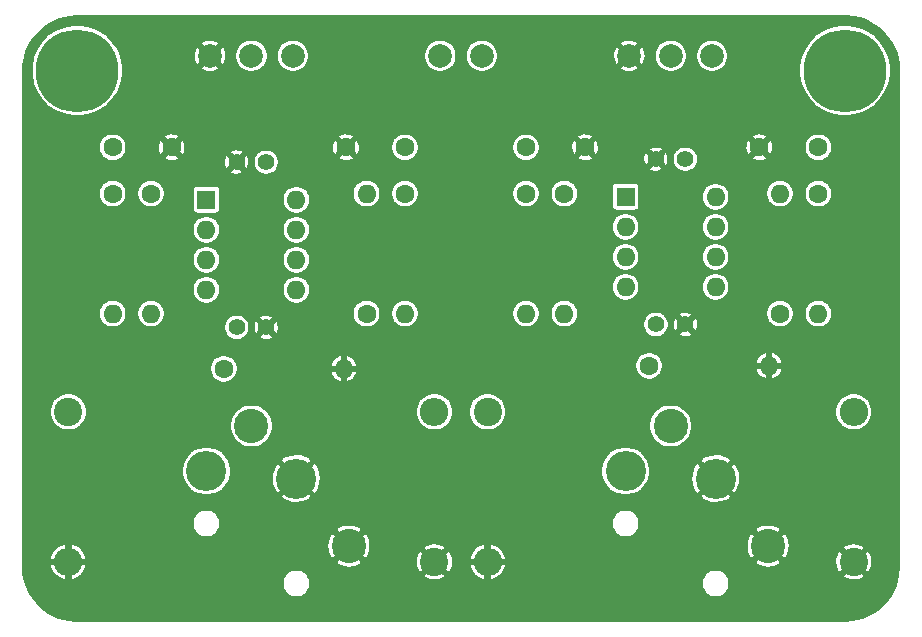
<source format=gbr>
%TF.GenerationSoftware,KiCad,Pcbnew,(5.1.6-0)*%
%TF.CreationDate,2023-06-01T15:37:19-07:00*%
%TF.ProjectId,input_buffer_bal_XLR,696e7075-745f-4627-9566-6665725f6261,rev?*%
%TF.SameCoordinates,Original*%
%TF.FileFunction,Copper,L2,Bot*%
%TF.FilePolarity,Positive*%
%FSLAX46Y46*%
G04 Gerber Fmt 4.6, Leading zero omitted, Abs format (unit mm)*
G04 Created by KiCad (PCBNEW (5.1.6-0)) date 2023-06-01 15:37:19*
%MOMM*%
%LPD*%
G01*
G04 APERTURE LIST*
%TA.AperFunction,ComponentPad*%
%ADD10C,2.000000*%
%TD*%
%TA.AperFunction,ComponentPad*%
%ADD11O,1.600000X1.600000*%
%TD*%
%TA.AperFunction,ComponentPad*%
%ADD12R,1.600000X1.600000*%
%TD*%
%TA.AperFunction,ComponentPad*%
%ADD13C,1.600000*%
%TD*%
%TA.AperFunction,ComponentPad*%
%ADD14C,0.800000*%
%TD*%
%TA.AperFunction,ComponentPad*%
%ADD15C,7.000000*%
%TD*%
%TA.AperFunction,ComponentPad*%
%ADD16C,2.900000*%
%TD*%
%TA.AperFunction,ComponentPad*%
%ADD17C,3.400000*%
%TD*%
%TA.AperFunction,ComponentPad*%
%ADD18O,2.400000X2.400000*%
%TD*%
%TA.AperFunction,ComponentPad*%
%ADD19C,2.400000*%
%TD*%
%TA.AperFunction,ComponentPad*%
%ADD20C,1.400000*%
%TD*%
%TA.AperFunction,ViaPad*%
%ADD21C,0.700000*%
%TD*%
%TA.AperFunction,Conductor*%
%ADD22C,0.300000*%
%TD*%
G04 APERTURE END LIST*
D10*
%TO.P,J3,2*%
%TO.N,-15V*%
X120750000Y-106250000D03*
%TO.P,J3,1*%
%TO.N,+15V*%
X124250000Y-106250000D03*
%TD*%
D11*
%TO.P,U2,8*%
%TO.N,+15V*%
X144060000Y-118190000D03*
%TO.P,U2,4*%
%TO.N,-15V*%
X136440000Y-125810000D03*
%TO.P,U2,7*%
%TO.N,Net-(J5-Pad1)*%
X144060000Y-120730000D03*
%TO.P,U2,3*%
%TO.N,Net-(C7-Pad1)*%
X136440000Y-123270000D03*
%TO.P,U2,6*%
%TO.N,Net-(J5-Pad1)*%
X144060000Y-123270000D03*
%TO.P,U2,2*%
%TO.N,Net-(J5-Pad2)*%
X136440000Y-120730000D03*
%TO.P,U2,5*%
%TO.N,Net-(C8-Pad2)*%
X144060000Y-125810000D03*
D12*
%TO.P,U2,1*%
%TO.N,Net-(J5-Pad2)*%
X136440000Y-118190000D03*
%TD*%
D13*
%TO.P,C8,2*%
%TO.N,Net-(C8-Pad2)*%
X152750000Y-114000000D03*
%TO.P,C8,1*%
%TO.N,GND*%
X147750000Y-114000000D03*
%TD*%
%TO.P,C7,2*%
%TO.N,GND*%
X133000000Y-114000000D03*
%TO.P,C7,1*%
%TO.N,Net-(C7-Pad1)*%
X128000000Y-114000000D03*
%TD*%
%TO.P,C6,2*%
%TO.N,Net-(C6-Pad2)*%
X117750000Y-114000000D03*
%TO.P,C6,1*%
%TO.N,GND*%
X112750000Y-114000000D03*
%TD*%
%TO.P,C5,2*%
%TO.N,GND*%
X98000000Y-114000000D03*
%TO.P,C5,1*%
%TO.N,Net-(C5-Pad1)*%
X93000000Y-114000000D03*
%TD*%
D11*
%TO.P,R6,2*%
%TO.N,GND*%
X148580000Y-132500000D03*
D13*
%TO.P,R6,1*%
%TO.N,Net-(R10-Pad1)*%
X138420000Y-132500000D03*
%TD*%
D14*
%TO.P,H2,1*%
%TO.N,N/C*%
X156856155Y-105643845D03*
X155000000Y-104875000D03*
X153143845Y-105643845D03*
X152375000Y-107500000D03*
X153143845Y-109356155D03*
X155000000Y-110125000D03*
X156856155Y-109356155D03*
X157625000Y-107500000D03*
D15*
X155000000Y-107500000D03*
%TD*%
D14*
%TO.P,H1,1*%
%TO.N,N/C*%
X91856155Y-105643845D03*
X90000000Y-104875000D03*
X88143845Y-105643845D03*
X87375000Y-107500000D03*
X88143845Y-109356155D03*
X90000000Y-110125000D03*
X91856155Y-109356155D03*
X92625000Y-107500000D03*
D15*
X90000000Y-107500000D03*
%TD*%
D11*
%TO.P,U1,8*%
%TO.N,+15V*%
X108560000Y-118440000D03*
%TO.P,U1,4*%
%TO.N,-15V*%
X100940000Y-126060000D03*
%TO.P,U1,7*%
%TO.N,Net-(J4-Pad1)*%
X108560000Y-120980000D03*
%TO.P,U1,3*%
%TO.N,Net-(C5-Pad1)*%
X100940000Y-123520000D03*
%TO.P,U1,6*%
%TO.N,Net-(J4-Pad1)*%
X108560000Y-123520000D03*
%TO.P,U1,2*%
%TO.N,Net-(J4-Pad2)*%
X100940000Y-120980000D03*
%TO.P,U1,5*%
%TO.N,Net-(C6-Pad2)*%
X108560000Y-126060000D03*
D12*
%TO.P,U1,1*%
%TO.N,Net-(J4-Pad2)*%
X100940000Y-118440000D03*
%TD*%
D11*
%TO.P,R10,2*%
%TO.N,Net-(C8-Pad2)*%
X149500000Y-117920000D03*
D13*
%TO.P,R10,1*%
%TO.N,Net-(R10-Pad1)*%
X149500000Y-128080000D03*
%TD*%
D11*
%TO.P,R9,2*%
%TO.N,Net-(R10-Pad1)*%
X131250000Y-128080000D03*
D13*
%TO.P,R9,1*%
%TO.N,Net-(C7-Pad1)*%
X131250000Y-117920000D03*
%TD*%
D11*
%TO.P,R8,2*%
%TO.N,Net-(C6-Pad2)*%
X114500000Y-117920000D03*
D13*
%TO.P,R8,1*%
%TO.N,Net-(R5-Pad1)*%
X114500000Y-128080000D03*
%TD*%
D11*
%TO.P,R7,2*%
%TO.N,Net-(R5-Pad1)*%
X96250000Y-128080000D03*
D13*
%TO.P,R7,1*%
%TO.N,Net-(C5-Pad1)*%
X96250000Y-117920000D03*
%TD*%
D11*
%TO.P,R5,2*%
%TO.N,GND*%
X112580000Y-132750000D03*
D13*
%TO.P,R5,1*%
%TO.N,Net-(R5-Pad1)*%
X102420000Y-132750000D03*
%TD*%
D11*
%TO.P,R4,2*%
%TO.N,Net-(D4-Pad2)*%
X152750000Y-128080000D03*
D13*
%TO.P,R4,1*%
%TO.N,Net-(C8-Pad2)*%
X152750000Y-117920000D03*
%TD*%
D11*
%TO.P,R3,2*%
%TO.N,Net-(D3-Pad1)*%
X128000000Y-128080000D03*
D13*
%TO.P,R3,1*%
%TO.N,Net-(C7-Pad1)*%
X128000000Y-117920000D03*
%TD*%
D11*
%TO.P,R2,2*%
%TO.N,Net-(D2-Pad2)*%
X117750000Y-128080000D03*
D13*
%TO.P,R2,1*%
%TO.N,Net-(C6-Pad2)*%
X117750000Y-117920000D03*
%TD*%
D11*
%TO.P,R1,2*%
%TO.N,Net-(D1-Pad1)*%
X93000000Y-128080000D03*
D13*
%TO.P,R1,1*%
%TO.N,Net-(C5-Pad1)*%
X93000000Y-117920000D03*
%TD*%
D16*
%TO.P,J2,G*%
%TO.N,GND*%
X148500000Y-147760000D03*
%TO.P,J2,3*%
%TO.N,Net-(D4-Pad2)*%
X140250000Y-137590000D03*
D17*
%TO.P,J2,2*%
%TO.N,Net-(D3-Pad1)*%
X136440000Y-141405000D03*
%TO.P,J2,1*%
%TO.N,GND*%
X144060000Y-142040000D03*
%TD*%
D16*
%TO.P,J1,G*%
%TO.N,GND*%
X113000000Y-147760000D03*
%TO.P,J1,3*%
%TO.N,Net-(D2-Pad2)*%
X104750000Y-137590000D03*
D17*
%TO.P,J1,2*%
%TO.N,Net-(D1-Pad1)*%
X100940000Y-141405000D03*
%TO.P,J1,1*%
%TO.N,GND*%
X108560000Y-142040000D03*
%TD*%
D18*
%TO.P,D4,2*%
%TO.N,Net-(D4-Pad2)*%
X155750000Y-136400000D03*
D19*
%TO.P,D4,1*%
%TO.N,GND*%
X155750000Y-149100000D03*
%TD*%
D18*
%TO.P,D3,2*%
%TO.N,GND*%
X124750000Y-149100000D03*
D19*
%TO.P,D3,1*%
%TO.N,Net-(D3-Pad1)*%
X124750000Y-136400000D03*
%TD*%
D18*
%TO.P,D2,2*%
%TO.N,Net-(D2-Pad2)*%
X120250000Y-136400000D03*
D19*
%TO.P,D2,1*%
%TO.N,GND*%
X120250000Y-149100000D03*
%TD*%
D18*
%TO.P,D1,2*%
%TO.N,GND*%
X89250000Y-149100000D03*
D19*
%TO.P,D1,1*%
%TO.N,Net-(D1-Pad1)*%
X89250000Y-136400000D03*
%TD*%
D20*
%TO.P,C4,2*%
%TO.N,-15V*%
X139000000Y-129000000D03*
%TO.P,C4,1*%
%TO.N,GND*%
X141500000Y-129000000D03*
%TD*%
%TO.P,C3,2*%
%TO.N,-15V*%
X103500000Y-129250000D03*
%TO.P,C3,1*%
%TO.N,GND*%
X106000000Y-129250000D03*
%TD*%
%TO.P,C2,2*%
%TO.N,GND*%
X139000000Y-115000000D03*
%TO.P,C2,1*%
%TO.N,+15V*%
X141500000Y-115000000D03*
%TD*%
%TO.P,C1,2*%
%TO.N,GND*%
X103500000Y-115250000D03*
%TO.P,C1,1*%
%TO.N,+15V*%
X106000000Y-115250000D03*
%TD*%
D10*
%TO.P,J5,3*%
%TO.N,GND*%
X136750000Y-106250000D03*
%TO.P,J5,2*%
%TO.N,Net-(J5-Pad2)*%
X140250000Y-106250000D03*
%TO.P,J5,1*%
%TO.N,Net-(J5-Pad1)*%
X143750000Y-106250000D03*
%TD*%
%TO.P,J4,3*%
%TO.N,GND*%
X101250000Y-106250000D03*
%TO.P,J4,2*%
%TO.N,Net-(J4-Pad2)*%
X104750000Y-106250000D03*
%TO.P,J4,1*%
%TO.N,Net-(J4-Pad1)*%
X108250000Y-106250000D03*
%TD*%
D21*
%TO.N,GND*%
X150250000Y-114000000D03*
X130500000Y-114000000D03*
X86750000Y-111242500D03*
X86750000Y-115242500D03*
X86750000Y-119242500D03*
X86750000Y-123242500D03*
X86750000Y-127242500D03*
X86750000Y-131242500D03*
X86750000Y-135242500D03*
X86750000Y-139242500D03*
X86750000Y-143242500D03*
X86750000Y-147242500D03*
X87750000Y-151242500D03*
X88750000Y-113242500D03*
X88750000Y-117242500D03*
X88750000Y-121242500D03*
X88750000Y-125242500D03*
X88750000Y-129242500D03*
X88750000Y-141242500D03*
X88750000Y-145242500D03*
X89750000Y-153242500D03*
X90750000Y-115242500D03*
X90750000Y-119242500D03*
X90750000Y-123242500D03*
X90750000Y-127242500D03*
X90750000Y-132242500D03*
X90750000Y-139242500D03*
X90750000Y-143242500D03*
X91750000Y-112242500D03*
X91750000Y-135242500D03*
X91750000Y-146242500D03*
X91750000Y-150242500D03*
X92750000Y-121242500D03*
X92750000Y-125242500D03*
X92750000Y-130242500D03*
X92750000Y-141242500D03*
X93750000Y-104242500D03*
X93750000Y-133242500D03*
X93750000Y-137242500D03*
X93750000Y-144242500D03*
X93750000Y-148242500D03*
X93750000Y-152242500D03*
X94750000Y-107242500D03*
X94750000Y-111242500D03*
X94750000Y-123242500D03*
X95750000Y-131242500D03*
X95750000Y-135242500D03*
X95750000Y-139242500D03*
X95750000Y-146242500D03*
X95750000Y-150242500D03*
X96750000Y-105242500D03*
X96750000Y-109242500D03*
X96750000Y-125242500D03*
X96750000Y-142242500D03*
X96750000Y-153242500D03*
X95500000Y-114000000D03*
X97750000Y-120242500D03*
X97750000Y-133242500D03*
X97750000Y-148242500D03*
X98750000Y-107242500D03*
X98750000Y-117242500D03*
X98750000Y-127242500D03*
X98750000Y-136242500D03*
X98750000Y-144242500D03*
X98750000Y-151242500D03*
X99750000Y-104242500D03*
X99750000Y-110242500D03*
X100000000Y-114242500D03*
X99750000Y-130242500D03*
X100750000Y-134242500D03*
X100750000Y-138242500D03*
X100750000Y-149242500D03*
X100750000Y-153242500D03*
X101750000Y-112242500D03*
X101750000Y-116242500D03*
X102750000Y-122242500D03*
X102750000Y-126242500D03*
X102750000Y-144242500D03*
X102750000Y-151242500D03*
X103750000Y-109242500D03*
X103750000Y-118242500D03*
X103750000Y-140242500D03*
X103750000Y-147242500D03*
X104750000Y-104242500D03*
X104750000Y-113242500D03*
X104750000Y-124242500D03*
X104750000Y-134242500D03*
X104750000Y-153242500D03*
X105750000Y-120242500D03*
X105750000Y-127242500D03*
X105750000Y-142242500D03*
X105750000Y-149242500D03*
X106750000Y-145242500D03*
X107750000Y-129242500D03*
X107750000Y-135242500D03*
X107750000Y-139242500D03*
X108750000Y-147242500D03*
X108750000Y-153242500D03*
X109750000Y-108242500D03*
X109750000Y-112242500D03*
X110750000Y-105242500D03*
X110750000Y-122242500D03*
X110750000Y-134242500D03*
X110750000Y-144242500D03*
X110750000Y-150242500D03*
X111750000Y-110242500D03*
X111750000Y-139242500D03*
X112750000Y-107242500D03*
X112750000Y-119242500D03*
X112750000Y-142242500D03*
X112750000Y-152242500D03*
X113750000Y-112242500D03*
X113750000Y-135242500D03*
X114750000Y-105242500D03*
X114750000Y-109242500D03*
X114750000Y-126242500D03*
X114750000Y-130242500D03*
X114750000Y-138242500D03*
X114750000Y-144242500D03*
X114750000Y-150242500D03*
X115750000Y-120242500D03*
X115750000Y-133242500D03*
X115750000Y-141242500D03*
X115750000Y-147242500D03*
X115750000Y-153242500D03*
X116750000Y-111242500D03*
X117750000Y-122242500D03*
X117750000Y-131242500D03*
X117750000Y-135242500D03*
X117750000Y-139242500D03*
X117750000Y-143242500D03*
X117750000Y-149242500D03*
X118750000Y-108242500D03*
X118750000Y-125242500D03*
X118750000Y-146242500D03*
X118750000Y-152242500D03*
X119750000Y-116242500D03*
X119750000Y-120242500D03*
X119750000Y-128242500D03*
X119750000Y-141242500D03*
X120750000Y-144242500D03*
X121750000Y-126242500D03*
X121750000Y-130242500D03*
X121750000Y-134242500D03*
X121750000Y-139242500D03*
X121750000Y-151242500D03*
X122750000Y-117242500D03*
X122750000Y-121242500D03*
X122750000Y-142242500D03*
X122750000Y-146242500D03*
X123750000Y-108242500D03*
X123750000Y-128242500D03*
X123750000Y-132242500D03*
X123750000Y-153242500D03*
X124250000Y-114500000D03*
X124750000Y-119242500D03*
X124750000Y-125242500D03*
X124750000Y-140242500D03*
X124750000Y-144242500D03*
X125750000Y-122242500D03*
X126750000Y-109242500D03*
X126750000Y-131242500D03*
X126750000Y-138242500D03*
X126750000Y-142242500D03*
X126750000Y-146242500D03*
X126750000Y-151242500D03*
X127750000Y-106242500D03*
X127750000Y-112242500D03*
X127750000Y-120242500D03*
X127750000Y-126242500D03*
X127750000Y-134242500D03*
X128750000Y-140242500D03*
X128750000Y-144242500D03*
X128750000Y-148242500D03*
X128750000Y-153242500D03*
X129750000Y-108242500D03*
X129750000Y-122242500D03*
X129750000Y-130242500D03*
X129750000Y-137242500D03*
X130750000Y-105242500D03*
X130750000Y-111242500D03*
X130750000Y-133242500D03*
X130750000Y-142242500D03*
X130750000Y-146242500D03*
X130750000Y-150242500D03*
X131750000Y-139242500D03*
X132750000Y-107242500D03*
X132750000Y-120242500D03*
X132750000Y-135242500D03*
X132750000Y-144242500D03*
X132750000Y-148242500D03*
X132750000Y-152242500D03*
X133750000Y-110242500D03*
X133750000Y-116242500D03*
X134750000Y-113242500D03*
X134750000Y-137242500D03*
X134750000Y-150242500D03*
X135750000Y-108242500D03*
X135750000Y-134242500D03*
X135750000Y-153242500D03*
X136750000Y-148242500D03*
X137750000Y-110242500D03*
X137750000Y-136242500D03*
X137750000Y-151242500D03*
X138750000Y-117242500D03*
X138750000Y-121242500D03*
X138750000Y-144242500D03*
X139750000Y-108242500D03*
X139750000Y-112242500D03*
X139750000Y-134242500D03*
X139750000Y-140242500D03*
X139750000Y-147242500D03*
X139750000Y-153242500D03*
X140750000Y-119242500D03*
X140750000Y-123242500D03*
X140750000Y-127242500D03*
X140750000Y-131242500D03*
X140750000Y-150242500D03*
X141750000Y-145242500D03*
X142750000Y-110242500D03*
X142750000Y-135242500D03*
X142750000Y-139242500D03*
X142750000Y-148242500D03*
X143750000Y-128242500D03*
X143750000Y-153242500D03*
X144750000Y-108242500D03*
X144750000Y-112242500D03*
X144750000Y-146242500D03*
X145750000Y-104242500D03*
X145750000Y-134242500D03*
X145750000Y-149242500D03*
X146750000Y-110242500D03*
X146750000Y-121242500D03*
X146750000Y-127242500D03*
X146750000Y-139242500D03*
X146750000Y-144242500D03*
X146750000Y-152242500D03*
X147750000Y-106242500D03*
X147750000Y-136242500D03*
X148750000Y-112242500D03*
X148750000Y-125242500D03*
X148750000Y-141242500D03*
X149750000Y-104242500D03*
X149750000Y-108242500D03*
X149750000Y-130242500D03*
X149750000Y-138242500D03*
X149750000Y-145242500D03*
X149750000Y-150242500D03*
X150750000Y-120242500D03*
X150750000Y-133242500D03*
X150750000Y-153242500D03*
X151750000Y-111242500D03*
X151750000Y-123242500D03*
X151750000Y-140242500D03*
X151750000Y-147242500D03*
X152750000Y-126242500D03*
X152750000Y-131242500D03*
X152750000Y-135242500D03*
X152750000Y-143242500D03*
X152750000Y-151242500D03*
X153750000Y-121242500D03*
X153750000Y-138242500D03*
X154750000Y-116242500D03*
X154750000Y-124242500D03*
X154750000Y-128242500D03*
X154750000Y-133242500D03*
X154750000Y-141242500D03*
X154750000Y-145242500D03*
X154750000Y-153242500D03*
X155750000Y-119242500D03*
X156750000Y-112242500D03*
X156750000Y-122242500D03*
X156750000Y-126242500D03*
X156750000Y-130242500D03*
X156750000Y-139242500D03*
X156750000Y-143242500D03*
X157750000Y-115242500D03*
X157750000Y-134242500D03*
X157750000Y-146242500D03*
X157750000Y-151242500D03*
X158750000Y-118242500D03*
X158750000Y-124242500D03*
X158750000Y-128242500D03*
X158750000Y-137242500D03*
X158750000Y-141242500D03*
X115000000Y-114250000D03*
X147500000Y-117750000D03*
X143500000Y-116000000D03*
X108250000Y-116250000D03*
X112500000Y-116500000D03*
X136500000Y-131000000D03*
X133250000Y-129500000D03*
X137250000Y-127750000D03*
X130000000Y-126000000D03*
X134500000Y-124750000D03*
X132000000Y-123250000D03*
X138500000Y-124250000D03*
X146750000Y-123500000D03*
X107250000Y-113250000D03*
X109750000Y-131000000D03*
X102750000Y-131000000D03*
X123750000Y-111250000D03*
X119250000Y-111500000D03*
%TD*%
D22*
%TO.N,GND*%
G36*
X155800970Y-103048372D02*
G01*
X156576631Y-103260569D01*
X157302451Y-103606767D01*
X157955494Y-104076027D01*
X158515119Y-104653514D01*
X158963632Y-105320973D01*
X159286862Y-106057310D01*
X159475468Y-106842909D01*
X159525001Y-107517426D01*
X159525000Y-149478840D01*
X159451626Y-150300977D01*
X159239431Y-151076631D01*
X158893233Y-151802451D01*
X158423973Y-152455494D01*
X157846486Y-153015119D01*
X157179023Y-153463634D01*
X156442687Y-153786863D01*
X155657091Y-153975468D01*
X154982588Y-154025000D01*
X90021160Y-154025000D01*
X89199023Y-153951626D01*
X88423369Y-153739431D01*
X87697549Y-153393233D01*
X87044506Y-152923973D01*
X86484881Y-152346486D01*
X86036366Y-151679023D01*
X85713137Y-150942687D01*
X85680535Y-150806886D01*
X107310000Y-150806886D01*
X107310000Y-151053114D01*
X107358037Y-151294611D01*
X107452265Y-151522097D01*
X107589062Y-151726828D01*
X107763172Y-151900938D01*
X107967903Y-152037735D01*
X108195389Y-152131963D01*
X108436886Y-152180000D01*
X108683114Y-152180000D01*
X108924611Y-152131963D01*
X109152097Y-152037735D01*
X109356828Y-151900938D01*
X109530938Y-151726828D01*
X109667735Y-151522097D01*
X109761963Y-151294611D01*
X109810000Y-151053114D01*
X109810000Y-150806886D01*
X142810000Y-150806886D01*
X142810000Y-151053114D01*
X142858037Y-151294611D01*
X142952265Y-151522097D01*
X143089062Y-151726828D01*
X143263172Y-151900938D01*
X143467903Y-152037735D01*
X143695389Y-152131963D01*
X143936886Y-152180000D01*
X144183114Y-152180000D01*
X144424611Y-152131963D01*
X144652097Y-152037735D01*
X144856828Y-151900938D01*
X145030938Y-151726828D01*
X145167735Y-151522097D01*
X145261963Y-151294611D01*
X145310000Y-151053114D01*
X145310000Y-150806886D01*
X145261963Y-150565389D01*
X145167735Y-150337903D01*
X145116513Y-150261243D01*
X154730179Y-150261243D01*
X154858138Y-150497674D01*
X155147947Y-150644812D01*
X155460892Y-150732584D01*
X155784949Y-150757616D01*
X156107662Y-150718947D01*
X156416631Y-150618063D01*
X156641862Y-150497674D01*
X156769821Y-150261243D01*
X155750000Y-149241421D01*
X154730179Y-150261243D01*
X145116513Y-150261243D01*
X145030938Y-150133172D01*
X144856828Y-149959062D01*
X144652097Y-149822265D01*
X144424611Y-149728037D01*
X144183114Y-149680000D01*
X143936886Y-149680000D01*
X143695389Y-149728037D01*
X143467903Y-149822265D01*
X143263172Y-149959062D01*
X143089062Y-150133172D01*
X142952265Y-150337903D01*
X142858037Y-150565389D01*
X142810000Y-150806886D01*
X109810000Y-150806886D01*
X109761963Y-150565389D01*
X109667735Y-150337903D01*
X109616513Y-150261243D01*
X119230179Y-150261243D01*
X119358138Y-150497674D01*
X119647947Y-150644812D01*
X119960892Y-150732584D01*
X120284949Y-150757616D01*
X120607662Y-150718947D01*
X120916631Y-150618063D01*
X121141862Y-150497674D01*
X121269821Y-150261243D01*
X120250000Y-149241421D01*
X119230179Y-150261243D01*
X109616513Y-150261243D01*
X109530938Y-150133172D01*
X109356828Y-149959062D01*
X109152097Y-149822265D01*
X108924611Y-149728037D01*
X108683114Y-149680000D01*
X108436886Y-149680000D01*
X108195389Y-149728037D01*
X107967903Y-149822265D01*
X107763172Y-149959062D01*
X107589062Y-150133172D01*
X107452265Y-150337903D01*
X107358037Y-150565389D01*
X107310000Y-150806886D01*
X85680535Y-150806886D01*
X85524532Y-150157091D01*
X85475000Y-149482588D01*
X85475000Y-149456412D01*
X87638950Y-149456412D01*
X87739438Y-149763864D01*
X87897976Y-150045804D01*
X88108472Y-150291397D01*
X88362836Y-150491206D01*
X88651293Y-150637551D01*
X88893589Y-150711047D01*
X89150000Y-150634245D01*
X89150000Y-149200000D01*
X89350000Y-149200000D01*
X89350000Y-150634245D01*
X89606411Y-150711047D01*
X89848707Y-150637551D01*
X90137164Y-150491206D01*
X90391528Y-150291397D01*
X90602024Y-150045804D01*
X90760562Y-149763864D01*
X90861050Y-149456412D01*
X90784470Y-149200000D01*
X89350000Y-149200000D01*
X89150000Y-149200000D01*
X87715530Y-149200000D01*
X87638950Y-149456412D01*
X85475000Y-149456412D01*
X85475000Y-149099195D01*
X111802226Y-149099195D01*
X111960247Y-149361227D01*
X112292610Y-149533306D01*
X112652157Y-149637237D01*
X113025071Y-149669027D01*
X113397022Y-149627455D01*
X113753716Y-149514118D01*
X114039753Y-149361227D01*
X114176212Y-149134949D01*
X118592384Y-149134949D01*
X118631053Y-149457662D01*
X118731937Y-149766631D01*
X118852326Y-149991862D01*
X119088757Y-150119821D01*
X120108579Y-149100000D01*
X120391421Y-149100000D01*
X121411243Y-150119821D01*
X121647674Y-149991862D01*
X121794812Y-149702053D01*
X121863707Y-149456412D01*
X123138950Y-149456412D01*
X123239438Y-149763864D01*
X123397976Y-150045804D01*
X123608472Y-150291397D01*
X123862836Y-150491206D01*
X124151293Y-150637551D01*
X124393589Y-150711047D01*
X124650000Y-150634245D01*
X124650000Y-149200000D01*
X124850000Y-149200000D01*
X124850000Y-150634245D01*
X125106411Y-150711047D01*
X125348707Y-150637551D01*
X125637164Y-150491206D01*
X125891528Y-150291397D01*
X126102024Y-150045804D01*
X126260562Y-149763864D01*
X126361050Y-149456412D01*
X126284470Y-149200000D01*
X124850000Y-149200000D01*
X124650000Y-149200000D01*
X123215530Y-149200000D01*
X123138950Y-149456412D01*
X121863707Y-149456412D01*
X121882584Y-149389108D01*
X121904978Y-149099195D01*
X147302226Y-149099195D01*
X147460247Y-149361227D01*
X147792610Y-149533306D01*
X148152157Y-149637237D01*
X148525071Y-149669027D01*
X148897022Y-149627455D01*
X149253716Y-149514118D01*
X149539753Y-149361227D01*
X149676212Y-149134949D01*
X154092384Y-149134949D01*
X154131053Y-149457662D01*
X154231937Y-149766631D01*
X154352326Y-149991862D01*
X154588757Y-150119821D01*
X155608579Y-149100000D01*
X155891421Y-149100000D01*
X156911243Y-150119821D01*
X157147674Y-149991862D01*
X157294812Y-149702053D01*
X157382584Y-149389108D01*
X157407616Y-149065051D01*
X157368947Y-148742338D01*
X157268063Y-148433369D01*
X157147674Y-148208138D01*
X156911243Y-148080179D01*
X155891421Y-149100000D01*
X155608579Y-149100000D01*
X154588757Y-148080179D01*
X154352326Y-148208138D01*
X154205188Y-148497947D01*
X154117416Y-148810892D01*
X154092384Y-149134949D01*
X149676212Y-149134949D01*
X149697774Y-149099195D01*
X148500000Y-147901421D01*
X147302226Y-149099195D01*
X121904978Y-149099195D01*
X121907616Y-149065051D01*
X121869097Y-148743588D01*
X123138950Y-148743588D01*
X123215530Y-149000000D01*
X124650000Y-149000000D01*
X124650000Y-147565755D01*
X124850000Y-147565755D01*
X124850000Y-149000000D01*
X126284470Y-149000000D01*
X126361050Y-148743588D01*
X126260562Y-148436136D01*
X126102024Y-148154196D01*
X125891528Y-147908603D01*
X125734268Y-147785071D01*
X146590973Y-147785071D01*
X146632545Y-148157022D01*
X146745882Y-148513716D01*
X146898773Y-148799753D01*
X147160805Y-148957774D01*
X148358579Y-147760000D01*
X148641421Y-147760000D01*
X149839195Y-148957774D01*
X150101227Y-148799753D01*
X150273306Y-148467390D01*
X150377237Y-148107843D01*
X150391651Y-147938757D01*
X154730179Y-147938757D01*
X155750000Y-148958579D01*
X156769821Y-147938757D01*
X156641862Y-147702326D01*
X156352053Y-147555188D01*
X156039108Y-147467416D01*
X155715051Y-147442384D01*
X155392338Y-147481053D01*
X155083369Y-147581937D01*
X154858138Y-147702326D01*
X154730179Y-147938757D01*
X150391651Y-147938757D01*
X150409027Y-147734929D01*
X150367455Y-147362978D01*
X150254118Y-147006284D01*
X150101227Y-146720247D01*
X149839195Y-146562226D01*
X148641421Y-147760000D01*
X148358579Y-147760000D01*
X147160805Y-146562226D01*
X146898773Y-146720247D01*
X146726694Y-147052610D01*
X146622763Y-147412157D01*
X146590973Y-147785071D01*
X125734268Y-147785071D01*
X125637164Y-147708794D01*
X125348707Y-147562449D01*
X125106411Y-147488953D01*
X124850000Y-147565755D01*
X124650000Y-147565755D01*
X124393589Y-147488953D01*
X124151293Y-147562449D01*
X123862836Y-147708794D01*
X123608472Y-147908603D01*
X123397976Y-148154196D01*
X123239438Y-148436136D01*
X123138950Y-148743588D01*
X121869097Y-148743588D01*
X121868947Y-148742338D01*
X121768063Y-148433369D01*
X121647674Y-148208138D01*
X121411243Y-148080179D01*
X120391421Y-149100000D01*
X120108579Y-149100000D01*
X119088757Y-148080179D01*
X118852326Y-148208138D01*
X118705188Y-148497947D01*
X118617416Y-148810892D01*
X118592384Y-149134949D01*
X114176212Y-149134949D01*
X114197774Y-149099195D01*
X113000000Y-147901421D01*
X111802226Y-149099195D01*
X85475000Y-149099195D01*
X85475000Y-148743588D01*
X87638950Y-148743588D01*
X87715530Y-149000000D01*
X89150000Y-149000000D01*
X89150000Y-147565755D01*
X89350000Y-147565755D01*
X89350000Y-149000000D01*
X90784470Y-149000000D01*
X90861050Y-148743588D01*
X90760562Y-148436136D01*
X90602024Y-148154196D01*
X90391528Y-147908603D01*
X90234268Y-147785071D01*
X111090973Y-147785071D01*
X111132545Y-148157022D01*
X111245882Y-148513716D01*
X111398773Y-148799753D01*
X111660805Y-148957774D01*
X112858579Y-147760000D01*
X113141421Y-147760000D01*
X114339195Y-148957774D01*
X114601227Y-148799753D01*
X114773306Y-148467390D01*
X114877237Y-148107843D01*
X114891651Y-147938757D01*
X119230179Y-147938757D01*
X120250000Y-148958579D01*
X121269821Y-147938757D01*
X121141862Y-147702326D01*
X120852053Y-147555188D01*
X120539108Y-147467416D01*
X120215051Y-147442384D01*
X119892338Y-147481053D01*
X119583369Y-147581937D01*
X119358138Y-147702326D01*
X119230179Y-147938757D01*
X114891651Y-147938757D01*
X114909027Y-147734929D01*
X114867455Y-147362978D01*
X114754118Y-147006284D01*
X114601227Y-146720247D01*
X114339195Y-146562226D01*
X113141421Y-147760000D01*
X112858579Y-147760000D01*
X111660805Y-146562226D01*
X111398773Y-146720247D01*
X111226694Y-147052610D01*
X111122763Y-147412157D01*
X111090973Y-147785071D01*
X90234268Y-147785071D01*
X90137164Y-147708794D01*
X89848707Y-147562449D01*
X89606411Y-147488953D01*
X89350000Y-147565755D01*
X89150000Y-147565755D01*
X88893589Y-147488953D01*
X88651293Y-147562449D01*
X88362836Y-147708794D01*
X88108472Y-147908603D01*
X87897976Y-148154196D01*
X87739438Y-148436136D01*
X87638950Y-148743588D01*
X85475000Y-148743588D01*
X85475000Y-145726886D01*
X99690000Y-145726886D01*
X99690000Y-145973114D01*
X99738037Y-146214611D01*
X99832265Y-146442097D01*
X99969062Y-146646828D01*
X100143172Y-146820938D01*
X100347903Y-146957735D01*
X100575389Y-147051963D01*
X100816886Y-147100000D01*
X101063114Y-147100000D01*
X101304611Y-147051963D01*
X101532097Y-146957735D01*
X101736828Y-146820938D01*
X101910938Y-146646828D01*
X102047735Y-146442097D01*
X102056554Y-146420805D01*
X111802226Y-146420805D01*
X113000000Y-147618579D01*
X114197774Y-146420805D01*
X114039753Y-146158773D01*
X113707390Y-145986694D01*
X113347843Y-145882763D01*
X112974929Y-145850973D01*
X112602978Y-145892545D01*
X112246284Y-146005882D01*
X111960247Y-146158773D01*
X111802226Y-146420805D01*
X102056554Y-146420805D01*
X102141963Y-146214611D01*
X102190000Y-145973114D01*
X102190000Y-145726886D01*
X135190000Y-145726886D01*
X135190000Y-145973114D01*
X135238037Y-146214611D01*
X135332265Y-146442097D01*
X135469062Y-146646828D01*
X135643172Y-146820938D01*
X135847903Y-146957735D01*
X136075389Y-147051963D01*
X136316886Y-147100000D01*
X136563114Y-147100000D01*
X136804611Y-147051963D01*
X137032097Y-146957735D01*
X137236828Y-146820938D01*
X137410938Y-146646828D01*
X137547735Y-146442097D01*
X137556554Y-146420805D01*
X147302226Y-146420805D01*
X148500000Y-147618579D01*
X149697774Y-146420805D01*
X149539753Y-146158773D01*
X149207390Y-145986694D01*
X148847843Y-145882763D01*
X148474929Y-145850973D01*
X148102978Y-145892545D01*
X147746284Y-146005882D01*
X147460247Y-146158773D01*
X147302226Y-146420805D01*
X137556554Y-146420805D01*
X137641963Y-146214611D01*
X137690000Y-145973114D01*
X137690000Y-145726886D01*
X137641963Y-145485389D01*
X137547735Y-145257903D01*
X137410938Y-145053172D01*
X137236828Y-144879062D01*
X137032097Y-144742265D01*
X136804611Y-144648037D01*
X136563114Y-144600000D01*
X136316886Y-144600000D01*
X136075389Y-144648037D01*
X135847903Y-144742265D01*
X135643172Y-144879062D01*
X135469062Y-145053172D01*
X135332265Y-145257903D01*
X135238037Y-145485389D01*
X135190000Y-145726886D01*
X102190000Y-145726886D01*
X102141963Y-145485389D01*
X102047735Y-145257903D01*
X101910938Y-145053172D01*
X101736828Y-144879062D01*
X101532097Y-144742265D01*
X101304611Y-144648037D01*
X101063114Y-144600000D01*
X100816886Y-144600000D01*
X100575389Y-144648037D01*
X100347903Y-144742265D01*
X100143172Y-144879062D01*
X99969062Y-145053172D01*
X99832265Y-145257903D01*
X99738037Y-145485389D01*
X99690000Y-145726886D01*
X85475000Y-145726886D01*
X85475000Y-143557069D01*
X107184352Y-143557069D01*
X107372410Y-143844708D01*
X107747310Y-144041718D01*
X108153442Y-144161804D01*
X108575197Y-144200350D01*
X108996368Y-144155874D01*
X109400770Y-144030087D01*
X109747590Y-143844708D01*
X109935648Y-143557069D01*
X142684352Y-143557069D01*
X142872410Y-143844708D01*
X143247310Y-144041718D01*
X143653442Y-144161804D01*
X144075197Y-144200350D01*
X144496368Y-144155874D01*
X144900770Y-144030087D01*
X145247590Y-143844708D01*
X145435648Y-143557069D01*
X144060000Y-142181421D01*
X142684352Y-143557069D01*
X109935648Y-143557069D01*
X108560000Y-142181421D01*
X107184352Y-143557069D01*
X85475000Y-143557069D01*
X85475000Y-141193243D01*
X98790000Y-141193243D01*
X98790000Y-141616757D01*
X98872623Y-142032132D01*
X99034695Y-142423407D01*
X99269986Y-142775545D01*
X99569455Y-143075014D01*
X99921593Y-143310305D01*
X100312868Y-143472377D01*
X100728243Y-143555000D01*
X101151757Y-143555000D01*
X101567132Y-143472377D01*
X101958407Y-143310305D01*
X102310545Y-143075014D01*
X102610014Y-142775545D01*
X102845305Y-142423407D01*
X102997823Y-142055197D01*
X106399650Y-142055197D01*
X106444126Y-142476368D01*
X106569913Y-142880770D01*
X106755292Y-143227590D01*
X107042931Y-143415648D01*
X108418579Y-142040000D01*
X108701421Y-142040000D01*
X110077069Y-143415648D01*
X110364708Y-143227590D01*
X110561718Y-142852690D01*
X110681804Y-142446558D01*
X110720350Y-142024803D01*
X110675874Y-141603632D01*
X110550087Y-141199230D01*
X110546887Y-141193243D01*
X134290000Y-141193243D01*
X134290000Y-141616757D01*
X134372623Y-142032132D01*
X134534695Y-142423407D01*
X134769986Y-142775545D01*
X135069455Y-143075014D01*
X135421593Y-143310305D01*
X135812868Y-143472377D01*
X136228243Y-143555000D01*
X136651757Y-143555000D01*
X137067132Y-143472377D01*
X137458407Y-143310305D01*
X137810545Y-143075014D01*
X138110014Y-142775545D01*
X138345305Y-142423407D01*
X138497823Y-142055197D01*
X141899650Y-142055197D01*
X141944126Y-142476368D01*
X142069913Y-142880770D01*
X142255292Y-143227590D01*
X142542931Y-143415648D01*
X143918579Y-142040000D01*
X144201421Y-142040000D01*
X145577069Y-143415648D01*
X145864708Y-143227590D01*
X146061718Y-142852690D01*
X146181804Y-142446558D01*
X146220350Y-142024803D01*
X146175874Y-141603632D01*
X146050087Y-141199230D01*
X145864708Y-140852410D01*
X145577069Y-140664352D01*
X144201421Y-142040000D01*
X143918579Y-142040000D01*
X142542931Y-140664352D01*
X142255292Y-140852410D01*
X142058282Y-141227310D01*
X141938196Y-141633442D01*
X141899650Y-142055197D01*
X138497823Y-142055197D01*
X138507377Y-142032132D01*
X138590000Y-141616757D01*
X138590000Y-141193243D01*
X138507377Y-140777868D01*
X138401779Y-140522931D01*
X142684352Y-140522931D01*
X144060000Y-141898579D01*
X145435648Y-140522931D01*
X145247590Y-140235292D01*
X144872690Y-140038282D01*
X144466558Y-139918196D01*
X144044803Y-139879650D01*
X143623632Y-139924126D01*
X143219230Y-140049913D01*
X142872410Y-140235292D01*
X142684352Y-140522931D01*
X138401779Y-140522931D01*
X138345305Y-140386593D01*
X138110014Y-140034455D01*
X137810545Y-139734986D01*
X137458407Y-139499695D01*
X137067132Y-139337623D01*
X136651757Y-139255000D01*
X136228243Y-139255000D01*
X135812868Y-139337623D01*
X135421593Y-139499695D01*
X135069455Y-139734986D01*
X134769986Y-140034455D01*
X134534695Y-140386593D01*
X134372623Y-140777868D01*
X134290000Y-141193243D01*
X110546887Y-141193243D01*
X110364708Y-140852410D01*
X110077069Y-140664352D01*
X108701421Y-142040000D01*
X108418579Y-142040000D01*
X107042931Y-140664352D01*
X106755292Y-140852410D01*
X106558282Y-141227310D01*
X106438196Y-141633442D01*
X106399650Y-142055197D01*
X102997823Y-142055197D01*
X103007377Y-142032132D01*
X103090000Y-141616757D01*
X103090000Y-141193243D01*
X103007377Y-140777868D01*
X102901779Y-140522931D01*
X107184352Y-140522931D01*
X108560000Y-141898579D01*
X109935648Y-140522931D01*
X109747590Y-140235292D01*
X109372690Y-140038282D01*
X108966558Y-139918196D01*
X108544803Y-139879650D01*
X108123632Y-139924126D01*
X107719230Y-140049913D01*
X107372410Y-140235292D01*
X107184352Y-140522931D01*
X102901779Y-140522931D01*
X102845305Y-140386593D01*
X102610014Y-140034455D01*
X102310545Y-139734986D01*
X101958407Y-139499695D01*
X101567132Y-139337623D01*
X101151757Y-139255000D01*
X100728243Y-139255000D01*
X100312868Y-139337623D01*
X99921593Y-139499695D01*
X99569455Y-139734986D01*
X99269986Y-140034455D01*
X99034695Y-140386593D01*
X98872623Y-140777868D01*
X98790000Y-141193243D01*
X85475000Y-141193243D01*
X85475000Y-136237489D01*
X87600000Y-136237489D01*
X87600000Y-136562511D01*
X87663408Y-136881287D01*
X87787789Y-137181568D01*
X87968361Y-137451814D01*
X88198186Y-137681639D01*
X88468432Y-137862211D01*
X88768713Y-137986592D01*
X89087489Y-138050000D01*
X89412511Y-138050000D01*
X89731287Y-137986592D01*
X90031568Y-137862211D01*
X90301814Y-137681639D01*
X90531639Y-137451814D01*
X90564344Y-137402866D01*
X102850000Y-137402866D01*
X102850000Y-137777134D01*
X102923016Y-138144209D01*
X103066242Y-138489987D01*
X103274174Y-138801179D01*
X103538821Y-139065826D01*
X103850013Y-139273758D01*
X104195791Y-139416984D01*
X104562866Y-139490000D01*
X104937134Y-139490000D01*
X105304209Y-139416984D01*
X105649987Y-139273758D01*
X105961179Y-139065826D01*
X106225826Y-138801179D01*
X106433758Y-138489987D01*
X106576984Y-138144209D01*
X106650000Y-137777134D01*
X106650000Y-137402866D01*
X106576984Y-137035791D01*
X106433758Y-136690013D01*
X106225826Y-136378821D01*
X106084494Y-136237489D01*
X118600000Y-136237489D01*
X118600000Y-136562511D01*
X118663408Y-136881287D01*
X118787789Y-137181568D01*
X118968361Y-137451814D01*
X119198186Y-137681639D01*
X119468432Y-137862211D01*
X119768713Y-137986592D01*
X120087489Y-138050000D01*
X120412511Y-138050000D01*
X120731287Y-137986592D01*
X121031568Y-137862211D01*
X121301814Y-137681639D01*
X121531639Y-137451814D01*
X121712211Y-137181568D01*
X121836592Y-136881287D01*
X121900000Y-136562511D01*
X121900000Y-136237489D01*
X123100000Y-136237489D01*
X123100000Y-136562511D01*
X123163408Y-136881287D01*
X123287789Y-137181568D01*
X123468361Y-137451814D01*
X123698186Y-137681639D01*
X123968432Y-137862211D01*
X124268713Y-137986592D01*
X124587489Y-138050000D01*
X124912511Y-138050000D01*
X125231287Y-137986592D01*
X125531568Y-137862211D01*
X125801814Y-137681639D01*
X126031639Y-137451814D01*
X126064344Y-137402866D01*
X138350000Y-137402866D01*
X138350000Y-137777134D01*
X138423016Y-138144209D01*
X138566242Y-138489987D01*
X138774174Y-138801179D01*
X139038821Y-139065826D01*
X139350013Y-139273758D01*
X139695791Y-139416984D01*
X140062866Y-139490000D01*
X140437134Y-139490000D01*
X140804209Y-139416984D01*
X141149987Y-139273758D01*
X141461179Y-139065826D01*
X141725826Y-138801179D01*
X141933758Y-138489987D01*
X142076984Y-138144209D01*
X142150000Y-137777134D01*
X142150000Y-137402866D01*
X142076984Y-137035791D01*
X141933758Y-136690013D01*
X141725826Y-136378821D01*
X141584494Y-136237489D01*
X154100000Y-136237489D01*
X154100000Y-136562511D01*
X154163408Y-136881287D01*
X154287789Y-137181568D01*
X154468361Y-137451814D01*
X154698186Y-137681639D01*
X154968432Y-137862211D01*
X155268713Y-137986592D01*
X155587489Y-138050000D01*
X155912511Y-138050000D01*
X156231287Y-137986592D01*
X156531568Y-137862211D01*
X156801814Y-137681639D01*
X157031639Y-137451814D01*
X157212211Y-137181568D01*
X157336592Y-136881287D01*
X157400000Y-136562511D01*
X157400000Y-136237489D01*
X157336592Y-135918713D01*
X157212211Y-135618432D01*
X157031639Y-135348186D01*
X156801814Y-135118361D01*
X156531568Y-134937789D01*
X156231287Y-134813408D01*
X155912511Y-134750000D01*
X155587489Y-134750000D01*
X155268713Y-134813408D01*
X154968432Y-134937789D01*
X154698186Y-135118361D01*
X154468361Y-135348186D01*
X154287789Y-135618432D01*
X154163408Y-135918713D01*
X154100000Y-136237489D01*
X141584494Y-136237489D01*
X141461179Y-136114174D01*
X141149987Y-135906242D01*
X140804209Y-135763016D01*
X140437134Y-135690000D01*
X140062866Y-135690000D01*
X139695791Y-135763016D01*
X139350013Y-135906242D01*
X139038821Y-136114174D01*
X138774174Y-136378821D01*
X138566242Y-136690013D01*
X138423016Y-137035791D01*
X138350000Y-137402866D01*
X126064344Y-137402866D01*
X126212211Y-137181568D01*
X126336592Y-136881287D01*
X126400000Y-136562511D01*
X126400000Y-136237489D01*
X126336592Y-135918713D01*
X126212211Y-135618432D01*
X126031639Y-135348186D01*
X125801814Y-135118361D01*
X125531568Y-134937789D01*
X125231287Y-134813408D01*
X124912511Y-134750000D01*
X124587489Y-134750000D01*
X124268713Y-134813408D01*
X123968432Y-134937789D01*
X123698186Y-135118361D01*
X123468361Y-135348186D01*
X123287789Y-135618432D01*
X123163408Y-135918713D01*
X123100000Y-136237489D01*
X121900000Y-136237489D01*
X121836592Y-135918713D01*
X121712211Y-135618432D01*
X121531639Y-135348186D01*
X121301814Y-135118361D01*
X121031568Y-134937789D01*
X120731287Y-134813408D01*
X120412511Y-134750000D01*
X120087489Y-134750000D01*
X119768713Y-134813408D01*
X119468432Y-134937789D01*
X119198186Y-135118361D01*
X118968361Y-135348186D01*
X118787789Y-135618432D01*
X118663408Y-135918713D01*
X118600000Y-136237489D01*
X106084494Y-136237489D01*
X105961179Y-136114174D01*
X105649987Y-135906242D01*
X105304209Y-135763016D01*
X104937134Y-135690000D01*
X104562866Y-135690000D01*
X104195791Y-135763016D01*
X103850013Y-135906242D01*
X103538821Y-136114174D01*
X103274174Y-136378821D01*
X103066242Y-136690013D01*
X102923016Y-137035791D01*
X102850000Y-137402866D01*
X90564344Y-137402866D01*
X90712211Y-137181568D01*
X90836592Y-136881287D01*
X90900000Y-136562511D01*
X90900000Y-136237489D01*
X90836592Y-135918713D01*
X90712211Y-135618432D01*
X90531639Y-135348186D01*
X90301814Y-135118361D01*
X90031568Y-134937789D01*
X89731287Y-134813408D01*
X89412511Y-134750000D01*
X89087489Y-134750000D01*
X88768713Y-134813408D01*
X88468432Y-134937789D01*
X88198186Y-135118361D01*
X87968361Y-135348186D01*
X87787789Y-135618432D01*
X87663408Y-135918713D01*
X87600000Y-136237489D01*
X85475000Y-136237489D01*
X85475000Y-132626886D01*
X101170000Y-132626886D01*
X101170000Y-132873114D01*
X101218037Y-133114611D01*
X101312265Y-133342097D01*
X101449062Y-133546828D01*
X101623172Y-133720938D01*
X101827903Y-133857735D01*
X102055389Y-133951963D01*
X102296886Y-134000000D01*
X102543114Y-134000000D01*
X102784611Y-133951963D01*
X103012097Y-133857735D01*
X103216828Y-133720938D01*
X103390938Y-133546828D01*
X103527735Y-133342097D01*
X103621963Y-133114611D01*
X103636071Y-133043685D01*
X111364990Y-133043685D01*
X111406591Y-133180835D01*
X111513189Y-133401477D01*
X111660784Y-133597084D01*
X111843704Y-133760138D01*
X112054920Y-133884373D01*
X112286314Y-133965014D01*
X112480000Y-133883498D01*
X112480000Y-132850000D01*
X112680000Y-132850000D01*
X112680000Y-133883498D01*
X112873686Y-133965014D01*
X113105080Y-133884373D01*
X113316296Y-133760138D01*
X113499216Y-133597084D01*
X113646811Y-133401477D01*
X113753409Y-133180835D01*
X113795010Y-133043685D01*
X113713096Y-132850000D01*
X112680000Y-132850000D01*
X112480000Y-132850000D01*
X111446904Y-132850000D01*
X111364990Y-133043685D01*
X103636071Y-133043685D01*
X103670000Y-132873114D01*
X103670000Y-132626886D01*
X103636072Y-132456315D01*
X111364990Y-132456315D01*
X111446904Y-132650000D01*
X112480000Y-132650000D01*
X112480000Y-131616502D01*
X112680000Y-131616502D01*
X112680000Y-132650000D01*
X113713096Y-132650000D01*
X113795010Y-132456315D01*
X113770918Y-132376886D01*
X137170000Y-132376886D01*
X137170000Y-132623114D01*
X137218037Y-132864611D01*
X137312265Y-133092097D01*
X137449062Y-133296828D01*
X137623172Y-133470938D01*
X137827903Y-133607735D01*
X138055389Y-133701963D01*
X138296886Y-133750000D01*
X138543114Y-133750000D01*
X138784611Y-133701963D01*
X139012097Y-133607735D01*
X139216828Y-133470938D01*
X139390938Y-133296828D01*
X139527735Y-133092097D01*
X139621963Y-132864611D01*
X139636071Y-132793685D01*
X147364990Y-132793685D01*
X147406591Y-132930835D01*
X147513189Y-133151477D01*
X147660784Y-133347084D01*
X147843704Y-133510138D01*
X148054920Y-133634373D01*
X148286314Y-133715014D01*
X148480000Y-133633498D01*
X148480000Y-132600000D01*
X148680000Y-132600000D01*
X148680000Y-133633498D01*
X148873686Y-133715014D01*
X149105080Y-133634373D01*
X149316296Y-133510138D01*
X149499216Y-133347084D01*
X149646811Y-133151477D01*
X149753409Y-132930835D01*
X149795010Y-132793685D01*
X149713096Y-132600000D01*
X148680000Y-132600000D01*
X148480000Y-132600000D01*
X147446904Y-132600000D01*
X147364990Y-132793685D01*
X139636071Y-132793685D01*
X139670000Y-132623114D01*
X139670000Y-132376886D01*
X139636072Y-132206315D01*
X147364990Y-132206315D01*
X147446904Y-132400000D01*
X148480000Y-132400000D01*
X148480000Y-131366502D01*
X148680000Y-131366502D01*
X148680000Y-132400000D01*
X149713096Y-132400000D01*
X149795010Y-132206315D01*
X149753409Y-132069165D01*
X149646811Y-131848523D01*
X149499216Y-131652916D01*
X149316296Y-131489862D01*
X149105080Y-131365627D01*
X148873686Y-131284986D01*
X148680000Y-131366502D01*
X148480000Y-131366502D01*
X148286314Y-131284986D01*
X148054920Y-131365627D01*
X147843704Y-131489862D01*
X147660784Y-131652916D01*
X147513189Y-131848523D01*
X147406591Y-132069165D01*
X147364990Y-132206315D01*
X139636072Y-132206315D01*
X139621963Y-132135389D01*
X139527735Y-131907903D01*
X139390938Y-131703172D01*
X139216828Y-131529062D01*
X139012097Y-131392265D01*
X138784611Y-131298037D01*
X138543114Y-131250000D01*
X138296886Y-131250000D01*
X138055389Y-131298037D01*
X137827903Y-131392265D01*
X137623172Y-131529062D01*
X137449062Y-131703172D01*
X137312265Y-131907903D01*
X137218037Y-132135389D01*
X137170000Y-132376886D01*
X113770918Y-132376886D01*
X113753409Y-132319165D01*
X113646811Y-132098523D01*
X113499216Y-131902916D01*
X113316296Y-131739862D01*
X113105080Y-131615627D01*
X112873686Y-131534986D01*
X112680000Y-131616502D01*
X112480000Y-131616502D01*
X112286314Y-131534986D01*
X112054920Y-131615627D01*
X111843704Y-131739862D01*
X111660784Y-131902916D01*
X111513189Y-132098523D01*
X111406591Y-132319165D01*
X111364990Y-132456315D01*
X103636072Y-132456315D01*
X103621963Y-132385389D01*
X103527735Y-132157903D01*
X103390938Y-131953172D01*
X103216828Y-131779062D01*
X103012097Y-131642265D01*
X102784611Y-131548037D01*
X102543114Y-131500000D01*
X102296886Y-131500000D01*
X102055389Y-131548037D01*
X101827903Y-131642265D01*
X101623172Y-131779062D01*
X101449062Y-131953172D01*
X101312265Y-132157903D01*
X101218037Y-132385389D01*
X101170000Y-132626886D01*
X85475000Y-132626886D01*
X85475000Y-127956886D01*
X91750000Y-127956886D01*
X91750000Y-128203114D01*
X91798037Y-128444611D01*
X91892265Y-128672097D01*
X92029062Y-128876828D01*
X92203172Y-129050938D01*
X92407903Y-129187735D01*
X92635389Y-129281963D01*
X92876886Y-129330000D01*
X93123114Y-129330000D01*
X93364611Y-129281963D01*
X93592097Y-129187735D01*
X93796828Y-129050938D01*
X93970938Y-128876828D01*
X94107735Y-128672097D01*
X94201963Y-128444611D01*
X94250000Y-128203114D01*
X94250000Y-127956886D01*
X95000000Y-127956886D01*
X95000000Y-128203114D01*
X95048037Y-128444611D01*
X95142265Y-128672097D01*
X95279062Y-128876828D01*
X95453172Y-129050938D01*
X95657903Y-129187735D01*
X95885389Y-129281963D01*
X96126886Y-129330000D01*
X96373114Y-129330000D01*
X96614611Y-129281963D01*
X96842097Y-129187735D01*
X96918423Y-129136735D01*
X102350000Y-129136735D01*
X102350000Y-129363265D01*
X102394194Y-129585443D01*
X102480884Y-129794729D01*
X102606737Y-129983082D01*
X102766918Y-130143263D01*
X102955271Y-130269116D01*
X103164557Y-130355806D01*
X103386735Y-130400000D01*
X103613265Y-130400000D01*
X103835443Y-130355806D01*
X104044729Y-130269116D01*
X104233082Y-130143263D01*
X104321474Y-130054871D01*
X105336551Y-130054871D01*
X105404226Y-130240143D01*
X105608841Y-130337346D01*
X105828488Y-130392764D01*
X106054726Y-130404267D01*
X106278860Y-130371412D01*
X106492279Y-130295461D01*
X106595774Y-130240143D01*
X106663449Y-130054871D01*
X106000000Y-129391421D01*
X105336551Y-130054871D01*
X104321474Y-130054871D01*
X104393263Y-129983082D01*
X104519116Y-129794729D01*
X104605806Y-129585443D01*
X104650000Y-129363265D01*
X104650000Y-129304726D01*
X104845733Y-129304726D01*
X104878588Y-129528860D01*
X104954539Y-129742279D01*
X105009857Y-129845774D01*
X105195129Y-129913449D01*
X105858579Y-129250000D01*
X106141421Y-129250000D01*
X106804871Y-129913449D01*
X106990143Y-129845774D01*
X107087346Y-129641159D01*
X107142764Y-129421512D01*
X107154267Y-129195274D01*
X107121412Y-128971140D01*
X107045461Y-128757721D01*
X106990143Y-128654226D01*
X106804871Y-128586551D01*
X106141421Y-129250000D01*
X105858579Y-129250000D01*
X105195129Y-128586551D01*
X105009857Y-128654226D01*
X104912654Y-128858841D01*
X104857236Y-129078488D01*
X104845733Y-129304726D01*
X104650000Y-129304726D01*
X104650000Y-129136735D01*
X104605806Y-128914557D01*
X104519116Y-128705271D01*
X104393263Y-128516918D01*
X104321474Y-128445129D01*
X105336551Y-128445129D01*
X106000000Y-129108579D01*
X106663449Y-128445129D01*
X106595774Y-128259857D01*
X106391159Y-128162654D01*
X106171512Y-128107236D01*
X105945274Y-128095733D01*
X105721140Y-128128588D01*
X105507721Y-128204539D01*
X105404226Y-128259857D01*
X105336551Y-128445129D01*
X104321474Y-128445129D01*
X104233082Y-128356737D01*
X104044729Y-128230884D01*
X103835443Y-128144194D01*
X103613265Y-128100000D01*
X103386735Y-128100000D01*
X103164557Y-128144194D01*
X102955271Y-128230884D01*
X102766918Y-128356737D01*
X102606737Y-128516918D01*
X102480884Y-128705271D01*
X102394194Y-128914557D01*
X102350000Y-129136735D01*
X96918423Y-129136735D01*
X97046828Y-129050938D01*
X97220938Y-128876828D01*
X97357735Y-128672097D01*
X97451963Y-128444611D01*
X97500000Y-128203114D01*
X97500000Y-127956886D01*
X113250000Y-127956886D01*
X113250000Y-128203114D01*
X113298037Y-128444611D01*
X113392265Y-128672097D01*
X113529062Y-128876828D01*
X113703172Y-129050938D01*
X113907903Y-129187735D01*
X114135389Y-129281963D01*
X114376886Y-129330000D01*
X114623114Y-129330000D01*
X114864611Y-129281963D01*
X115092097Y-129187735D01*
X115296828Y-129050938D01*
X115470938Y-128876828D01*
X115607735Y-128672097D01*
X115701963Y-128444611D01*
X115750000Y-128203114D01*
X115750000Y-127956886D01*
X116500000Y-127956886D01*
X116500000Y-128203114D01*
X116548037Y-128444611D01*
X116642265Y-128672097D01*
X116779062Y-128876828D01*
X116953172Y-129050938D01*
X117157903Y-129187735D01*
X117385389Y-129281963D01*
X117626886Y-129330000D01*
X117873114Y-129330000D01*
X118114611Y-129281963D01*
X118342097Y-129187735D01*
X118546828Y-129050938D01*
X118720938Y-128876828D01*
X118857735Y-128672097D01*
X118951963Y-128444611D01*
X119000000Y-128203114D01*
X119000000Y-127956886D01*
X126750000Y-127956886D01*
X126750000Y-128203114D01*
X126798037Y-128444611D01*
X126892265Y-128672097D01*
X127029062Y-128876828D01*
X127203172Y-129050938D01*
X127407903Y-129187735D01*
X127635389Y-129281963D01*
X127876886Y-129330000D01*
X128123114Y-129330000D01*
X128364611Y-129281963D01*
X128592097Y-129187735D01*
X128796828Y-129050938D01*
X128970938Y-128876828D01*
X129107735Y-128672097D01*
X129201963Y-128444611D01*
X129250000Y-128203114D01*
X129250000Y-127956886D01*
X130000000Y-127956886D01*
X130000000Y-128203114D01*
X130048037Y-128444611D01*
X130142265Y-128672097D01*
X130279062Y-128876828D01*
X130453172Y-129050938D01*
X130657903Y-129187735D01*
X130885389Y-129281963D01*
X131126886Y-129330000D01*
X131373114Y-129330000D01*
X131614611Y-129281963D01*
X131842097Y-129187735D01*
X132046828Y-129050938D01*
X132211031Y-128886735D01*
X137850000Y-128886735D01*
X137850000Y-129113265D01*
X137894194Y-129335443D01*
X137980884Y-129544729D01*
X138106737Y-129733082D01*
X138266918Y-129893263D01*
X138455271Y-130019116D01*
X138664557Y-130105806D01*
X138886735Y-130150000D01*
X139113265Y-130150000D01*
X139335443Y-130105806D01*
X139544729Y-130019116D01*
X139733082Y-129893263D01*
X139821474Y-129804871D01*
X140836551Y-129804871D01*
X140904226Y-129990143D01*
X141108841Y-130087346D01*
X141328488Y-130142764D01*
X141554726Y-130154267D01*
X141778860Y-130121412D01*
X141992279Y-130045461D01*
X142095774Y-129990143D01*
X142163449Y-129804871D01*
X141500000Y-129141421D01*
X140836551Y-129804871D01*
X139821474Y-129804871D01*
X139893263Y-129733082D01*
X140019116Y-129544729D01*
X140105806Y-129335443D01*
X140150000Y-129113265D01*
X140150000Y-129054726D01*
X140345733Y-129054726D01*
X140378588Y-129278860D01*
X140454539Y-129492279D01*
X140509857Y-129595774D01*
X140695129Y-129663449D01*
X141358579Y-129000000D01*
X141641421Y-129000000D01*
X142304871Y-129663449D01*
X142490143Y-129595774D01*
X142587346Y-129391159D01*
X142642764Y-129171512D01*
X142654267Y-128945274D01*
X142621412Y-128721140D01*
X142545461Y-128507721D01*
X142490143Y-128404226D01*
X142304871Y-128336551D01*
X141641421Y-129000000D01*
X141358579Y-129000000D01*
X140695129Y-128336551D01*
X140509857Y-128404226D01*
X140412654Y-128608841D01*
X140357236Y-128828488D01*
X140345733Y-129054726D01*
X140150000Y-129054726D01*
X140150000Y-128886735D01*
X140105806Y-128664557D01*
X140019116Y-128455271D01*
X139893263Y-128266918D01*
X139821474Y-128195129D01*
X140836551Y-128195129D01*
X141500000Y-128858579D01*
X142163449Y-128195129D01*
X142095774Y-128009857D01*
X141984269Y-127956886D01*
X148250000Y-127956886D01*
X148250000Y-128203114D01*
X148298037Y-128444611D01*
X148392265Y-128672097D01*
X148529062Y-128876828D01*
X148703172Y-129050938D01*
X148907903Y-129187735D01*
X149135389Y-129281963D01*
X149376886Y-129330000D01*
X149623114Y-129330000D01*
X149864611Y-129281963D01*
X150092097Y-129187735D01*
X150296828Y-129050938D01*
X150470938Y-128876828D01*
X150607735Y-128672097D01*
X150701963Y-128444611D01*
X150750000Y-128203114D01*
X150750000Y-127956886D01*
X151500000Y-127956886D01*
X151500000Y-128203114D01*
X151548037Y-128444611D01*
X151642265Y-128672097D01*
X151779062Y-128876828D01*
X151953172Y-129050938D01*
X152157903Y-129187735D01*
X152385389Y-129281963D01*
X152626886Y-129330000D01*
X152873114Y-129330000D01*
X153114611Y-129281963D01*
X153342097Y-129187735D01*
X153546828Y-129050938D01*
X153720938Y-128876828D01*
X153857735Y-128672097D01*
X153951963Y-128444611D01*
X154000000Y-128203114D01*
X154000000Y-127956886D01*
X153951963Y-127715389D01*
X153857735Y-127487903D01*
X153720938Y-127283172D01*
X153546828Y-127109062D01*
X153342097Y-126972265D01*
X153114611Y-126878037D01*
X152873114Y-126830000D01*
X152626886Y-126830000D01*
X152385389Y-126878037D01*
X152157903Y-126972265D01*
X151953172Y-127109062D01*
X151779062Y-127283172D01*
X151642265Y-127487903D01*
X151548037Y-127715389D01*
X151500000Y-127956886D01*
X150750000Y-127956886D01*
X150701963Y-127715389D01*
X150607735Y-127487903D01*
X150470938Y-127283172D01*
X150296828Y-127109062D01*
X150092097Y-126972265D01*
X149864611Y-126878037D01*
X149623114Y-126830000D01*
X149376886Y-126830000D01*
X149135389Y-126878037D01*
X148907903Y-126972265D01*
X148703172Y-127109062D01*
X148529062Y-127283172D01*
X148392265Y-127487903D01*
X148298037Y-127715389D01*
X148250000Y-127956886D01*
X141984269Y-127956886D01*
X141891159Y-127912654D01*
X141671512Y-127857236D01*
X141445274Y-127845733D01*
X141221140Y-127878588D01*
X141007721Y-127954539D01*
X140904226Y-128009857D01*
X140836551Y-128195129D01*
X139821474Y-128195129D01*
X139733082Y-128106737D01*
X139544729Y-127980884D01*
X139335443Y-127894194D01*
X139113265Y-127850000D01*
X138886735Y-127850000D01*
X138664557Y-127894194D01*
X138455271Y-127980884D01*
X138266918Y-128106737D01*
X138106737Y-128266918D01*
X137980884Y-128455271D01*
X137894194Y-128664557D01*
X137850000Y-128886735D01*
X132211031Y-128886735D01*
X132220938Y-128876828D01*
X132357735Y-128672097D01*
X132451963Y-128444611D01*
X132500000Y-128203114D01*
X132500000Y-127956886D01*
X132451963Y-127715389D01*
X132357735Y-127487903D01*
X132220938Y-127283172D01*
X132046828Y-127109062D01*
X131842097Y-126972265D01*
X131614611Y-126878037D01*
X131373114Y-126830000D01*
X131126886Y-126830000D01*
X130885389Y-126878037D01*
X130657903Y-126972265D01*
X130453172Y-127109062D01*
X130279062Y-127283172D01*
X130142265Y-127487903D01*
X130048037Y-127715389D01*
X130000000Y-127956886D01*
X129250000Y-127956886D01*
X129201963Y-127715389D01*
X129107735Y-127487903D01*
X128970938Y-127283172D01*
X128796828Y-127109062D01*
X128592097Y-126972265D01*
X128364611Y-126878037D01*
X128123114Y-126830000D01*
X127876886Y-126830000D01*
X127635389Y-126878037D01*
X127407903Y-126972265D01*
X127203172Y-127109062D01*
X127029062Y-127283172D01*
X126892265Y-127487903D01*
X126798037Y-127715389D01*
X126750000Y-127956886D01*
X119000000Y-127956886D01*
X118951963Y-127715389D01*
X118857735Y-127487903D01*
X118720938Y-127283172D01*
X118546828Y-127109062D01*
X118342097Y-126972265D01*
X118114611Y-126878037D01*
X117873114Y-126830000D01*
X117626886Y-126830000D01*
X117385389Y-126878037D01*
X117157903Y-126972265D01*
X116953172Y-127109062D01*
X116779062Y-127283172D01*
X116642265Y-127487903D01*
X116548037Y-127715389D01*
X116500000Y-127956886D01*
X115750000Y-127956886D01*
X115701963Y-127715389D01*
X115607735Y-127487903D01*
X115470938Y-127283172D01*
X115296828Y-127109062D01*
X115092097Y-126972265D01*
X114864611Y-126878037D01*
X114623114Y-126830000D01*
X114376886Y-126830000D01*
X114135389Y-126878037D01*
X113907903Y-126972265D01*
X113703172Y-127109062D01*
X113529062Y-127283172D01*
X113392265Y-127487903D01*
X113298037Y-127715389D01*
X113250000Y-127956886D01*
X97500000Y-127956886D01*
X97451963Y-127715389D01*
X97357735Y-127487903D01*
X97220938Y-127283172D01*
X97046828Y-127109062D01*
X96842097Y-126972265D01*
X96614611Y-126878037D01*
X96373114Y-126830000D01*
X96126886Y-126830000D01*
X95885389Y-126878037D01*
X95657903Y-126972265D01*
X95453172Y-127109062D01*
X95279062Y-127283172D01*
X95142265Y-127487903D01*
X95048037Y-127715389D01*
X95000000Y-127956886D01*
X94250000Y-127956886D01*
X94201963Y-127715389D01*
X94107735Y-127487903D01*
X93970938Y-127283172D01*
X93796828Y-127109062D01*
X93592097Y-126972265D01*
X93364611Y-126878037D01*
X93123114Y-126830000D01*
X92876886Y-126830000D01*
X92635389Y-126878037D01*
X92407903Y-126972265D01*
X92203172Y-127109062D01*
X92029062Y-127283172D01*
X91892265Y-127487903D01*
X91798037Y-127715389D01*
X91750000Y-127956886D01*
X85475000Y-127956886D01*
X85475000Y-125936886D01*
X99690000Y-125936886D01*
X99690000Y-126183114D01*
X99738037Y-126424611D01*
X99832265Y-126652097D01*
X99969062Y-126856828D01*
X100143172Y-127030938D01*
X100347903Y-127167735D01*
X100575389Y-127261963D01*
X100816886Y-127310000D01*
X101063114Y-127310000D01*
X101304611Y-127261963D01*
X101532097Y-127167735D01*
X101736828Y-127030938D01*
X101910938Y-126856828D01*
X102047735Y-126652097D01*
X102141963Y-126424611D01*
X102190000Y-126183114D01*
X102190000Y-125936886D01*
X107310000Y-125936886D01*
X107310000Y-126183114D01*
X107358037Y-126424611D01*
X107452265Y-126652097D01*
X107589062Y-126856828D01*
X107763172Y-127030938D01*
X107967903Y-127167735D01*
X108195389Y-127261963D01*
X108436886Y-127310000D01*
X108683114Y-127310000D01*
X108924611Y-127261963D01*
X109152097Y-127167735D01*
X109356828Y-127030938D01*
X109530938Y-126856828D01*
X109667735Y-126652097D01*
X109761963Y-126424611D01*
X109810000Y-126183114D01*
X109810000Y-125936886D01*
X109761963Y-125695389D01*
X109758441Y-125686886D01*
X135190000Y-125686886D01*
X135190000Y-125933114D01*
X135238037Y-126174611D01*
X135332265Y-126402097D01*
X135469062Y-126606828D01*
X135643172Y-126780938D01*
X135847903Y-126917735D01*
X136075389Y-127011963D01*
X136316886Y-127060000D01*
X136563114Y-127060000D01*
X136804611Y-127011963D01*
X137032097Y-126917735D01*
X137236828Y-126780938D01*
X137410938Y-126606828D01*
X137547735Y-126402097D01*
X137641963Y-126174611D01*
X137690000Y-125933114D01*
X137690000Y-125686886D01*
X142810000Y-125686886D01*
X142810000Y-125933114D01*
X142858037Y-126174611D01*
X142952265Y-126402097D01*
X143089062Y-126606828D01*
X143263172Y-126780938D01*
X143467903Y-126917735D01*
X143695389Y-127011963D01*
X143936886Y-127060000D01*
X144183114Y-127060000D01*
X144424611Y-127011963D01*
X144652097Y-126917735D01*
X144856828Y-126780938D01*
X145030938Y-126606828D01*
X145167735Y-126402097D01*
X145261963Y-126174611D01*
X145310000Y-125933114D01*
X145310000Y-125686886D01*
X145261963Y-125445389D01*
X145167735Y-125217903D01*
X145030938Y-125013172D01*
X144856828Y-124839062D01*
X144652097Y-124702265D01*
X144424611Y-124608037D01*
X144183114Y-124560000D01*
X143936886Y-124560000D01*
X143695389Y-124608037D01*
X143467903Y-124702265D01*
X143263172Y-124839062D01*
X143089062Y-125013172D01*
X142952265Y-125217903D01*
X142858037Y-125445389D01*
X142810000Y-125686886D01*
X137690000Y-125686886D01*
X137641963Y-125445389D01*
X137547735Y-125217903D01*
X137410938Y-125013172D01*
X137236828Y-124839062D01*
X137032097Y-124702265D01*
X136804611Y-124608037D01*
X136563114Y-124560000D01*
X136316886Y-124560000D01*
X136075389Y-124608037D01*
X135847903Y-124702265D01*
X135643172Y-124839062D01*
X135469062Y-125013172D01*
X135332265Y-125217903D01*
X135238037Y-125445389D01*
X135190000Y-125686886D01*
X109758441Y-125686886D01*
X109667735Y-125467903D01*
X109530938Y-125263172D01*
X109356828Y-125089062D01*
X109152097Y-124952265D01*
X108924611Y-124858037D01*
X108683114Y-124810000D01*
X108436886Y-124810000D01*
X108195389Y-124858037D01*
X107967903Y-124952265D01*
X107763172Y-125089062D01*
X107589062Y-125263172D01*
X107452265Y-125467903D01*
X107358037Y-125695389D01*
X107310000Y-125936886D01*
X102190000Y-125936886D01*
X102141963Y-125695389D01*
X102047735Y-125467903D01*
X101910938Y-125263172D01*
X101736828Y-125089062D01*
X101532097Y-124952265D01*
X101304611Y-124858037D01*
X101063114Y-124810000D01*
X100816886Y-124810000D01*
X100575389Y-124858037D01*
X100347903Y-124952265D01*
X100143172Y-125089062D01*
X99969062Y-125263172D01*
X99832265Y-125467903D01*
X99738037Y-125695389D01*
X99690000Y-125936886D01*
X85475000Y-125936886D01*
X85475000Y-123396886D01*
X99690000Y-123396886D01*
X99690000Y-123643114D01*
X99738037Y-123884611D01*
X99832265Y-124112097D01*
X99969062Y-124316828D01*
X100143172Y-124490938D01*
X100347903Y-124627735D01*
X100575389Y-124721963D01*
X100816886Y-124770000D01*
X101063114Y-124770000D01*
X101304611Y-124721963D01*
X101532097Y-124627735D01*
X101736828Y-124490938D01*
X101910938Y-124316828D01*
X102047735Y-124112097D01*
X102141963Y-123884611D01*
X102190000Y-123643114D01*
X102190000Y-123396886D01*
X107310000Y-123396886D01*
X107310000Y-123643114D01*
X107358037Y-123884611D01*
X107452265Y-124112097D01*
X107589062Y-124316828D01*
X107763172Y-124490938D01*
X107967903Y-124627735D01*
X108195389Y-124721963D01*
X108436886Y-124770000D01*
X108683114Y-124770000D01*
X108924611Y-124721963D01*
X109152097Y-124627735D01*
X109356828Y-124490938D01*
X109530938Y-124316828D01*
X109667735Y-124112097D01*
X109761963Y-123884611D01*
X109810000Y-123643114D01*
X109810000Y-123396886D01*
X109761963Y-123155389D01*
X109758441Y-123146886D01*
X135190000Y-123146886D01*
X135190000Y-123393114D01*
X135238037Y-123634611D01*
X135332265Y-123862097D01*
X135469062Y-124066828D01*
X135643172Y-124240938D01*
X135847903Y-124377735D01*
X136075389Y-124471963D01*
X136316886Y-124520000D01*
X136563114Y-124520000D01*
X136804611Y-124471963D01*
X137032097Y-124377735D01*
X137236828Y-124240938D01*
X137410938Y-124066828D01*
X137547735Y-123862097D01*
X137641963Y-123634611D01*
X137690000Y-123393114D01*
X137690000Y-123146886D01*
X142810000Y-123146886D01*
X142810000Y-123393114D01*
X142858037Y-123634611D01*
X142952265Y-123862097D01*
X143089062Y-124066828D01*
X143263172Y-124240938D01*
X143467903Y-124377735D01*
X143695389Y-124471963D01*
X143936886Y-124520000D01*
X144183114Y-124520000D01*
X144424611Y-124471963D01*
X144652097Y-124377735D01*
X144856828Y-124240938D01*
X145030938Y-124066828D01*
X145167735Y-123862097D01*
X145261963Y-123634611D01*
X145310000Y-123393114D01*
X145310000Y-123146886D01*
X145261963Y-122905389D01*
X145167735Y-122677903D01*
X145030938Y-122473172D01*
X144856828Y-122299062D01*
X144652097Y-122162265D01*
X144424611Y-122068037D01*
X144183114Y-122020000D01*
X143936886Y-122020000D01*
X143695389Y-122068037D01*
X143467903Y-122162265D01*
X143263172Y-122299062D01*
X143089062Y-122473172D01*
X142952265Y-122677903D01*
X142858037Y-122905389D01*
X142810000Y-123146886D01*
X137690000Y-123146886D01*
X137641963Y-122905389D01*
X137547735Y-122677903D01*
X137410938Y-122473172D01*
X137236828Y-122299062D01*
X137032097Y-122162265D01*
X136804611Y-122068037D01*
X136563114Y-122020000D01*
X136316886Y-122020000D01*
X136075389Y-122068037D01*
X135847903Y-122162265D01*
X135643172Y-122299062D01*
X135469062Y-122473172D01*
X135332265Y-122677903D01*
X135238037Y-122905389D01*
X135190000Y-123146886D01*
X109758441Y-123146886D01*
X109667735Y-122927903D01*
X109530938Y-122723172D01*
X109356828Y-122549062D01*
X109152097Y-122412265D01*
X108924611Y-122318037D01*
X108683114Y-122270000D01*
X108436886Y-122270000D01*
X108195389Y-122318037D01*
X107967903Y-122412265D01*
X107763172Y-122549062D01*
X107589062Y-122723172D01*
X107452265Y-122927903D01*
X107358037Y-123155389D01*
X107310000Y-123396886D01*
X102190000Y-123396886D01*
X102141963Y-123155389D01*
X102047735Y-122927903D01*
X101910938Y-122723172D01*
X101736828Y-122549062D01*
X101532097Y-122412265D01*
X101304611Y-122318037D01*
X101063114Y-122270000D01*
X100816886Y-122270000D01*
X100575389Y-122318037D01*
X100347903Y-122412265D01*
X100143172Y-122549062D01*
X99969062Y-122723172D01*
X99832265Y-122927903D01*
X99738037Y-123155389D01*
X99690000Y-123396886D01*
X85475000Y-123396886D01*
X85475000Y-120856886D01*
X99690000Y-120856886D01*
X99690000Y-121103114D01*
X99738037Y-121344611D01*
X99832265Y-121572097D01*
X99969062Y-121776828D01*
X100143172Y-121950938D01*
X100347903Y-122087735D01*
X100575389Y-122181963D01*
X100816886Y-122230000D01*
X101063114Y-122230000D01*
X101304611Y-122181963D01*
X101532097Y-122087735D01*
X101736828Y-121950938D01*
X101910938Y-121776828D01*
X102047735Y-121572097D01*
X102141963Y-121344611D01*
X102190000Y-121103114D01*
X102190000Y-120856886D01*
X107310000Y-120856886D01*
X107310000Y-121103114D01*
X107358037Y-121344611D01*
X107452265Y-121572097D01*
X107589062Y-121776828D01*
X107763172Y-121950938D01*
X107967903Y-122087735D01*
X108195389Y-122181963D01*
X108436886Y-122230000D01*
X108683114Y-122230000D01*
X108924611Y-122181963D01*
X109152097Y-122087735D01*
X109356828Y-121950938D01*
X109530938Y-121776828D01*
X109667735Y-121572097D01*
X109761963Y-121344611D01*
X109810000Y-121103114D01*
X109810000Y-120856886D01*
X109761963Y-120615389D01*
X109758441Y-120606886D01*
X135190000Y-120606886D01*
X135190000Y-120853114D01*
X135238037Y-121094611D01*
X135332265Y-121322097D01*
X135469062Y-121526828D01*
X135643172Y-121700938D01*
X135847903Y-121837735D01*
X136075389Y-121931963D01*
X136316886Y-121980000D01*
X136563114Y-121980000D01*
X136804611Y-121931963D01*
X137032097Y-121837735D01*
X137236828Y-121700938D01*
X137410938Y-121526828D01*
X137547735Y-121322097D01*
X137641963Y-121094611D01*
X137690000Y-120853114D01*
X137690000Y-120606886D01*
X142810000Y-120606886D01*
X142810000Y-120853114D01*
X142858037Y-121094611D01*
X142952265Y-121322097D01*
X143089062Y-121526828D01*
X143263172Y-121700938D01*
X143467903Y-121837735D01*
X143695389Y-121931963D01*
X143936886Y-121980000D01*
X144183114Y-121980000D01*
X144424611Y-121931963D01*
X144652097Y-121837735D01*
X144856828Y-121700938D01*
X145030938Y-121526828D01*
X145167735Y-121322097D01*
X145261963Y-121094611D01*
X145310000Y-120853114D01*
X145310000Y-120606886D01*
X145261963Y-120365389D01*
X145167735Y-120137903D01*
X145030938Y-119933172D01*
X144856828Y-119759062D01*
X144652097Y-119622265D01*
X144424611Y-119528037D01*
X144183114Y-119480000D01*
X143936886Y-119480000D01*
X143695389Y-119528037D01*
X143467903Y-119622265D01*
X143263172Y-119759062D01*
X143089062Y-119933172D01*
X142952265Y-120137903D01*
X142858037Y-120365389D01*
X142810000Y-120606886D01*
X137690000Y-120606886D01*
X137641963Y-120365389D01*
X137547735Y-120137903D01*
X137410938Y-119933172D01*
X137236828Y-119759062D01*
X137032097Y-119622265D01*
X136804611Y-119528037D01*
X136563114Y-119480000D01*
X136316886Y-119480000D01*
X136075389Y-119528037D01*
X135847903Y-119622265D01*
X135643172Y-119759062D01*
X135469062Y-119933172D01*
X135332265Y-120137903D01*
X135238037Y-120365389D01*
X135190000Y-120606886D01*
X109758441Y-120606886D01*
X109667735Y-120387903D01*
X109530938Y-120183172D01*
X109356828Y-120009062D01*
X109152097Y-119872265D01*
X108924611Y-119778037D01*
X108683114Y-119730000D01*
X108436886Y-119730000D01*
X108195389Y-119778037D01*
X107967903Y-119872265D01*
X107763172Y-120009062D01*
X107589062Y-120183172D01*
X107452265Y-120387903D01*
X107358037Y-120615389D01*
X107310000Y-120856886D01*
X102190000Y-120856886D01*
X102141963Y-120615389D01*
X102047735Y-120387903D01*
X101910938Y-120183172D01*
X101736828Y-120009062D01*
X101532097Y-119872265D01*
X101304611Y-119778037D01*
X101063114Y-119730000D01*
X100816886Y-119730000D01*
X100575389Y-119778037D01*
X100347903Y-119872265D01*
X100143172Y-120009062D01*
X99969062Y-120183172D01*
X99832265Y-120387903D01*
X99738037Y-120615389D01*
X99690000Y-120856886D01*
X85475000Y-120856886D01*
X85475000Y-117796886D01*
X91750000Y-117796886D01*
X91750000Y-118043114D01*
X91798037Y-118284611D01*
X91892265Y-118512097D01*
X92029062Y-118716828D01*
X92203172Y-118890938D01*
X92407903Y-119027735D01*
X92635389Y-119121963D01*
X92876886Y-119170000D01*
X93123114Y-119170000D01*
X93364611Y-119121963D01*
X93592097Y-119027735D01*
X93796828Y-118890938D01*
X93970938Y-118716828D01*
X94107735Y-118512097D01*
X94201963Y-118284611D01*
X94250000Y-118043114D01*
X94250000Y-117796886D01*
X95000000Y-117796886D01*
X95000000Y-118043114D01*
X95048037Y-118284611D01*
X95142265Y-118512097D01*
X95279062Y-118716828D01*
X95453172Y-118890938D01*
X95657903Y-119027735D01*
X95885389Y-119121963D01*
X96126886Y-119170000D01*
X96373114Y-119170000D01*
X96614611Y-119121963D01*
X96842097Y-119027735D01*
X97046828Y-118890938D01*
X97220938Y-118716828D01*
X97357735Y-118512097D01*
X97451963Y-118284611D01*
X97500000Y-118043114D01*
X97500000Y-117796886D01*
X97468794Y-117640000D01*
X99687823Y-117640000D01*
X99687823Y-119240000D01*
X99696511Y-119328215D01*
X99722243Y-119413041D01*
X99764029Y-119491216D01*
X99820263Y-119559737D01*
X99888784Y-119615971D01*
X99966959Y-119657757D01*
X100051785Y-119683489D01*
X100140000Y-119692177D01*
X101740000Y-119692177D01*
X101828215Y-119683489D01*
X101913041Y-119657757D01*
X101991216Y-119615971D01*
X102059737Y-119559737D01*
X102115971Y-119491216D01*
X102157757Y-119413041D01*
X102183489Y-119328215D01*
X102192177Y-119240000D01*
X102192177Y-118316886D01*
X107310000Y-118316886D01*
X107310000Y-118563114D01*
X107358037Y-118804611D01*
X107452265Y-119032097D01*
X107589062Y-119236828D01*
X107763172Y-119410938D01*
X107967903Y-119547735D01*
X108195389Y-119641963D01*
X108436886Y-119690000D01*
X108683114Y-119690000D01*
X108924611Y-119641963D01*
X109152097Y-119547735D01*
X109356828Y-119410938D01*
X109530938Y-119236828D01*
X109667735Y-119032097D01*
X109761963Y-118804611D01*
X109810000Y-118563114D01*
X109810000Y-118316886D01*
X109761963Y-118075389D01*
X109667735Y-117847903D01*
X109633647Y-117796886D01*
X113250000Y-117796886D01*
X113250000Y-118043114D01*
X113298037Y-118284611D01*
X113392265Y-118512097D01*
X113529062Y-118716828D01*
X113703172Y-118890938D01*
X113907903Y-119027735D01*
X114135389Y-119121963D01*
X114376886Y-119170000D01*
X114623114Y-119170000D01*
X114864611Y-119121963D01*
X115092097Y-119027735D01*
X115296828Y-118890938D01*
X115470938Y-118716828D01*
X115607735Y-118512097D01*
X115701963Y-118284611D01*
X115750000Y-118043114D01*
X115750000Y-117796886D01*
X116500000Y-117796886D01*
X116500000Y-118043114D01*
X116548037Y-118284611D01*
X116642265Y-118512097D01*
X116779062Y-118716828D01*
X116953172Y-118890938D01*
X117157903Y-119027735D01*
X117385389Y-119121963D01*
X117626886Y-119170000D01*
X117873114Y-119170000D01*
X118114611Y-119121963D01*
X118342097Y-119027735D01*
X118546828Y-118890938D01*
X118720938Y-118716828D01*
X118857735Y-118512097D01*
X118951963Y-118284611D01*
X119000000Y-118043114D01*
X119000000Y-117796886D01*
X126750000Y-117796886D01*
X126750000Y-118043114D01*
X126798037Y-118284611D01*
X126892265Y-118512097D01*
X127029062Y-118716828D01*
X127203172Y-118890938D01*
X127407903Y-119027735D01*
X127635389Y-119121963D01*
X127876886Y-119170000D01*
X128123114Y-119170000D01*
X128364611Y-119121963D01*
X128592097Y-119027735D01*
X128796828Y-118890938D01*
X128970938Y-118716828D01*
X129107735Y-118512097D01*
X129201963Y-118284611D01*
X129250000Y-118043114D01*
X129250000Y-117796886D01*
X130000000Y-117796886D01*
X130000000Y-118043114D01*
X130048037Y-118284611D01*
X130142265Y-118512097D01*
X130279062Y-118716828D01*
X130453172Y-118890938D01*
X130657903Y-119027735D01*
X130885389Y-119121963D01*
X131126886Y-119170000D01*
X131373114Y-119170000D01*
X131614611Y-119121963D01*
X131842097Y-119027735D01*
X132046828Y-118890938D01*
X132220938Y-118716828D01*
X132357735Y-118512097D01*
X132451963Y-118284611D01*
X132500000Y-118043114D01*
X132500000Y-117796886D01*
X132451963Y-117555389D01*
X132383457Y-117390000D01*
X135187823Y-117390000D01*
X135187823Y-118990000D01*
X135196511Y-119078215D01*
X135222243Y-119163041D01*
X135264029Y-119241216D01*
X135320263Y-119309737D01*
X135388784Y-119365971D01*
X135466959Y-119407757D01*
X135551785Y-119433489D01*
X135640000Y-119442177D01*
X137240000Y-119442177D01*
X137328215Y-119433489D01*
X137413041Y-119407757D01*
X137491216Y-119365971D01*
X137559737Y-119309737D01*
X137615971Y-119241216D01*
X137657757Y-119163041D01*
X137683489Y-119078215D01*
X137692177Y-118990000D01*
X137692177Y-118066886D01*
X142810000Y-118066886D01*
X142810000Y-118313114D01*
X142858037Y-118554611D01*
X142952265Y-118782097D01*
X143089062Y-118986828D01*
X143263172Y-119160938D01*
X143467903Y-119297735D01*
X143695389Y-119391963D01*
X143936886Y-119440000D01*
X144183114Y-119440000D01*
X144424611Y-119391963D01*
X144652097Y-119297735D01*
X144856828Y-119160938D01*
X145030938Y-118986828D01*
X145167735Y-118782097D01*
X145261963Y-118554611D01*
X145310000Y-118313114D01*
X145310000Y-118066886D01*
X145261963Y-117825389D01*
X145250157Y-117796886D01*
X148250000Y-117796886D01*
X148250000Y-118043114D01*
X148298037Y-118284611D01*
X148392265Y-118512097D01*
X148529062Y-118716828D01*
X148703172Y-118890938D01*
X148907903Y-119027735D01*
X149135389Y-119121963D01*
X149376886Y-119170000D01*
X149623114Y-119170000D01*
X149864611Y-119121963D01*
X150092097Y-119027735D01*
X150296828Y-118890938D01*
X150470938Y-118716828D01*
X150607735Y-118512097D01*
X150701963Y-118284611D01*
X150750000Y-118043114D01*
X150750000Y-117796886D01*
X151500000Y-117796886D01*
X151500000Y-118043114D01*
X151548037Y-118284611D01*
X151642265Y-118512097D01*
X151779062Y-118716828D01*
X151953172Y-118890938D01*
X152157903Y-119027735D01*
X152385389Y-119121963D01*
X152626886Y-119170000D01*
X152873114Y-119170000D01*
X153114611Y-119121963D01*
X153342097Y-119027735D01*
X153546828Y-118890938D01*
X153720938Y-118716828D01*
X153857735Y-118512097D01*
X153951963Y-118284611D01*
X154000000Y-118043114D01*
X154000000Y-117796886D01*
X153951963Y-117555389D01*
X153857735Y-117327903D01*
X153720938Y-117123172D01*
X153546828Y-116949062D01*
X153342097Y-116812265D01*
X153114611Y-116718037D01*
X152873114Y-116670000D01*
X152626886Y-116670000D01*
X152385389Y-116718037D01*
X152157903Y-116812265D01*
X151953172Y-116949062D01*
X151779062Y-117123172D01*
X151642265Y-117327903D01*
X151548037Y-117555389D01*
X151500000Y-117796886D01*
X150750000Y-117796886D01*
X150701963Y-117555389D01*
X150607735Y-117327903D01*
X150470938Y-117123172D01*
X150296828Y-116949062D01*
X150092097Y-116812265D01*
X149864611Y-116718037D01*
X149623114Y-116670000D01*
X149376886Y-116670000D01*
X149135389Y-116718037D01*
X148907903Y-116812265D01*
X148703172Y-116949062D01*
X148529062Y-117123172D01*
X148392265Y-117327903D01*
X148298037Y-117555389D01*
X148250000Y-117796886D01*
X145250157Y-117796886D01*
X145167735Y-117597903D01*
X145030938Y-117393172D01*
X144856828Y-117219062D01*
X144652097Y-117082265D01*
X144424611Y-116988037D01*
X144183114Y-116940000D01*
X143936886Y-116940000D01*
X143695389Y-116988037D01*
X143467903Y-117082265D01*
X143263172Y-117219062D01*
X143089062Y-117393172D01*
X142952265Y-117597903D01*
X142858037Y-117825389D01*
X142810000Y-118066886D01*
X137692177Y-118066886D01*
X137692177Y-117390000D01*
X137683489Y-117301785D01*
X137657757Y-117216959D01*
X137615971Y-117138784D01*
X137559737Y-117070263D01*
X137491216Y-117014029D01*
X137413041Y-116972243D01*
X137328215Y-116946511D01*
X137240000Y-116937823D01*
X135640000Y-116937823D01*
X135551785Y-116946511D01*
X135466959Y-116972243D01*
X135388784Y-117014029D01*
X135320263Y-117070263D01*
X135264029Y-117138784D01*
X135222243Y-117216959D01*
X135196511Y-117301785D01*
X135187823Y-117390000D01*
X132383457Y-117390000D01*
X132357735Y-117327903D01*
X132220938Y-117123172D01*
X132046828Y-116949062D01*
X131842097Y-116812265D01*
X131614611Y-116718037D01*
X131373114Y-116670000D01*
X131126886Y-116670000D01*
X130885389Y-116718037D01*
X130657903Y-116812265D01*
X130453172Y-116949062D01*
X130279062Y-117123172D01*
X130142265Y-117327903D01*
X130048037Y-117555389D01*
X130000000Y-117796886D01*
X129250000Y-117796886D01*
X129201963Y-117555389D01*
X129107735Y-117327903D01*
X128970938Y-117123172D01*
X128796828Y-116949062D01*
X128592097Y-116812265D01*
X128364611Y-116718037D01*
X128123114Y-116670000D01*
X127876886Y-116670000D01*
X127635389Y-116718037D01*
X127407903Y-116812265D01*
X127203172Y-116949062D01*
X127029062Y-117123172D01*
X126892265Y-117327903D01*
X126798037Y-117555389D01*
X126750000Y-117796886D01*
X119000000Y-117796886D01*
X118951963Y-117555389D01*
X118857735Y-117327903D01*
X118720938Y-117123172D01*
X118546828Y-116949062D01*
X118342097Y-116812265D01*
X118114611Y-116718037D01*
X117873114Y-116670000D01*
X117626886Y-116670000D01*
X117385389Y-116718037D01*
X117157903Y-116812265D01*
X116953172Y-116949062D01*
X116779062Y-117123172D01*
X116642265Y-117327903D01*
X116548037Y-117555389D01*
X116500000Y-117796886D01*
X115750000Y-117796886D01*
X115701963Y-117555389D01*
X115607735Y-117327903D01*
X115470938Y-117123172D01*
X115296828Y-116949062D01*
X115092097Y-116812265D01*
X114864611Y-116718037D01*
X114623114Y-116670000D01*
X114376886Y-116670000D01*
X114135389Y-116718037D01*
X113907903Y-116812265D01*
X113703172Y-116949062D01*
X113529062Y-117123172D01*
X113392265Y-117327903D01*
X113298037Y-117555389D01*
X113250000Y-117796886D01*
X109633647Y-117796886D01*
X109530938Y-117643172D01*
X109356828Y-117469062D01*
X109152097Y-117332265D01*
X108924611Y-117238037D01*
X108683114Y-117190000D01*
X108436886Y-117190000D01*
X108195389Y-117238037D01*
X107967903Y-117332265D01*
X107763172Y-117469062D01*
X107589062Y-117643172D01*
X107452265Y-117847903D01*
X107358037Y-118075389D01*
X107310000Y-118316886D01*
X102192177Y-118316886D01*
X102192177Y-117640000D01*
X102183489Y-117551785D01*
X102157757Y-117466959D01*
X102115971Y-117388784D01*
X102059737Y-117320263D01*
X101991216Y-117264029D01*
X101913041Y-117222243D01*
X101828215Y-117196511D01*
X101740000Y-117187823D01*
X100140000Y-117187823D01*
X100051785Y-117196511D01*
X99966959Y-117222243D01*
X99888784Y-117264029D01*
X99820263Y-117320263D01*
X99764029Y-117388784D01*
X99722243Y-117466959D01*
X99696511Y-117551785D01*
X99687823Y-117640000D01*
X97468794Y-117640000D01*
X97451963Y-117555389D01*
X97357735Y-117327903D01*
X97220938Y-117123172D01*
X97046828Y-116949062D01*
X96842097Y-116812265D01*
X96614611Y-116718037D01*
X96373114Y-116670000D01*
X96126886Y-116670000D01*
X95885389Y-116718037D01*
X95657903Y-116812265D01*
X95453172Y-116949062D01*
X95279062Y-117123172D01*
X95142265Y-117327903D01*
X95048037Y-117555389D01*
X95000000Y-117796886D01*
X94250000Y-117796886D01*
X94201963Y-117555389D01*
X94107735Y-117327903D01*
X93970938Y-117123172D01*
X93796828Y-116949062D01*
X93592097Y-116812265D01*
X93364611Y-116718037D01*
X93123114Y-116670000D01*
X92876886Y-116670000D01*
X92635389Y-116718037D01*
X92407903Y-116812265D01*
X92203172Y-116949062D01*
X92029062Y-117123172D01*
X91892265Y-117327903D01*
X91798037Y-117555389D01*
X91750000Y-117796886D01*
X85475000Y-117796886D01*
X85475000Y-116054871D01*
X102836551Y-116054871D01*
X102904226Y-116240143D01*
X103108841Y-116337346D01*
X103328488Y-116392764D01*
X103554726Y-116404267D01*
X103778860Y-116371412D01*
X103992279Y-116295461D01*
X104095774Y-116240143D01*
X104163449Y-116054871D01*
X103500000Y-115391421D01*
X102836551Y-116054871D01*
X85475000Y-116054871D01*
X85475000Y-115304726D01*
X102345733Y-115304726D01*
X102378588Y-115528860D01*
X102454539Y-115742279D01*
X102509857Y-115845774D01*
X102695129Y-115913449D01*
X103358579Y-115250000D01*
X103641421Y-115250000D01*
X104304871Y-115913449D01*
X104490143Y-115845774D01*
X104587346Y-115641159D01*
X104642764Y-115421512D01*
X104654267Y-115195274D01*
X104645686Y-115136735D01*
X104850000Y-115136735D01*
X104850000Y-115363265D01*
X104894194Y-115585443D01*
X104980884Y-115794729D01*
X105106737Y-115983082D01*
X105266918Y-116143263D01*
X105455271Y-116269116D01*
X105664557Y-116355806D01*
X105886735Y-116400000D01*
X106113265Y-116400000D01*
X106335443Y-116355806D01*
X106544729Y-116269116D01*
X106733082Y-116143263D01*
X106893263Y-115983082D01*
X107012339Y-115804871D01*
X138336551Y-115804871D01*
X138404226Y-115990143D01*
X138608841Y-116087346D01*
X138828488Y-116142764D01*
X139054726Y-116154267D01*
X139278860Y-116121412D01*
X139492279Y-116045461D01*
X139595774Y-115990143D01*
X139663449Y-115804871D01*
X139000000Y-115141421D01*
X138336551Y-115804871D01*
X107012339Y-115804871D01*
X107019116Y-115794729D01*
X107105806Y-115585443D01*
X107150000Y-115363265D01*
X107150000Y-115136735D01*
X107105806Y-114914557D01*
X107089928Y-114876223D01*
X112015198Y-114876223D01*
X112094958Y-115071717D01*
X112316626Y-115178917D01*
X112554948Y-115240812D01*
X112800766Y-115255023D01*
X113044633Y-115221004D01*
X113277178Y-115140063D01*
X113405042Y-115071717D01*
X113484802Y-114876223D01*
X112750000Y-114141421D01*
X112015198Y-114876223D01*
X107089928Y-114876223D01*
X107019116Y-114705271D01*
X106893263Y-114516918D01*
X106733082Y-114356737D01*
X106544729Y-114230884D01*
X106335443Y-114144194D01*
X106113265Y-114100000D01*
X105886735Y-114100000D01*
X105664557Y-114144194D01*
X105455271Y-114230884D01*
X105266918Y-114356737D01*
X105106737Y-114516918D01*
X104980884Y-114705271D01*
X104894194Y-114914557D01*
X104850000Y-115136735D01*
X104645686Y-115136735D01*
X104621412Y-114971140D01*
X104545461Y-114757721D01*
X104490143Y-114654226D01*
X104304871Y-114586551D01*
X103641421Y-115250000D01*
X103358579Y-115250000D01*
X102695129Y-114586551D01*
X102509857Y-114654226D01*
X102412654Y-114858841D01*
X102357236Y-115078488D01*
X102345733Y-115304726D01*
X85475000Y-115304726D01*
X85475000Y-113876886D01*
X91750000Y-113876886D01*
X91750000Y-114123114D01*
X91798037Y-114364611D01*
X91892265Y-114592097D01*
X92029062Y-114796828D01*
X92203172Y-114970938D01*
X92407903Y-115107735D01*
X92635389Y-115201963D01*
X92876886Y-115250000D01*
X93123114Y-115250000D01*
X93364611Y-115201963D01*
X93592097Y-115107735D01*
X93796828Y-114970938D01*
X93891543Y-114876223D01*
X97265198Y-114876223D01*
X97344958Y-115071717D01*
X97566626Y-115178917D01*
X97804948Y-115240812D01*
X98050766Y-115255023D01*
X98294633Y-115221004D01*
X98527178Y-115140063D01*
X98655042Y-115071717D01*
X98734802Y-114876223D01*
X98000000Y-114141421D01*
X97265198Y-114876223D01*
X93891543Y-114876223D01*
X93970938Y-114796828D01*
X94107735Y-114592097D01*
X94201963Y-114364611D01*
X94250000Y-114123114D01*
X94250000Y-114050766D01*
X96744977Y-114050766D01*
X96778996Y-114294633D01*
X96859937Y-114527178D01*
X96928283Y-114655042D01*
X97123777Y-114734802D01*
X97858579Y-114000000D01*
X98141421Y-114000000D01*
X98876223Y-114734802D01*
X99071717Y-114655042D01*
X99173232Y-114445129D01*
X102836551Y-114445129D01*
X103500000Y-115108579D01*
X104163449Y-114445129D01*
X104095774Y-114259857D01*
X103891159Y-114162654D01*
X103671512Y-114107236D01*
X103445274Y-114095733D01*
X103221140Y-114128588D01*
X103007721Y-114204539D01*
X102904226Y-114259857D01*
X102836551Y-114445129D01*
X99173232Y-114445129D01*
X99178917Y-114433374D01*
X99240812Y-114195052D01*
X99249153Y-114050766D01*
X111494977Y-114050766D01*
X111528996Y-114294633D01*
X111609937Y-114527178D01*
X111678283Y-114655042D01*
X111873777Y-114734802D01*
X112608579Y-114000000D01*
X112891421Y-114000000D01*
X113626223Y-114734802D01*
X113821717Y-114655042D01*
X113928917Y-114433374D01*
X113990812Y-114195052D01*
X114005023Y-113949234D01*
X113994931Y-113876886D01*
X116500000Y-113876886D01*
X116500000Y-114123114D01*
X116548037Y-114364611D01*
X116642265Y-114592097D01*
X116779062Y-114796828D01*
X116953172Y-114970938D01*
X117157903Y-115107735D01*
X117385389Y-115201963D01*
X117626886Y-115250000D01*
X117873114Y-115250000D01*
X118114611Y-115201963D01*
X118342097Y-115107735D01*
X118546828Y-114970938D01*
X118720938Y-114796828D01*
X118857735Y-114592097D01*
X118951963Y-114364611D01*
X119000000Y-114123114D01*
X119000000Y-113876886D01*
X126750000Y-113876886D01*
X126750000Y-114123114D01*
X126798037Y-114364611D01*
X126892265Y-114592097D01*
X127029062Y-114796828D01*
X127203172Y-114970938D01*
X127407903Y-115107735D01*
X127635389Y-115201963D01*
X127876886Y-115250000D01*
X128123114Y-115250000D01*
X128364611Y-115201963D01*
X128592097Y-115107735D01*
X128796828Y-114970938D01*
X128891543Y-114876223D01*
X132265198Y-114876223D01*
X132344958Y-115071717D01*
X132566626Y-115178917D01*
X132804948Y-115240812D01*
X133050766Y-115255023D01*
X133294633Y-115221004D01*
X133527178Y-115140063D01*
X133655042Y-115071717D01*
X133661974Y-115054726D01*
X137845733Y-115054726D01*
X137878588Y-115278860D01*
X137954539Y-115492279D01*
X138009857Y-115595774D01*
X138195129Y-115663449D01*
X138858579Y-115000000D01*
X139141421Y-115000000D01*
X139804871Y-115663449D01*
X139990143Y-115595774D01*
X140087346Y-115391159D01*
X140142764Y-115171512D01*
X140154267Y-114945274D01*
X140145686Y-114886735D01*
X140350000Y-114886735D01*
X140350000Y-115113265D01*
X140394194Y-115335443D01*
X140480884Y-115544729D01*
X140606737Y-115733082D01*
X140766918Y-115893263D01*
X140955271Y-116019116D01*
X141164557Y-116105806D01*
X141386735Y-116150000D01*
X141613265Y-116150000D01*
X141835443Y-116105806D01*
X142044729Y-116019116D01*
X142233082Y-115893263D01*
X142393263Y-115733082D01*
X142519116Y-115544729D01*
X142605806Y-115335443D01*
X142650000Y-115113265D01*
X142650000Y-114886735D01*
X142647910Y-114876223D01*
X147015198Y-114876223D01*
X147094958Y-115071717D01*
X147316626Y-115178917D01*
X147554948Y-115240812D01*
X147800766Y-115255023D01*
X148044633Y-115221004D01*
X148277178Y-115140063D01*
X148405042Y-115071717D01*
X148484802Y-114876223D01*
X147750000Y-114141421D01*
X147015198Y-114876223D01*
X142647910Y-114876223D01*
X142605806Y-114664557D01*
X142519116Y-114455271D01*
X142393263Y-114266918D01*
X142233082Y-114106737D01*
X142149316Y-114050766D01*
X146494977Y-114050766D01*
X146528996Y-114294633D01*
X146609937Y-114527178D01*
X146678283Y-114655042D01*
X146873777Y-114734802D01*
X147608579Y-114000000D01*
X147891421Y-114000000D01*
X148626223Y-114734802D01*
X148821717Y-114655042D01*
X148928917Y-114433374D01*
X148990812Y-114195052D01*
X149005023Y-113949234D01*
X148994931Y-113876886D01*
X151500000Y-113876886D01*
X151500000Y-114123114D01*
X151548037Y-114364611D01*
X151642265Y-114592097D01*
X151779062Y-114796828D01*
X151953172Y-114970938D01*
X152157903Y-115107735D01*
X152385389Y-115201963D01*
X152626886Y-115250000D01*
X152873114Y-115250000D01*
X153114611Y-115201963D01*
X153342097Y-115107735D01*
X153546828Y-114970938D01*
X153720938Y-114796828D01*
X153857735Y-114592097D01*
X153951963Y-114364611D01*
X154000000Y-114123114D01*
X154000000Y-113876886D01*
X153951963Y-113635389D01*
X153857735Y-113407903D01*
X153720938Y-113203172D01*
X153546828Y-113029062D01*
X153342097Y-112892265D01*
X153114611Y-112798037D01*
X152873114Y-112750000D01*
X152626886Y-112750000D01*
X152385389Y-112798037D01*
X152157903Y-112892265D01*
X151953172Y-113029062D01*
X151779062Y-113203172D01*
X151642265Y-113407903D01*
X151548037Y-113635389D01*
X151500000Y-113876886D01*
X148994931Y-113876886D01*
X148971004Y-113705367D01*
X148890063Y-113472822D01*
X148821717Y-113344958D01*
X148626223Y-113265198D01*
X147891421Y-114000000D01*
X147608579Y-114000000D01*
X146873777Y-113265198D01*
X146678283Y-113344958D01*
X146571083Y-113566626D01*
X146509188Y-113804948D01*
X146494977Y-114050766D01*
X142149316Y-114050766D01*
X142044729Y-113980884D01*
X141835443Y-113894194D01*
X141613265Y-113850000D01*
X141386735Y-113850000D01*
X141164557Y-113894194D01*
X140955271Y-113980884D01*
X140766918Y-114106737D01*
X140606737Y-114266918D01*
X140480884Y-114455271D01*
X140394194Y-114664557D01*
X140350000Y-114886735D01*
X140145686Y-114886735D01*
X140121412Y-114721140D01*
X140045461Y-114507721D01*
X139990143Y-114404226D01*
X139804871Y-114336551D01*
X139141421Y-115000000D01*
X138858579Y-115000000D01*
X138195129Y-114336551D01*
X138009857Y-114404226D01*
X137912654Y-114608841D01*
X137857236Y-114828488D01*
X137845733Y-115054726D01*
X133661974Y-115054726D01*
X133734802Y-114876223D01*
X133000000Y-114141421D01*
X132265198Y-114876223D01*
X128891543Y-114876223D01*
X128970938Y-114796828D01*
X129107735Y-114592097D01*
X129201963Y-114364611D01*
X129250000Y-114123114D01*
X129250000Y-114050766D01*
X131744977Y-114050766D01*
X131778996Y-114294633D01*
X131859937Y-114527178D01*
X131928283Y-114655042D01*
X132123777Y-114734802D01*
X132858579Y-114000000D01*
X133141421Y-114000000D01*
X133876223Y-114734802D01*
X134071717Y-114655042D01*
X134178917Y-114433374D01*
X134240792Y-114195129D01*
X138336551Y-114195129D01*
X139000000Y-114858579D01*
X139663449Y-114195129D01*
X139595774Y-114009857D01*
X139391159Y-113912654D01*
X139171512Y-113857236D01*
X138945274Y-113845733D01*
X138721140Y-113878588D01*
X138507721Y-113954539D01*
X138404226Y-114009857D01*
X138336551Y-114195129D01*
X134240792Y-114195129D01*
X134240812Y-114195052D01*
X134255023Y-113949234D01*
X134221004Y-113705367D01*
X134140063Y-113472822D01*
X134071717Y-113344958D01*
X133876223Y-113265198D01*
X133141421Y-114000000D01*
X132858579Y-114000000D01*
X132123777Y-113265198D01*
X131928283Y-113344958D01*
X131821083Y-113566626D01*
X131759188Y-113804948D01*
X131744977Y-114050766D01*
X129250000Y-114050766D01*
X129250000Y-113876886D01*
X129201963Y-113635389D01*
X129107735Y-113407903D01*
X128970938Y-113203172D01*
X128891543Y-113123777D01*
X132265198Y-113123777D01*
X133000000Y-113858579D01*
X133734802Y-113123777D01*
X147015198Y-113123777D01*
X147750000Y-113858579D01*
X148484802Y-113123777D01*
X148405042Y-112928283D01*
X148183374Y-112821083D01*
X147945052Y-112759188D01*
X147699234Y-112744977D01*
X147455367Y-112778996D01*
X147222822Y-112859937D01*
X147094958Y-112928283D01*
X147015198Y-113123777D01*
X133734802Y-113123777D01*
X133655042Y-112928283D01*
X133433374Y-112821083D01*
X133195052Y-112759188D01*
X132949234Y-112744977D01*
X132705367Y-112778996D01*
X132472822Y-112859937D01*
X132344958Y-112928283D01*
X132265198Y-113123777D01*
X128891543Y-113123777D01*
X128796828Y-113029062D01*
X128592097Y-112892265D01*
X128364611Y-112798037D01*
X128123114Y-112750000D01*
X127876886Y-112750000D01*
X127635389Y-112798037D01*
X127407903Y-112892265D01*
X127203172Y-113029062D01*
X127029062Y-113203172D01*
X126892265Y-113407903D01*
X126798037Y-113635389D01*
X126750000Y-113876886D01*
X119000000Y-113876886D01*
X118951963Y-113635389D01*
X118857735Y-113407903D01*
X118720938Y-113203172D01*
X118546828Y-113029062D01*
X118342097Y-112892265D01*
X118114611Y-112798037D01*
X117873114Y-112750000D01*
X117626886Y-112750000D01*
X117385389Y-112798037D01*
X117157903Y-112892265D01*
X116953172Y-113029062D01*
X116779062Y-113203172D01*
X116642265Y-113407903D01*
X116548037Y-113635389D01*
X116500000Y-113876886D01*
X113994931Y-113876886D01*
X113971004Y-113705367D01*
X113890063Y-113472822D01*
X113821717Y-113344958D01*
X113626223Y-113265198D01*
X112891421Y-114000000D01*
X112608579Y-114000000D01*
X111873777Y-113265198D01*
X111678283Y-113344958D01*
X111571083Y-113566626D01*
X111509188Y-113804948D01*
X111494977Y-114050766D01*
X99249153Y-114050766D01*
X99255023Y-113949234D01*
X99221004Y-113705367D01*
X99140063Y-113472822D01*
X99071717Y-113344958D01*
X98876223Y-113265198D01*
X98141421Y-114000000D01*
X97858579Y-114000000D01*
X97123777Y-113265198D01*
X96928283Y-113344958D01*
X96821083Y-113566626D01*
X96759188Y-113804948D01*
X96744977Y-114050766D01*
X94250000Y-114050766D01*
X94250000Y-113876886D01*
X94201963Y-113635389D01*
X94107735Y-113407903D01*
X93970938Y-113203172D01*
X93891543Y-113123777D01*
X97265198Y-113123777D01*
X98000000Y-113858579D01*
X98734802Y-113123777D01*
X112015198Y-113123777D01*
X112750000Y-113858579D01*
X113484802Y-113123777D01*
X113405042Y-112928283D01*
X113183374Y-112821083D01*
X112945052Y-112759188D01*
X112699234Y-112744977D01*
X112455367Y-112778996D01*
X112222822Y-112859937D01*
X112094958Y-112928283D01*
X112015198Y-113123777D01*
X98734802Y-113123777D01*
X98655042Y-112928283D01*
X98433374Y-112821083D01*
X98195052Y-112759188D01*
X97949234Y-112744977D01*
X97705367Y-112778996D01*
X97472822Y-112859937D01*
X97344958Y-112928283D01*
X97265198Y-113123777D01*
X93891543Y-113123777D01*
X93796828Y-113029062D01*
X93592097Y-112892265D01*
X93364611Y-112798037D01*
X93123114Y-112750000D01*
X92876886Y-112750000D01*
X92635389Y-112798037D01*
X92407903Y-112892265D01*
X92203172Y-113029062D01*
X92029062Y-113203172D01*
X91892265Y-113407903D01*
X91798037Y-113635389D01*
X91750000Y-113876886D01*
X85475000Y-113876886D01*
X85475000Y-107521160D01*
X85511608Y-107110959D01*
X86050000Y-107110959D01*
X86050000Y-107889041D01*
X86201797Y-108652172D01*
X86499556Y-109371026D01*
X86931835Y-110017978D01*
X87482022Y-110568165D01*
X88128974Y-111000444D01*
X88847828Y-111298203D01*
X89610959Y-111450000D01*
X90389041Y-111450000D01*
X91152172Y-111298203D01*
X91871026Y-111000444D01*
X92517978Y-110568165D01*
X93068165Y-110017978D01*
X93500444Y-109371026D01*
X93798203Y-108652172D01*
X93950000Y-107889041D01*
X93950000Y-107268794D01*
X100372628Y-107268794D01*
X100476509Y-107484750D01*
X100732259Y-107611925D01*
X101007906Y-107686762D01*
X101292856Y-107706386D01*
X101576159Y-107670042D01*
X101846928Y-107579125D01*
X102023491Y-107484750D01*
X102127372Y-107268794D01*
X101250000Y-106391421D01*
X100372628Y-107268794D01*
X93950000Y-107268794D01*
X93950000Y-107110959D01*
X93798203Y-106347828D01*
X93775433Y-106292856D01*
X99793614Y-106292856D01*
X99829958Y-106576159D01*
X99920875Y-106846928D01*
X100015250Y-107023491D01*
X100231206Y-107127372D01*
X101108579Y-106250000D01*
X101391421Y-106250000D01*
X102268794Y-107127372D01*
X102484750Y-107023491D01*
X102611925Y-106767741D01*
X102686762Y-106492094D01*
X102706386Y-106207144D01*
X102693563Y-106107187D01*
X103300000Y-106107187D01*
X103300000Y-106392813D01*
X103355723Y-106672949D01*
X103465027Y-106936833D01*
X103623711Y-107174321D01*
X103825679Y-107376289D01*
X104063167Y-107534973D01*
X104327051Y-107644277D01*
X104607187Y-107700000D01*
X104892813Y-107700000D01*
X105172949Y-107644277D01*
X105436833Y-107534973D01*
X105674321Y-107376289D01*
X105876289Y-107174321D01*
X106034973Y-106936833D01*
X106144277Y-106672949D01*
X106200000Y-106392813D01*
X106200000Y-106107187D01*
X106800000Y-106107187D01*
X106800000Y-106392813D01*
X106855723Y-106672949D01*
X106965027Y-106936833D01*
X107123711Y-107174321D01*
X107325679Y-107376289D01*
X107563167Y-107534973D01*
X107827051Y-107644277D01*
X108107187Y-107700000D01*
X108392813Y-107700000D01*
X108672949Y-107644277D01*
X108936833Y-107534973D01*
X109174321Y-107376289D01*
X109376289Y-107174321D01*
X109534973Y-106936833D01*
X109644277Y-106672949D01*
X109700000Y-106392813D01*
X109700000Y-106107187D01*
X119300000Y-106107187D01*
X119300000Y-106392813D01*
X119355723Y-106672949D01*
X119465027Y-106936833D01*
X119623711Y-107174321D01*
X119825679Y-107376289D01*
X120063167Y-107534973D01*
X120327051Y-107644277D01*
X120607187Y-107700000D01*
X120892813Y-107700000D01*
X121172949Y-107644277D01*
X121436833Y-107534973D01*
X121674321Y-107376289D01*
X121876289Y-107174321D01*
X122034973Y-106936833D01*
X122144277Y-106672949D01*
X122200000Y-106392813D01*
X122200000Y-106107187D01*
X122800000Y-106107187D01*
X122800000Y-106392813D01*
X122855723Y-106672949D01*
X122965027Y-106936833D01*
X123123711Y-107174321D01*
X123325679Y-107376289D01*
X123563167Y-107534973D01*
X123827051Y-107644277D01*
X124107187Y-107700000D01*
X124392813Y-107700000D01*
X124672949Y-107644277D01*
X124936833Y-107534973D01*
X125174321Y-107376289D01*
X125281816Y-107268794D01*
X135872628Y-107268794D01*
X135976509Y-107484750D01*
X136232259Y-107611925D01*
X136507906Y-107686762D01*
X136792856Y-107706386D01*
X137076159Y-107670042D01*
X137346928Y-107579125D01*
X137523491Y-107484750D01*
X137627372Y-107268794D01*
X136750000Y-106391421D01*
X135872628Y-107268794D01*
X125281816Y-107268794D01*
X125376289Y-107174321D01*
X125534973Y-106936833D01*
X125644277Y-106672949D01*
X125700000Y-106392813D01*
X125700000Y-106292856D01*
X135293614Y-106292856D01*
X135329958Y-106576159D01*
X135420875Y-106846928D01*
X135515250Y-107023491D01*
X135731206Y-107127372D01*
X136608579Y-106250000D01*
X136891421Y-106250000D01*
X137768794Y-107127372D01*
X137984750Y-107023491D01*
X138111925Y-106767741D01*
X138186762Y-106492094D01*
X138206386Y-106207144D01*
X138193563Y-106107187D01*
X138800000Y-106107187D01*
X138800000Y-106392813D01*
X138855723Y-106672949D01*
X138965027Y-106936833D01*
X139123711Y-107174321D01*
X139325679Y-107376289D01*
X139563167Y-107534973D01*
X139827051Y-107644277D01*
X140107187Y-107700000D01*
X140392813Y-107700000D01*
X140672949Y-107644277D01*
X140936833Y-107534973D01*
X141174321Y-107376289D01*
X141376289Y-107174321D01*
X141534973Y-106936833D01*
X141644277Y-106672949D01*
X141700000Y-106392813D01*
X141700000Y-106107187D01*
X142300000Y-106107187D01*
X142300000Y-106392813D01*
X142355723Y-106672949D01*
X142465027Y-106936833D01*
X142623711Y-107174321D01*
X142825679Y-107376289D01*
X143063167Y-107534973D01*
X143327051Y-107644277D01*
X143607187Y-107700000D01*
X143892813Y-107700000D01*
X144172949Y-107644277D01*
X144436833Y-107534973D01*
X144674321Y-107376289D01*
X144876289Y-107174321D01*
X144918626Y-107110959D01*
X151050000Y-107110959D01*
X151050000Y-107889041D01*
X151201797Y-108652172D01*
X151499556Y-109371026D01*
X151931835Y-110017978D01*
X152482022Y-110568165D01*
X153128974Y-111000444D01*
X153847828Y-111298203D01*
X154610959Y-111450000D01*
X155389041Y-111450000D01*
X156152172Y-111298203D01*
X156871026Y-111000444D01*
X157517978Y-110568165D01*
X158068165Y-110017978D01*
X158500444Y-109371026D01*
X158798203Y-108652172D01*
X158950000Y-107889041D01*
X158950000Y-107110959D01*
X158798203Y-106347828D01*
X158500444Y-105628974D01*
X158068165Y-104982022D01*
X157517978Y-104431835D01*
X156871026Y-103999556D01*
X156152172Y-103701797D01*
X155389041Y-103550000D01*
X154610959Y-103550000D01*
X153847828Y-103701797D01*
X153128974Y-103999556D01*
X152482022Y-104431835D01*
X151931835Y-104982022D01*
X151499556Y-105628974D01*
X151201797Y-106347828D01*
X151050000Y-107110959D01*
X144918626Y-107110959D01*
X145034973Y-106936833D01*
X145144277Y-106672949D01*
X145200000Y-106392813D01*
X145200000Y-106107187D01*
X145144277Y-105827051D01*
X145034973Y-105563167D01*
X144876289Y-105325679D01*
X144674321Y-105123711D01*
X144436833Y-104965027D01*
X144172949Y-104855723D01*
X143892813Y-104800000D01*
X143607187Y-104800000D01*
X143327051Y-104855723D01*
X143063167Y-104965027D01*
X142825679Y-105123711D01*
X142623711Y-105325679D01*
X142465027Y-105563167D01*
X142355723Y-105827051D01*
X142300000Y-106107187D01*
X141700000Y-106107187D01*
X141644277Y-105827051D01*
X141534973Y-105563167D01*
X141376289Y-105325679D01*
X141174321Y-105123711D01*
X140936833Y-104965027D01*
X140672949Y-104855723D01*
X140392813Y-104800000D01*
X140107187Y-104800000D01*
X139827051Y-104855723D01*
X139563167Y-104965027D01*
X139325679Y-105123711D01*
X139123711Y-105325679D01*
X138965027Y-105563167D01*
X138855723Y-105827051D01*
X138800000Y-106107187D01*
X138193563Y-106107187D01*
X138170042Y-105923841D01*
X138079125Y-105653072D01*
X137984750Y-105476509D01*
X137768794Y-105372628D01*
X136891421Y-106250000D01*
X136608579Y-106250000D01*
X135731206Y-105372628D01*
X135515250Y-105476509D01*
X135388075Y-105732259D01*
X135313238Y-106007906D01*
X135293614Y-106292856D01*
X125700000Y-106292856D01*
X125700000Y-106107187D01*
X125644277Y-105827051D01*
X125534973Y-105563167D01*
X125376289Y-105325679D01*
X125281816Y-105231206D01*
X135872628Y-105231206D01*
X136750000Y-106108579D01*
X137627372Y-105231206D01*
X137523491Y-105015250D01*
X137267741Y-104888075D01*
X136992094Y-104813238D01*
X136707144Y-104793614D01*
X136423841Y-104829958D01*
X136153072Y-104920875D01*
X135976509Y-105015250D01*
X135872628Y-105231206D01*
X125281816Y-105231206D01*
X125174321Y-105123711D01*
X124936833Y-104965027D01*
X124672949Y-104855723D01*
X124392813Y-104800000D01*
X124107187Y-104800000D01*
X123827051Y-104855723D01*
X123563167Y-104965027D01*
X123325679Y-105123711D01*
X123123711Y-105325679D01*
X122965027Y-105563167D01*
X122855723Y-105827051D01*
X122800000Y-106107187D01*
X122200000Y-106107187D01*
X122144277Y-105827051D01*
X122034973Y-105563167D01*
X121876289Y-105325679D01*
X121674321Y-105123711D01*
X121436833Y-104965027D01*
X121172949Y-104855723D01*
X120892813Y-104800000D01*
X120607187Y-104800000D01*
X120327051Y-104855723D01*
X120063167Y-104965027D01*
X119825679Y-105123711D01*
X119623711Y-105325679D01*
X119465027Y-105563167D01*
X119355723Y-105827051D01*
X119300000Y-106107187D01*
X109700000Y-106107187D01*
X109644277Y-105827051D01*
X109534973Y-105563167D01*
X109376289Y-105325679D01*
X109174321Y-105123711D01*
X108936833Y-104965027D01*
X108672949Y-104855723D01*
X108392813Y-104800000D01*
X108107187Y-104800000D01*
X107827051Y-104855723D01*
X107563167Y-104965027D01*
X107325679Y-105123711D01*
X107123711Y-105325679D01*
X106965027Y-105563167D01*
X106855723Y-105827051D01*
X106800000Y-106107187D01*
X106200000Y-106107187D01*
X106144277Y-105827051D01*
X106034973Y-105563167D01*
X105876289Y-105325679D01*
X105674321Y-105123711D01*
X105436833Y-104965027D01*
X105172949Y-104855723D01*
X104892813Y-104800000D01*
X104607187Y-104800000D01*
X104327051Y-104855723D01*
X104063167Y-104965027D01*
X103825679Y-105123711D01*
X103623711Y-105325679D01*
X103465027Y-105563167D01*
X103355723Y-105827051D01*
X103300000Y-106107187D01*
X102693563Y-106107187D01*
X102670042Y-105923841D01*
X102579125Y-105653072D01*
X102484750Y-105476509D01*
X102268794Y-105372628D01*
X101391421Y-106250000D01*
X101108579Y-106250000D01*
X100231206Y-105372628D01*
X100015250Y-105476509D01*
X99888075Y-105732259D01*
X99813238Y-106007906D01*
X99793614Y-106292856D01*
X93775433Y-106292856D01*
X93500444Y-105628974D01*
X93234665Y-105231206D01*
X100372628Y-105231206D01*
X101250000Y-106108579D01*
X102127372Y-105231206D01*
X102023491Y-105015250D01*
X101767741Y-104888075D01*
X101492094Y-104813238D01*
X101207144Y-104793614D01*
X100923841Y-104829958D01*
X100653072Y-104920875D01*
X100476509Y-105015250D01*
X100372628Y-105231206D01*
X93234665Y-105231206D01*
X93068165Y-104982022D01*
X92517978Y-104431835D01*
X91871026Y-103999556D01*
X91152172Y-103701797D01*
X90389041Y-103550000D01*
X89610959Y-103550000D01*
X88847828Y-103701797D01*
X88128974Y-103999556D01*
X87482022Y-104431835D01*
X86931835Y-104982022D01*
X86499556Y-105628974D01*
X86201797Y-106347828D01*
X86050000Y-107110959D01*
X85511608Y-107110959D01*
X85548372Y-106699030D01*
X85760569Y-105923369D01*
X86106767Y-105197549D01*
X86576027Y-104544506D01*
X87153514Y-103984881D01*
X87820973Y-103536368D01*
X88557310Y-103213138D01*
X89342909Y-103024532D01*
X90017412Y-102975000D01*
X154978840Y-102975000D01*
X155800970Y-103048372D01*
G37*
X155800970Y-103048372D02*
X156576631Y-103260569D01*
X157302451Y-103606767D01*
X157955494Y-104076027D01*
X158515119Y-104653514D01*
X158963632Y-105320973D01*
X159286862Y-106057310D01*
X159475468Y-106842909D01*
X159525001Y-107517426D01*
X159525000Y-149478840D01*
X159451626Y-150300977D01*
X159239431Y-151076631D01*
X158893233Y-151802451D01*
X158423973Y-152455494D01*
X157846486Y-153015119D01*
X157179023Y-153463634D01*
X156442687Y-153786863D01*
X155657091Y-153975468D01*
X154982588Y-154025000D01*
X90021160Y-154025000D01*
X89199023Y-153951626D01*
X88423369Y-153739431D01*
X87697549Y-153393233D01*
X87044506Y-152923973D01*
X86484881Y-152346486D01*
X86036366Y-151679023D01*
X85713137Y-150942687D01*
X85680535Y-150806886D01*
X107310000Y-150806886D01*
X107310000Y-151053114D01*
X107358037Y-151294611D01*
X107452265Y-151522097D01*
X107589062Y-151726828D01*
X107763172Y-151900938D01*
X107967903Y-152037735D01*
X108195389Y-152131963D01*
X108436886Y-152180000D01*
X108683114Y-152180000D01*
X108924611Y-152131963D01*
X109152097Y-152037735D01*
X109356828Y-151900938D01*
X109530938Y-151726828D01*
X109667735Y-151522097D01*
X109761963Y-151294611D01*
X109810000Y-151053114D01*
X109810000Y-150806886D01*
X142810000Y-150806886D01*
X142810000Y-151053114D01*
X142858037Y-151294611D01*
X142952265Y-151522097D01*
X143089062Y-151726828D01*
X143263172Y-151900938D01*
X143467903Y-152037735D01*
X143695389Y-152131963D01*
X143936886Y-152180000D01*
X144183114Y-152180000D01*
X144424611Y-152131963D01*
X144652097Y-152037735D01*
X144856828Y-151900938D01*
X145030938Y-151726828D01*
X145167735Y-151522097D01*
X145261963Y-151294611D01*
X145310000Y-151053114D01*
X145310000Y-150806886D01*
X145261963Y-150565389D01*
X145167735Y-150337903D01*
X145116513Y-150261243D01*
X154730179Y-150261243D01*
X154858138Y-150497674D01*
X155147947Y-150644812D01*
X155460892Y-150732584D01*
X155784949Y-150757616D01*
X156107662Y-150718947D01*
X156416631Y-150618063D01*
X156641862Y-150497674D01*
X156769821Y-150261243D01*
X155750000Y-149241421D01*
X154730179Y-150261243D01*
X145116513Y-150261243D01*
X145030938Y-150133172D01*
X144856828Y-149959062D01*
X144652097Y-149822265D01*
X144424611Y-149728037D01*
X144183114Y-149680000D01*
X143936886Y-149680000D01*
X143695389Y-149728037D01*
X143467903Y-149822265D01*
X143263172Y-149959062D01*
X143089062Y-150133172D01*
X142952265Y-150337903D01*
X142858037Y-150565389D01*
X142810000Y-150806886D01*
X109810000Y-150806886D01*
X109761963Y-150565389D01*
X109667735Y-150337903D01*
X109616513Y-150261243D01*
X119230179Y-150261243D01*
X119358138Y-150497674D01*
X119647947Y-150644812D01*
X119960892Y-150732584D01*
X120284949Y-150757616D01*
X120607662Y-150718947D01*
X120916631Y-150618063D01*
X121141862Y-150497674D01*
X121269821Y-150261243D01*
X120250000Y-149241421D01*
X119230179Y-150261243D01*
X109616513Y-150261243D01*
X109530938Y-150133172D01*
X109356828Y-149959062D01*
X109152097Y-149822265D01*
X108924611Y-149728037D01*
X108683114Y-149680000D01*
X108436886Y-149680000D01*
X108195389Y-149728037D01*
X107967903Y-149822265D01*
X107763172Y-149959062D01*
X107589062Y-150133172D01*
X107452265Y-150337903D01*
X107358037Y-150565389D01*
X107310000Y-150806886D01*
X85680535Y-150806886D01*
X85524532Y-150157091D01*
X85475000Y-149482588D01*
X85475000Y-149456412D01*
X87638950Y-149456412D01*
X87739438Y-149763864D01*
X87897976Y-150045804D01*
X88108472Y-150291397D01*
X88362836Y-150491206D01*
X88651293Y-150637551D01*
X88893589Y-150711047D01*
X89150000Y-150634245D01*
X89150000Y-149200000D01*
X89350000Y-149200000D01*
X89350000Y-150634245D01*
X89606411Y-150711047D01*
X89848707Y-150637551D01*
X90137164Y-150491206D01*
X90391528Y-150291397D01*
X90602024Y-150045804D01*
X90760562Y-149763864D01*
X90861050Y-149456412D01*
X90784470Y-149200000D01*
X89350000Y-149200000D01*
X89150000Y-149200000D01*
X87715530Y-149200000D01*
X87638950Y-149456412D01*
X85475000Y-149456412D01*
X85475000Y-149099195D01*
X111802226Y-149099195D01*
X111960247Y-149361227D01*
X112292610Y-149533306D01*
X112652157Y-149637237D01*
X113025071Y-149669027D01*
X113397022Y-149627455D01*
X113753716Y-149514118D01*
X114039753Y-149361227D01*
X114176212Y-149134949D01*
X118592384Y-149134949D01*
X118631053Y-149457662D01*
X118731937Y-149766631D01*
X118852326Y-149991862D01*
X119088757Y-150119821D01*
X120108579Y-149100000D01*
X120391421Y-149100000D01*
X121411243Y-150119821D01*
X121647674Y-149991862D01*
X121794812Y-149702053D01*
X121863707Y-149456412D01*
X123138950Y-149456412D01*
X123239438Y-149763864D01*
X123397976Y-150045804D01*
X123608472Y-150291397D01*
X123862836Y-150491206D01*
X124151293Y-150637551D01*
X124393589Y-150711047D01*
X124650000Y-150634245D01*
X124650000Y-149200000D01*
X124850000Y-149200000D01*
X124850000Y-150634245D01*
X125106411Y-150711047D01*
X125348707Y-150637551D01*
X125637164Y-150491206D01*
X125891528Y-150291397D01*
X126102024Y-150045804D01*
X126260562Y-149763864D01*
X126361050Y-149456412D01*
X126284470Y-149200000D01*
X124850000Y-149200000D01*
X124650000Y-149200000D01*
X123215530Y-149200000D01*
X123138950Y-149456412D01*
X121863707Y-149456412D01*
X121882584Y-149389108D01*
X121904978Y-149099195D01*
X147302226Y-149099195D01*
X147460247Y-149361227D01*
X147792610Y-149533306D01*
X148152157Y-149637237D01*
X148525071Y-149669027D01*
X148897022Y-149627455D01*
X149253716Y-149514118D01*
X149539753Y-149361227D01*
X149676212Y-149134949D01*
X154092384Y-149134949D01*
X154131053Y-149457662D01*
X154231937Y-149766631D01*
X154352326Y-149991862D01*
X154588757Y-150119821D01*
X155608579Y-149100000D01*
X155891421Y-149100000D01*
X156911243Y-150119821D01*
X157147674Y-149991862D01*
X157294812Y-149702053D01*
X157382584Y-149389108D01*
X157407616Y-149065051D01*
X157368947Y-148742338D01*
X157268063Y-148433369D01*
X157147674Y-148208138D01*
X156911243Y-148080179D01*
X155891421Y-149100000D01*
X155608579Y-149100000D01*
X154588757Y-148080179D01*
X154352326Y-148208138D01*
X154205188Y-148497947D01*
X154117416Y-148810892D01*
X154092384Y-149134949D01*
X149676212Y-149134949D01*
X149697774Y-149099195D01*
X148500000Y-147901421D01*
X147302226Y-149099195D01*
X121904978Y-149099195D01*
X121907616Y-149065051D01*
X121869097Y-148743588D01*
X123138950Y-148743588D01*
X123215530Y-149000000D01*
X124650000Y-149000000D01*
X124650000Y-147565755D01*
X124850000Y-147565755D01*
X124850000Y-149000000D01*
X126284470Y-149000000D01*
X126361050Y-148743588D01*
X126260562Y-148436136D01*
X126102024Y-148154196D01*
X125891528Y-147908603D01*
X125734268Y-147785071D01*
X146590973Y-147785071D01*
X146632545Y-148157022D01*
X146745882Y-148513716D01*
X146898773Y-148799753D01*
X147160805Y-148957774D01*
X148358579Y-147760000D01*
X148641421Y-147760000D01*
X149839195Y-148957774D01*
X150101227Y-148799753D01*
X150273306Y-148467390D01*
X150377237Y-148107843D01*
X150391651Y-147938757D01*
X154730179Y-147938757D01*
X155750000Y-148958579D01*
X156769821Y-147938757D01*
X156641862Y-147702326D01*
X156352053Y-147555188D01*
X156039108Y-147467416D01*
X155715051Y-147442384D01*
X155392338Y-147481053D01*
X155083369Y-147581937D01*
X154858138Y-147702326D01*
X154730179Y-147938757D01*
X150391651Y-147938757D01*
X150409027Y-147734929D01*
X150367455Y-147362978D01*
X150254118Y-147006284D01*
X150101227Y-146720247D01*
X149839195Y-146562226D01*
X148641421Y-147760000D01*
X148358579Y-147760000D01*
X147160805Y-146562226D01*
X146898773Y-146720247D01*
X146726694Y-147052610D01*
X146622763Y-147412157D01*
X146590973Y-147785071D01*
X125734268Y-147785071D01*
X125637164Y-147708794D01*
X125348707Y-147562449D01*
X125106411Y-147488953D01*
X124850000Y-147565755D01*
X124650000Y-147565755D01*
X124393589Y-147488953D01*
X124151293Y-147562449D01*
X123862836Y-147708794D01*
X123608472Y-147908603D01*
X123397976Y-148154196D01*
X123239438Y-148436136D01*
X123138950Y-148743588D01*
X121869097Y-148743588D01*
X121868947Y-148742338D01*
X121768063Y-148433369D01*
X121647674Y-148208138D01*
X121411243Y-148080179D01*
X120391421Y-149100000D01*
X120108579Y-149100000D01*
X119088757Y-148080179D01*
X118852326Y-148208138D01*
X118705188Y-148497947D01*
X118617416Y-148810892D01*
X118592384Y-149134949D01*
X114176212Y-149134949D01*
X114197774Y-149099195D01*
X113000000Y-147901421D01*
X111802226Y-149099195D01*
X85475000Y-149099195D01*
X85475000Y-148743588D01*
X87638950Y-148743588D01*
X87715530Y-149000000D01*
X89150000Y-149000000D01*
X89150000Y-147565755D01*
X89350000Y-147565755D01*
X89350000Y-149000000D01*
X90784470Y-149000000D01*
X90861050Y-148743588D01*
X90760562Y-148436136D01*
X90602024Y-148154196D01*
X90391528Y-147908603D01*
X90234268Y-147785071D01*
X111090973Y-147785071D01*
X111132545Y-148157022D01*
X111245882Y-148513716D01*
X111398773Y-148799753D01*
X111660805Y-148957774D01*
X112858579Y-147760000D01*
X113141421Y-147760000D01*
X114339195Y-148957774D01*
X114601227Y-148799753D01*
X114773306Y-148467390D01*
X114877237Y-148107843D01*
X114891651Y-147938757D01*
X119230179Y-147938757D01*
X120250000Y-148958579D01*
X121269821Y-147938757D01*
X121141862Y-147702326D01*
X120852053Y-147555188D01*
X120539108Y-147467416D01*
X120215051Y-147442384D01*
X119892338Y-147481053D01*
X119583369Y-147581937D01*
X119358138Y-147702326D01*
X119230179Y-147938757D01*
X114891651Y-147938757D01*
X114909027Y-147734929D01*
X114867455Y-147362978D01*
X114754118Y-147006284D01*
X114601227Y-146720247D01*
X114339195Y-146562226D01*
X113141421Y-147760000D01*
X112858579Y-147760000D01*
X111660805Y-146562226D01*
X111398773Y-146720247D01*
X111226694Y-147052610D01*
X111122763Y-147412157D01*
X111090973Y-147785071D01*
X90234268Y-147785071D01*
X90137164Y-147708794D01*
X89848707Y-147562449D01*
X89606411Y-147488953D01*
X89350000Y-147565755D01*
X89150000Y-147565755D01*
X88893589Y-147488953D01*
X88651293Y-147562449D01*
X88362836Y-147708794D01*
X88108472Y-147908603D01*
X87897976Y-148154196D01*
X87739438Y-148436136D01*
X87638950Y-148743588D01*
X85475000Y-148743588D01*
X85475000Y-145726886D01*
X99690000Y-145726886D01*
X99690000Y-145973114D01*
X99738037Y-146214611D01*
X99832265Y-146442097D01*
X99969062Y-146646828D01*
X100143172Y-146820938D01*
X100347903Y-146957735D01*
X100575389Y-147051963D01*
X100816886Y-147100000D01*
X101063114Y-147100000D01*
X101304611Y-147051963D01*
X101532097Y-146957735D01*
X101736828Y-146820938D01*
X101910938Y-146646828D01*
X102047735Y-146442097D01*
X102056554Y-146420805D01*
X111802226Y-146420805D01*
X113000000Y-147618579D01*
X114197774Y-146420805D01*
X114039753Y-146158773D01*
X113707390Y-145986694D01*
X113347843Y-145882763D01*
X112974929Y-145850973D01*
X112602978Y-145892545D01*
X112246284Y-146005882D01*
X111960247Y-146158773D01*
X111802226Y-146420805D01*
X102056554Y-146420805D01*
X102141963Y-146214611D01*
X102190000Y-145973114D01*
X102190000Y-145726886D01*
X135190000Y-145726886D01*
X135190000Y-145973114D01*
X135238037Y-146214611D01*
X135332265Y-146442097D01*
X135469062Y-146646828D01*
X135643172Y-146820938D01*
X135847903Y-146957735D01*
X136075389Y-147051963D01*
X136316886Y-147100000D01*
X136563114Y-147100000D01*
X136804611Y-147051963D01*
X137032097Y-146957735D01*
X137236828Y-146820938D01*
X137410938Y-146646828D01*
X137547735Y-146442097D01*
X137556554Y-146420805D01*
X147302226Y-146420805D01*
X148500000Y-147618579D01*
X149697774Y-146420805D01*
X149539753Y-146158773D01*
X149207390Y-145986694D01*
X148847843Y-145882763D01*
X148474929Y-145850973D01*
X148102978Y-145892545D01*
X147746284Y-146005882D01*
X147460247Y-146158773D01*
X147302226Y-146420805D01*
X137556554Y-146420805D01*
X137641963Y-146214611D01*
X137690000Y-145973114D01*
X137690000Y-145726886D01*
X137641963Y-145485389D01*
X137547735Y-145257903D01*
X137410938Y-145053172D01*
X137236828Y-144879062D01*
X137032097Y-144742265D01*
X136804611Y-144648037D01*
X136563114Y-144600000D01*
X136316886Y-144600000D01*
X136075389Y-144648037D01*
X135847903Y-144742265D01*
X135643172Y-144879062D01*
X135469062Y-145053172D01*
X135332265Y-145257903D01*
X135238037Y-145485389D01*
X135190000Y-145726886D01*
X102190000Y-145726886D01*
X102141963Y-145485389D01*
X102047735Y-145257903D01*
X101910938Y-145053172D01*
X101736828Y-144879062D01*
X101532097Y-144742265D01*
X101304611Y-144648037D01*
X101063114Y-144600000D01*
X100816886Y-144600000D01*
X100575389Y-144648037D01*
X100347903Y-144742265D01*
X100143172Y-144879062D01*
X99969062Y-145053172D01*
X99832265Y-145257903D01*
X99738037Y-145485389D01*
X99690000Y-145726886D01*
X85475000Y-145726886D01*
X85475000Y-143557069D01*
X107184352Y-143557069D01*
X107372410Y-143844708D01*
X107747310Y-144041718D01*
X108153442Y-144161804D01*
X108575197Y-144200350D01*
X108996368Y-144155874D01*
X109400770Y-144030087D01*
X109747590Y-143844708D01*
X109935648Y-143557069D01*
X142684352Y-143557069D01*
X142872410Y-143844708D01*
X143247310Y-144041718D01*
X143653442Y-144161804D01*
X144075197Y-144200350D01*
X144496368Y-144155874D01*
X144900770Y-144030087D01*
X145247590Y-143844708D01*
X145435648Y-143557069D01*
X144060000Y-142181421D01*
X142684352Y-143557069D01*
X109935648Y-143557069D01*
X108560000Y-142181421D01*
X107184352Y-143557069D01*
X85475000Y-143557069D01*
X85475000Y-141193243D01*
X98790000Y-141193243D01*
X98790000Y-141616757D01*
X98872623Y-142032132D01*
X99034695Y-142423407D01*
X99269986Y-142775545D01*
X99569455Y-143075014D01*
X99921593Y-143310305D01*
X100312868Y-143472377D01*
X100728243Y-143555000D01*
X101151757Y-143555000D01*
X101567132Y-143472377D01*
X101958407Y-143310305D01*
X102310545Y-143075014D01*
X102610014Y-142775545D01*
X102845305Y-142423407D01*
X102997823Y-142055197D01*
X106399650Y-142055197D01*
X106444126Y-142476368D01*
X106569913Y-142880770D01*
X106755292Y-143227590D01*
X107042931Y-143415648D01*
X108418579Y-142040000D01*
X108701421Y-142040000D01*
X110077069Y-143415648D01*
X110364708Y-143227590D01*
X110561718Y-142852690D01*
X110681804Y-142446558D01*
X110720350Y-142024803D01*
X110675874Y-141603632D01*
X110550087Y-141199230D01*
X110546887Y-141193243D01*
X134290000Y-141193243D01*
X134290000Y-141616757D01*
X134372623Y-142032132D01*
X134534695Y-142423407D01*
X134769986Y-142775545D01*
X135069455Y-143075014D01*
X135421593Y-143310305D01*
X135812868Y-143472377D01*
X136228243Y-143555000D01*
X136651757Y-143555000D01*
X137067132Y-143472377D01*
X137458407Y-143310305D01*
X137810545Y-143075014D01*
X138110014Y-142775545D01*
X138345305Y-142423407D01*
X138497823Y-142055197D01*
X141899650Y-142055197D01*
X141944126Y-142476368D01*
X142069913Y-142880770D01*
X142255292Y-143227590D01*
X142542931Y-143415648D01*
X143918579Y-142040000D01*
X144201421Y-142040000D01*
X145577069Y-143415648D01*
X145864708Y-143227590D01*
X146061718Y-142852690D01*
X146181804Y-142446558D01*
X146220350Y-142024803D01*
X146175874Y-141603632D01*
X146050087Y-141199230D01*
X145864708Y-140852410D01*
X145577069Y-140664352D01*
X144201421Y-142040000D01*
X143918579Y-142040000D01*
X142542931Y-140664352D01*
X142255292Y-140852410D01*
X142058282Y-141227310D01*
X141938196Y-141633442D01*
X141899650Y-142055197D01*
X138497823Y-142055197D01*
X138507377Y-142032132D01*
X138590000Y-141616757D01*
X138590000Y-141193243D01*
X138507377Y-140777868D01*
X138401779Y-140522931D01*
X142684352Y-140522931D01*
X144060000Y-141898579D01*
X145435648Y-140522931D01*
X145247590Y-140235292D01*
X144872690Y-140038282D01*
X144466558Y-139918196D01*
X144044803Y-139879650D01*
X143623632Y-139924126D01*
X143219230Y-140049913D01*
X142872410Y-140235292D01*
X142684352Y-140522931D01*
X138401779Y-140522931D01*
X138345305Y-140386593D01*
X138110014Y-140034455D01*
X137810545Y-139734986D01*
X137458407Y-139499695D01*
X137067132Y-139337623D01*
X136651757Y-139255000D01*
X136228243Y-139255000D01*
X135812868Y-139337623D01*
X135421593Y-139499695D01*
X135069455Y-139734986D01*
X134769986Y-140034455D01*
X134534695Y-140386593D01*
X134372623Y-140777868D01*
X134290000Y-141193243D01*
X110546887Y-141193243D01*
X110364708Y-140852410D01*
X110077069Y-140664352D01*
X108701421Y-142040000D01*
X108418579Y-142040000D01*
X107042931Y-140664352D01*
X106755292Y-140852410D01*
X106558282Y-141227310D01*
X106438196Y-141633442D01*
X106399650Y-142055197D01*
X102997823Y-142055197D01*
X103007377Y-142032132D01*
X103090000Y-141616757D01*
X103090000Y-141193243D01*
X103007377Y-140777868D01*
X102901779Y-140522931D01*
X107184352Y-140522931D01*
X108560000Y-141898579D01*
X109935648Y-140522931D01*
X109747590Y-140235292D01*
X109372690Y-140038282D01*
X108966558Y-139918196D01*
X108544803Y-139879650D01*
X108123632Y-139924126D01*
X107719230Y-140049913D01*
X107372410Y-140235292D01*
X107184352Y-140522931D01*
X102901779Y-140522931D01*
X102845305Y-140386593D01*
X102610014Y-140034455D01*
X102310545Y-139734986D01*
X101958407Y-139499695D01*
X101567132Y-139337623D01*
X101151757Y-139255000D01*
X100728243Y-139255000D01*
X100312868Y-139337623D01*
X99921593Y-139499695D01*
X99569455Y-139734986D01*
X99269986Y-140034455D01*
X99034695Y-140386593D01*
X98872623Y-140777868D01*
X98790000Y-141193243D01*
X85475000Y-141193243D01*
X85475000Y-136237489D01*
X87600000Y-136237489D01*
X87600000Y-136562511D01*
X87663408Y-136881287D01*
X87787789Y-137181568D01*
X87968361Y-137451814D01*
X88198186Y-137681639D01*
X88468432Y-137862211D01*
X88768713Y-137986592D01*
X89087489Y-138050000D01*
X89412511Y-138050000D01*
X89731287Y-137986592D01*
X90031568Y-137862211D01*
X90301814Y-137681639D01*
X90531639Y-137451814D01*
X90564344Y-137402866D01*
X102850000Y-137402866D01*
X102850000Y-137777134D01*
X102923016Y-138144209D01*
X103066242Y-138489987D01*
X103274174Y-138801179D01*
X103538821Y-139065826D01*
X103850013Y-139273758D01*
X104195791Y-139416984D01*
X104562866Y-139490000D01*
X104937134Y-139490000D01*
X105304209Y-139416984D01*
X105649987Y-139273758D01*
X105961179Y-139065826D01*
X106225826Y-138801179D01*
X106433758Y-138489987D01*
X106576984Y-138144209D01*
X106650000Y-137777134D01*
X106650000Y-137402866D01*
X106576984Y-137035791D01*
X106433758Y-136690013D01*
X106225826Y-136378821D01*
X106084494Y-136237489D01*
X118600000Y-136237489D01*
X118600000Y-136562511D01*
X118663408Y-136881287D01*
X118787789Y-137181568D01*
X118968361Y-137451814D01*
X119198186Y-137681639D01*
X119468432Y-137862211D01*
X119768713Y-137986592D01*
X120087489Y-138050000D01*
X120412511Y-138050000D01*
X120731287Y-137986592D01*
X121031568Y-137862211D01*
X121301814Y-137681639D01*
X121531639Y-137451814D01*
X121712211Y-137181568D01*
X121836592Y-136881287D01*
X121900000Y-136562511D01*
X121900000Y-136237489D01*
X123100000Y-136237489D01*
X123100000Y-136562511D01*
X123163408Y-136881287D01*
X123287789Y-137181568D01*
X123468361Y-137451814D01*
X123698186Y-137681639D01*
X123968432Y-137862211D01*
X124268713Y-137986592D01*
X124587489Y-138050000D01*
X124912511Y-138050000D01*
X125231287Y-137986592D01*
X125531568Y-137862211D01*
X125801814Y-137681639D01*
X126031639Y-137451814D01*
X126064344Y-137402866D01*
X138350000Y-137402866D01*
X138350000Y-137777134D01*
X138423016Y-138144209D01*
X138566242Y-138489987D01*
X138774174Y-138801179D01*
X139038821Y-139065826D01*
X139350013Y-139273758D01*
X139695791Y-139416984D01*
X140062866Y-139490000D01*
X140437134Y-139490000D01*
X140804209Y-139416984D01*
X141149987Y-139273758D01*
X141461179Y-139065826D01*
X141725826Y-138801179D01*
X141933758Y-138489987D01*
X142076984Y-138144209D01*
X142150000Y-137777134D01*
X142150000Y-137402866D01*
X142076984Y-137035791D01*
X141933758Y-136690013D01*
X141725826Y-136378821D01*
X141584494Y-136237489D01*
X154100000Y-136237489D01*
X154100000Y-136562511D01*
X154163408Y-136881287D01*
X154287789Y-137181568D01*
X154468361Y-137451814D01*
X154698186Y-137681639D01*
X154968432Y-137862211D01*
X155268713Y-137986592D01*
X155587489Y-138050000D01*
X155912511Y-138050000D01*
X156231287Y-137986592D01*
X156531568Y-137862211D01*
X156801814Y-137681639D01*
X157031639Y-137451814D01*
X157212211Y-137181568D01*
X157336592Y-136881287D01*
X157400000Y-136562511D01*
X157400000Y-136237489D01*
X157336592Y-135918713D01*
X157212211Y-135618432D01*
X157031639Y-135348186D01*
X156801814Y-135118361D01*
X156531568Y-134937789D01*
X156231287Y-134813408D01*
X155912511Y-134750000D01*
X155587489Y-134750000D01*
X155268713Y-134813408D01*
X154968432Y-134937789D01*
X154698186Y-135118361D01*
X154468361Y-135348186D01*
X154287789Y-135618432D01*
X154163408Y-135918713D01*
X154100000Y-136237489D01*
X141584494Y-136237489D01*
X141461179Y-136114174D01*
X141149987Y-135906242D01*
X140804209Y-135763016D01*
X140437134Y-135690000D01*
X140062866Y-135690000D01*
X139695791Y-135763016D01*
X139350013Y-135906242D01*
X139038821Y-136114174D01*
X138774174Y-136378821D01*
X138566242Y-136690013D01*
X138423016Y-137035791D01*
X138350000Y-137402866D01*
X126064344Y-137402866D01*
X126212211Y-137181568D01*
X126336592Y-136881287D01*
X126400000Y-136562511D01*
X126400000Y-136237489D01*
X126336592Y-135918713D01*
X126212211Y-135618432D01*
X126031639Y-135348186D01*
X125801814Y-135118361D01*
X125531568Y-134937789D01*
X125231287Y-134813408D01*
X124912511Y-134750000D01*
X124587489Y-134750000D01*
X124268713Y-134813408D01*
X123968432Y-134937789D01*
X123698186Y-135118361D01*
X123468361Y-135348186D01*
X123287789Y-135618432D01*
X123163408Y-135918713D01*
X123100000Y-136237489D01*
X121900000Y-136237489D01*
X121836592Y-135918713D01*
X121712211Y-135618432D01*
X121531639Y-135348186D01*
X121301814Y-135118361D01*
X121031568Y-134937789D01*
X120731287Y-134813408D01*
X120412511Y-134750000D01*
X120087489Y-134750000D01*
X119768713Y-134813408D01*
X119468432Y-134937789D01*
X119198186Y-135118361D01*
X118968361Y-135348186D01*
X118787789Y-135618432D01*
X118663408Y-135918713D01*
X118600000Y-136237489D01*
X106084494Y-136237489D01*
X105961179Y-136114174D01*
X105649987Y-135906242D01*
X105304209Y-135763016D01*
X104937134Y-135690000D01*
X104562866Y-135690000D01*
X104195791Y-135763016D01*
X103850013Y-135906242D01*
X103538821Y-136114174D01*
X103274174Y-136378821D01*
X103066242Y-136690013D01*
X102923016Y-137035791D01*
X102850000Y-137402866D01*
X90564344Y-137402866D01*
X90712211Y-137181568D01*
X90836592Y-136881287D01*
X90900000Y-136562511D01*
X90900000Y-136237489D01*
X90836592Y-135918713D01*
X90712211Y-135618432D01*
X90531639Y-135348186D01*
X90301814Y-135118361D01*
X90031568Y-134937789D01*
X89731287Y-134813408D01*
X89412511Y-134750000D01*
X89087489Y-134750000D01*
X88768713Y-134813408D01*
X88468432Y-134937789D01*
X88198186Y-135118361D01*
X87968361Y-135348186D01*
X87787789Y-135618432D01*
X87663408Y-135918713D01*
X87600000Y-136237489D01*
X85475000Y-136237489D01*
X85475000Y-132626886D01*
X101170000Y-132626886D01*
X101170000Y-132873114D01*
X101218037Y-133114611D01*
X101312265Y-133342097D01*
X101449062Y-133546828D01*
X101623172Y-133720938D01*
X101827903Y-133857735D01*
X102055389Y-133951963D01*
X102296886Y-134000000D01*
X102543114Y-134000000D01*
X102784611Y-133951963D01*
X103012097Y-133857735D01*
X103216828Y-133720938D01*
X103390938Y-133546828D01*
X103527735Y-133342097D01*
X103621963Y-133114611D01*
X103636071Y-133043685D01*
X111364990Y-133043685D01*
X111406591Y-133180835D01*
X111513189Y-133401477D01*
X111660784Y-133597084D01*
X111843704Y-133760138D01*
X112054920Y-133884373D01*
X112286314Y-133965014D01*
X112480000Y-133883498D01*
X112480000Y-132850000D01*
X112680000Y-132850000D01*
X112680000Y-133883498D01*
X112873686Y-133965014D01*
X113105080Y-133884373D01*
X113316296Y-133760138D01*
X113499216Y-133597084D01*
X113646811Y-133401477D01*
X113753409Y-133180835D01*
X113795010Y-133043685D01*
X113713096Y-132850000D01*
X112680000Y-132850000D01*
X112480000Y-132850000D01*
X111446904Y-132850000D01*
X111364990Y-133043685D01*
X103636071Y-133043685D01*
X103670000Y-132873114D01*
X103670000Y-132626886D01*
X103636072Y-132456315D01*
X111364990Y-132456315D01*
X111446904Y-132650000D01*
X112480000Y-132650000D01*
X112480000Y-131616502D01*
X112680000Y-131616502D01*
X112680000Y-132650000D01*
X113713096Y-132650000D01*
X113795010Y-132456315D01*
X113770918Y-132376886D01*
X137170000Y-132376886D01*
X137170000Y-132623114D01*
X137218037Y-132864611D01*
X137312265Y-133092097D01*
X137449062Y-133296828D01*
X137623172Y-133470938D01*
X137827903Y-133607735D01*
X138055389Y-133701963D01*
X138296886Y-133750000D01*
X138543114Y-133750000D01*
X138784611Y-133701963D01*
X139012097Y-133607735D01*
X139216828Y-133470938D01*
X139390938Y-133296828D01*
X139527735Y-133092097D01*
X139621963Y-132864611D01*
X139636071Y-132793685D01*
X147364990Y-132793685D01*
X147406591Y-132930835D01*
X147513189Y-133151477D01*
X147660784Y-133347084D01*
X147843704Y-133510138D01*
X148054920Y-133634373D01*
X148286314Y-133715014D01*
X148480000Y-133633498D01*
X148480000Y-132600000D01*
X148680000Y-132600000D01*
X148680000Y-133633498D01*
X148873686Y-133715014D01*
X149105080Y-133634373D01*
X149316296Y-133510138D01*
X149499216Y-133347084D01*
X149646811Y-133151477D01*
X149753409Y-132930835D01*
X149795010Y-132793685D01*
X149713096Y-132600000D01*
X148680000Y-132600000D01*
X148480000Y-132600000D01*
X147446904Y-132600000D01*
X147364990Y-132793685D01*
X139636071Y-132793685D01*
X139670000Y-132623114D01*
X139670000Y-132376886D01*
X139636072Y-132206315D01*
X147364990Y-132206315D01*
X147446904Y-132400000D01*
X148480000Y-132400000D01*
X148480000Y-131366502D01*
X148680000Y-131366502D01*
X148680000Y-132400000D01*
X149713096Y-132400000D01*
X149795010Y-132206315D01*
X149753409Y-132069165D01*
X149646811Y-131848523D01*
X149499216Y-131652916D01*
X149316296Y-131489862D01*
X149105080Y-131365627D01*
X148873686Y-131284986D01*
X148680000Y-131366502D01*
X148480000Y-131366502D01*
X148286314Y-131284986D01*
X148054920Y-131365627D01*
X147843704Y-131489862D01*
X147660784Y-131652916D01*
X147513189Y-131848523D01*
X147406591Y-132069165D01*
X147364990Y-132206315D01*
X139636072Y-132206315D01*
X139621963Y-132135389D01*
X139527735Y-131907903D01*
X139390938Y-131703172D01*
X139216828Y-131529062D01*
X139012097Y-131392265D01*
X138784611Y-131298037D01*
X138543114Y-131250000D01*
X138296886Y-131250000D01*
X138055389Y-131298037D01*
X137827903Y-131392265D01*
X137623172Y-131529062D01*
X137449062Y-131703172D01*
X137312265Y-131907903D01*
X137218037Y-132135389D01*
X137170000Y-132376886D01*
X113770918Y-132376886D01*
X113753409Y-132319165D01*
X113646811Y-132098523D01*
X113499216Y-131902916D01*
X113316296Y-131739862D01*
X113105080Y-131615627D01*
X112873686Y-131534986D01*
X112680000Y-131616502D01*
X112480000Y-131616502D01*
X112286314Y-131534986D01*
X112054920Y-131615627D01*
X111843704Y-131739862D01*
X111660784Y-131902916D01*
X111513189Y-132098523D01*
X111406591Y-132319165D01*
X111364990Y-132456315D01*
X103636072Y-132456315D01*
X103621963Y-132385389D01*
X103527735Y-132157903D01*
X103390938Y-131953172D01*
X103216828Y-131779062D01*
X103012097Y-131642265D01*
X102784611Y-131548037D01*
X102543114Y-131500000D01*
X102296886Y-131500000D01*
X102055389Y-131548037D01*
X101827903Y-131642265D01*
X101623172Y-131779062D01*
X101449062Y-131953172D01*
X101312265Y-132157903D01*
X101218037Y-132385389D01*
X101170000Y-132626886D01*
X85475000Y-132626886D01*
X85475000Y-127956886D01*
X91750000Y-127956886D01*
X91750000Y-128203114D01*
X91798037Y-128444611D01*
X91892265Y-128672097D01*
X92029062Y-128876828D01*
X92203172Y-129050938D01*
X92407903Y-129187735D01*
X92635389Y-129281963D01*
X92876886Y-129330000D01*
X93123114Y-129330000D01*
X93364611Y-129281963D01*
X93592097Y-129187735D01*
X93796828Y-129050938D01*
X93970938Y-128876828D01*
X94107735Y-128672097D01*
X94201963Y-128444611D01*
X94250000Y-128203114D01*
X94250000Y-127956886D01*
X95000000Y-127956886D01*
X95000000Y-128203114D01*
X95048037Y-128444611D01*
X95142265Y-128672097D01*
X95279062Y-128876828D01*
X95453172Y-129050938D01*
X95657903Y-129187735D01*
X95885389Y-129281963D01*
X96126886Y-129330000D01*
X96373114Y-129330000D01*
X96614611Y-129281963D01*
X96842097Y-129187735D01*
X96918423Y-129136735D01*
X102350000Y-129136735D01*
X102350000Y-129363265D01*
X102394194Y-129585443D01*
X102480884Y-129794729D01*
X102606737Y-129983082D01*
X102766918Y-130143263D01*
X102955271Y-130269116D01*
X103164557Y-130355806D01*
X103386735Y-130400000D01*
X103613265Y-130400000D01*
X103835443Y-130355806D01*
X104044729Y-130269116D01*
X104233082Y-130143263D01*
X104321474Y-130054871D01*
X105336551Y-130054871D01*
X105404226Y-130240143D01*
X105608841Y-130337346D01*
X105828488Y-130392764D01*
X106054726Y-130404267D01*
X106278860Y-130371412D01*
X106492279Y-130295461D01*
X106595774Y-130240143D01*
X106663449Y-130054871D01*
X106000000Y-129391421D01*
X105336551Y-130054871D01*
X104321474Y-130054871D01*
X104393263Y-129983082D01*
X104519116Y-129794729D01*
X104605806Y-129585443D01*
X104650000Y-129363265D01*
X104650000Y-129304726D01*
X104845733Y-129304726D01*
X104878588Y-129528860D01*
X104954539Y-129742279D01*
X105009857Y-129845774D01*
X105195129Y-129913449D01*
X105858579Y-129250000D01*
X106141421Y-129250000D01*
X106804871Y-129913449D01*
X106990143Y-129845774D01*
X107087346Y-129641159D01*
X107142764Y-129421512D01*
X107154267Y-129195274D01*
X107121412Y-128971140D01*
X107045461Y-128757721D01*
X106990143Y-128654226D01*
X106804871Y-128586551D01*
X106141421Y-129250000D01*
X105858579Y-129250000D01*
X105195129Y-128586551D01*
X105009857Y-128654226D01*
X104912654Y-128858841D01*
X104857236Y-129078488D01*
X104845733Y-129304726D01*
X104650000Y-129304726D01*
X104650000Y-129136735D01*
X104605806Y-128914557D01*
X104519116Y-128705271D01*
X104393263Y-128516918D01*
X104321474Y-128445129D01*
X105336551Y-128445129D01*
X106000000Y-129108579D01*
X106663449Y-128445129D01*
X106595774Y-128259857D01*
X106391159Y-128162654D01*
X106171512Y-128107236D01*
X105945274Y-128095733D01*
X105721140Y-128128588D01*
X105507721Y-128204539D01*
X105404226Y-128259857D01*
X105336551Y-128445129D01*
X104321474Y-128445129D01*
X104233082Y-128356737D01*
X104044729Y-128230884D01*
X103835443Y-128144194D01*
X103613265Y-128100000D01*
X103386735Y-128100000D01*
X103164557Y-128144194D01*
X102955271Y-128230884D01*
X102766918Y-128356737D01*
X102606737Y-128516918D01*
X102480884Y-128705271D01*
X102394194Y-128914557D01*
X102350000Y-129136735D01*
X96918423Y-129136735D01*
X97046828Y-129050938D01*
X97220938Y-128876828D01*
X97357735Y-128672097D01*
X97451963Y-128444611D01*
X97500000Y-128203114D01*
X97500000Y-127956886D01*
X113250000Y-127956886D01*
X113250000Y-128203114D01*
X113298037Y-128444611D01*
X113392265Y-128672097D01*
X113529062Y-128876828D01*
X113703172Y-129050938D01*
X113907903Y-129187735D01*
X114135389Y-129281963D01*
X114376886Y-129330000D01*
X114623114Y-129330000D01*
X114864611Y-129281963D01*
X115092097Y-129187735D01*
X115296828Y-129050938D01*
X115470938Y-128876828D01*
X115607735Y-128672097D01*
X115701963Y-128444611D01*
X115750000Y-128203114D01*
X115750000Y-127956886D01*
X116500000Y-127956886D01*
X116500000Y-128203114D01*
X116548037Y-128444611D01*
X116642265Y-128672097D01*
X116779062Y-128876828D01*
X116953172Y-129050938D01*
X117157903Y-129187735D01*
X117385389Y-129281963D01*
X117626886Y-129330000D01*
X117873114Y-129330000D01*
X118114611Y-129281963D01*
X118342097Y-129187735D01*
X118546828Y-129050938D01*
X118720938Y-128876828D01*
X118857735Y-128672097D01*
X118951963Y-128444611D01*
X119000000Y-128203114D01*
X119000000Y-127956886D01*
X126750000Y-127956886D01*
X126750000Y-128203114D01*
X126798037Y-128444611D01*
X126892265Y-128672097D01*
X127029062Y-128876828D01*
X127203172Y-129050938D01*
X127407903Y-129187735D01*
X127635389Y-129281963D01*
X127876886Y-129330000D01*
X128123114Y-129330000D01*
X128364611Y-129281963D01*
X128592097Y-129187735D01*
X128796828Y-129050938D01*
X128970938Y-128876828D01*
X129107735Y-128672097D01*
X129201963Y-128444611D01*
X129250000Y-128203114D01*
X129250000Y-127956886D01*
X130000000Y-127956886D01*
X130000000Y-128203114D01*
X130048037Y-128444611D01*
X130142265Y-128672097D01*
X130279062Y-128876828D01*
X130453172Y-129050938D01*
X130657903Y-129187735D01*
X130885389Y-129281963D01*
X131126886Y-129330000D01*
X131373114Y-129330000D01*
X131614611Y-129281963D01*
X131842097Y-129187735D01*
X132046828Y-129050938D01*
X132211031Y-128886735D01*
X137850000Y-128886735D01*
X137850000Y-129113265D01*
X137894194Y-129335443D01*
X137980884Y-129544729D01*
X138106737Y-129733082D01*
X138266918Y-129893263D01*
X138455271Y-130019116D01*
X138664557Y-130105806D01*
X138886735Y-130150000D01*
X139113265Y-130150000D01*
X139335443Y-130105806D01*
X139544729Y-130019116D01*
X139733082Y-129893263D01*
X139821474Y-129804871D01*
X140836551Y-129804871D01*
X140904226Y-129990143D01*
X141108841Y-130087346D01*
X141328488Y-130142764D01*
X141554726Y-130154267D01*
X141778860Y-130121412D01*
X141992279Y-130045461D01*
X142095774Y-129990143D01*
X142163449Y-129804871D01*
X141500000Y-129141421D01*
X140836551Y-129804871D01*
X139821474Y-129804871D01*
X139893263Y-129733082D01*
X140019116Y-129544729D01*
X140105806Y-129335443D01*
X140150000Y-129113265D01*
X140150000Y-129054726D01*
X140345733Y-129054726D01*
X140378588Y-129278860D01*
X140454539Y-129492279D01*
X140509857Y-129595774D01*
X140695129Y-129663449D01*
X141358579Y-129000000D01*
X141641421Y-129000000D01*
X142304871Y-129663449D01*
X142490143Y-129595774D01*
X142587346Y-129391159D01*
X142642764Y-129171512D01*
X142654267Y-128945274D01*
X142621412Y-128721140D01*
X142545461Y-128507721D01*
X142490143Y-128404226D01*
X142304871Y-128336551D01*
X141641421Y-129000000D01*
X141358579Y-129000000D01*
X140695129Y-128336551D01*
X140509857Y-128404226D01*
X140412654Y-128608841D01*
X140357236Y-128828488D01*
X140345733Y-129054726D01*
X140150000Y-129054726D01*
X140150000Y-128886735D01*
X140105806Y-128664557D01*
X140019116Y-128455271D01*
X139893263Y-128266918D01*
X139821474Y-128195129D01*
X140836551Y-128195129D01*
X141500000Y-128858579D01*
X142163449Y-128195129D01*
X142095774Y-128009857D01*
X141984269Y-127956886D01*
X148250000Y-127956886D01*
X148250000Y-128203114D01*
X148298037Y-128444611D01*
X148392265Y-128672097D01*
X148529062Y-128876828D01*
X148703172Y-129050938D01*
X148907903Y-129187735D01*
X149135389Y-129281963D01*
X149376886Y-129330000D01*
X149623114Y-129330000D01*
X149864611Y-129281963D01*
X150092097Y-129187735D01*
X150296828Y-129050938D01*
X150470938Y-128876828D01*
X150607735Y-128672097D01*
X150701963Y-128444611D01*
X150750000Y-128203114D01*
X150750000Y-127956886D01*
X151500000Y-127956886D01*
X151500000Y-128203114D01*
X151548037Y-128444611D01*
X151642265Y-128672097D01*
X151779062Y-128876828D01*
X151953172Y-129050938D01*
X152157903Y-129187735D01*
X152385389Y-129281963D01*
X152626886Y-129330000D01*
X152873114Y-129330000D01*
X153114611Y-129281963D01*
X153342097Y-129187735D01*
X153546828Y-129050938D01*
X153720938Y-128876828D01*
X153857735Y-128672097D01*
X153951963Y-128444611D01*
X154000000Y-128203114D01*
X154000000Y-127956886D01*
X153951963Y-127715389D01*
X153857735Y-127487903D01*
X153720938Y-127283172D01*
X153546828Y-127109062D01*
X153342097Y-126972265D01*
X153114611Y-126878037D01*
X152873114Y-126830000D01*
X152626886Y-126830000D01*
X152385389Y-126878037D01*
X152157903Y-126972265D01*
X151953172Y-127109062D01*
X151779062Y-127283172D01*
X151642265Y-127487903D01*
X151548037Y-127715389D01*
X151500000Y-127956886D01*
X150750000Y-127956886D01*
X150701963Y-127715389D01*
X150607735Y-127487903D01*
X150470938Y-127283172D01*
X150296828Y-127109062D01*
X150092097Y-126972265D01*
X149864611Y-126878037D01*
X149623114Y-126830000D01*
X149376886Y-126830000D01*
X149135389Y-126878037D01*
X148907903Y-126972265D01*
X148703172Y-127109062D01*
X148529062Y-127283172D01*
X148392265Y-127487903D01*
X148298037Y-127715389D01*
X148250000Y-127956886D01*
X141984269Y-127956886D01*
X141891159Y-127912654D01*
X141671512Y-127857236D01*
X141445274Y-127845733D01*
X141221140Y-127878588D01*
X141007721Y-127954539D01*
X140904226Y-128009857D01*
X140836551Y-128195129D01*
X139821474Y-128195129D01*
X139733082Y-128106737D01*
X139544729Y-127980884D01*
X139335443Y-127894194D01*
X139113265Y-127850000D01*
X138886735Y-127850000D01*
X138664557Y-127894194D01*
X138455271Y-127980884D01*
X138266918Y-128106737D01*
X138106737Y-128266918D01*
X137980884Y-128455271D01*
X137894194Y-128664557D01*
X137850000Y-128886735D01*
X132211031Y-128886735D01*
X132220938Y-128876828D01*
X132357735Y-128672097D01*
X132451963Y-128444611D01*
X132500000Y-128203114D01*
X132500000Y-127956886D01*
X132451963Y-127715389D01*
X132357735Y-127487903D01*
X132220938Y-127283172D01*
X132046828Y-127109062D01*
X131842097Y-126972265D01*
X131614611Y-126878037D01*
X131373114Y-126830000D01*
X131126886Y-126830000D01*
X130885389Y-126878037D01*
X130657903Y-126972265D01*
X130453172Y-127109062D01*
X130279062Y-127283172D01*
X130142265Y-127487903D01*
X130048037Y-127715389D01*
X130000000Y-127956886D01*
X129250000Y-127956886D01*
X129201963Y-127715389D01*
X129107735Y-127487903D01*
X128970938Y-127283172D01*
X128796828Y-127109062D01*
X128592097Y-126972265D01*
X128364611Y-126878037D01*
X128123114Y-126830000D01*
X127876886Y-126830000D01*
X127635389Y-126878037D01*
X127407903Y-126972265D01*
X127203172Y-127109062D01*
X127029062Y-127283172D01*
X126892265Y-127487903D01*
X126798037Y-127715389D01*
X126750000Y-127956886D01*
X119000000Y-127956886D01*
X118951963Y-127715389D01*
X118857735Y-127487903D01*
X118720938Y-127283172D01*
X118546828Y-127109062D01*
X118342097Y-126972265D01*
X118114611Y-126878037D01*
X117873114Y-126830000D01*
X117626886Y-126830000D01*
X117385389Y-126878037D01*
X117157903Y-126972265D01*
X116953172Y-127109062D01*
X116779062Y-127283172D01*
X116642265Y-127487903D01*
X116548037Y-127715389D01*
X116500000Y-127956886D01*
X115750000Y-127956886D01*
X115701963Y-127715389D01*
X115607735Y-127487903D01*
X115470938Y-127283172D01*
X115296828Y-127109062D01*
X115092097Y-126972265D01*
X114864611Y-126878037D01*
X114623114Y-126830000D01*
X114376886Y-126830000D01*
X114135389Y-126878037D01*
X113907903Y-126972265D01*
X113703172Y-127109062D01*
X113529062Y-127283172D01*
X113392265Y-127487903D01*
X113298037Y-127715389D01*
X113250000Y-127956886D01*
X97500000Y-127956886D01*
X97451963Y-127715389D01*
X97357735Y-127487903D01*
X97220938Y-127283172D01*
X97046828Y-127109062D01*
X96842097Y-126972265D01*
X96614611Y-126878037D01*
X96373114Y-126830000D01*
X96126886Y-126830000D01*
X95885389Y-126878037D01*
X95657903Y-126972265D01*
X95453172Y-127109062D01*
X95279062Y-127283172D01*
X95142265Y-127487903D01*
X95048037Y-127715389D01*
X95000000Y-127956886D01*
X94250000Y-127956886D01*
X94201963Y-127715389D01*
X94107735Y-127487903D01*
X93970938Y-127283172D01*
X93796828Y-127109062D01*
X93592097Y-126972265D01*
X93364611Y-126878037D01*
X93123114Y-126830000D01*
X92876886Y-126830000D01*
X92635389Y-126878037D01*
X92407903Y-126972265D01*
X92203172Y-127109062D01*
X92029062Y-127283172D01*
X91892265Y-127487903D01*
X91798037Y-127715389D01*
X91750000Y-127956886D01*
X85475000Y-127956886D01*
X85475000Y-125936886D01*
X99690000Y-125936886D01*
X99690000Y-126183114D01*
X99738037Y-126424611D01*
X99832265Y-126652097D01*
X99969062Y-126856828D01*
X100143172Y-127030938D01*
X100347903Y-127167735D01*
X100575389Y-127261963D01*
X100816886Y-127310000D01*
X101063114Y-127310000D01*
X101304611Y-127261963D01*
X101532097Y-127167735D01*
X101736828Y-127030938D01*
X101910938Y-126856828D01*
X102047735Y-126652097D01*
X102141963Y-126424611D01*
X102190000Y-126183114D01*
X102190000Y-125936886D01*
X107310000Y-125936886D01*
X107310000Y-126183114D01*
X107358037Y-126424611D01*
X107452265Y-126652097D01*
X107589062Y-126856828D01*
X107763172Y-127030938D01*
X107967903Y-127167735D01*
X108195389Y-127261963D01*
X108436886Y-127310000D01*
X108683114Y-127310000D01*
X108924611Y-127261963D01*
X109152097Y-127167735D01*
X109356828Y-127030938D01*
X109530938Y-126856828D01*
X109667735Y-126652097D01*
X109761963Y-126424611D01*
X109810000Y-126183114D01*
X109810000Y-125936886D01*
X109761963Y-125695389D01*
X109758441Y-125686886D01*
X135190000Y-125686886D01*
X135190000Y-125933114D01*
X135238037Y-126174611D01*
X135332265Y-126402097D01*
X135469062Y-126606828D01*
X135643172Y-126780938D01*
X135847903Y-126917735D01*
X136075389Y-127011963D01*
X136316886Y-127060000D01*
X136563114Y-127060000D01*
X136804611Y-127011963D01*
X137032097Y-126917735D01*
X137236828Y-126780938D01*
X137410938Y-126606828D01*
X137547735Y-126402097D01*
X137641963Y-126174611D01*
X137690000Y-125933114D01*
X137690000Y-125686886D01*
X142810000Y-125686886D01*
X142810000Y-125933114D01*
X142858037Y-126174611D01*
X142952265Y-126402097D01*
X143089062Y-126606828D01*
X143263172Y-126780938D01*
X143467903Y-126917735D01*
X143695389Y-127011963D01*
X143936886Y-127060000D01*
X144183114Y-127060000D01*
X144424611Y-127011963D01*
X144652097Y-126917735D01*
X144856828Y-126780938D01*
X145030938Y-126606828D01*
X145167735Y-126402097D01*
X145261963Y-126174611D01*
X145310000Y-125933114D01*
X145310000Y-125686886D01*
X145261963Y-125445389D01*
X145167735Y-125217903D01*
X145030938Y-125013172D01*
X144856828Y-124839062D01*
X144652097Y-124702265D01*
X144424611Y-124608037D01*
X144183114Y-124560000D01*
X143936886Y-124560000D01*
X143695389Y-124608037D01*
X143467903Y-124702265D01*
X143263172Y-124839062D01*
X143089062Y-125013172D01*
X142952265Y-125217903D01*
X142858037Y-125445389D01*
X142810000Y-125686886D01*
X137690000Y-125686886D01*
X137641963Y-125445389D01*
X137547735Y-125217903D01*
X137410938Y-125013172D01*
X137236828Y-124839062D01*
X137032097Y-124702265D01*
X136804611Y-124608037D01*
X136563114Y-124560000D01*
X136316886Y-124560000D01*
X136075389Y-124608037D01*
X135847903Y-124702265D01*
X135643172Y-124839062D01*
X135469062Y-125013172D01*
X135332265Y-125217903D01*
X135238037Y-125445389D01*
X135190000Y-125686886D01*
X109758441Y-125686886D01*
X109667735Y-125467903D01*
X109530938Y-125263172D01*
X109356828Y-125089062D01*
X109152097Y-124952265D01*
X108924611Y-124858037D01*
X108683114Y-124810000D01*
X108436886Y-124810000D01*
X108195389Y-124858037D01*
X107967903Y-124952265D01*
X107763172Y-125089062D01*
X107589062Y-125263172D01*
X107452265Y-125467903D01*
X107358037Y-125695389D01*
X107310000Y-125936886D01*
X102190000Y-125936886D01*
X102141963Y-125695389D01*
X102047735Y-125467903D01*
X101910938Y-125263172D01*
X101736828Y-125089062D01*
X101532097Y-124952265D01*
X101304611Y-124858037D01*
X101063114Y-124810000D01*
X100816886Y-124810000D01*
X100575389Y-124858037D01*
X100347903Y-124952265D01*
X100143172Y-125089062D01*
X99969062Y-125263172D01*
X99832265Y-125467903D01*
X99738037Y-125695389D01*
X99690000Y-125936886D01*
X85475000Y-125936886D01*
X85475000Y-123396886D01*
X99690000Y-123396886D01*
X99690000Y-123643114D01*
X99738037Y-123884611D01*
X99832265Y-124112097D01*
X99969062Y-124316828D01*
X100143172Y-124490938D01*
X100347903Y-124627735D01*
X100575389Y-124721963D01*
X100816886Y-124770000D01*
X101063114Y-124770000D01*
X101304611Y-124721963D01*
X101532097Y-124627735D01*
X101736828Y-124490938D01*
X101910938Y-124316828D01*
X102047735Y-124112097D01*
X102141963Y-123884611D01*
X102190000Y-123643114D01*
X102190000Y-123396886D01*
X107310000Y-123396886D01*
X107310000Y-123643114D01*
X107358037Y-123884611D01*
X107452265Y-124112097D01*
X107589062Y-124316828D01*
X107763172Y-124490938D01*
X107967903Y-124627735D01*
X108195389Y-124721963D01*
X108436886Y-124770000D01*
X108683114Y-124770000D01*
X108924611Y-124721963D01*
X109152097Y-124627735D01*
X109356828Y-124490938D01*
X109530938Y-124316828D01*
X109667735Y-124112097D01*
X109761963Y-123884611D01*
X109810000Y-123643114D01*
X109810000Y-123396886D01*
X109761963Y-123155389D01*
X109758441Y-123146886D01*
X135190000Y-123146886D01*
X135190000Y-123393114D01*
X135238037Y-123634611D01*
X135332265Y-123862097D01*
X135469062Y-124066828D01*
X135643172Y-124240938D01*
X135847903Y-124377735D01*
X136075389Y-124471963D01*
X136316886Y-124520000D01*
X136563114Y-124520000D01*
X136804611Y-124471963D01*
X137032097Y-124377735D01*
X137236828Y-124240938D01*
X137410938Y-124066828D01*
X137547735Y-123862097D01*
X137641963Y-123634611D01*
X137690000Y-123393114D01*
X137690000Y-123146886D01*
X142810000Y-123146886D01*
X142810000Y-123393114D01*
X142858037Y-123634611D01*
X142952265Y-123862097D01*
X143089062Y-124066828D01*
X143263172Y-124240938D01*
X143467903Y-124377735D01*
X143695389Y-124471963D01*
X143936886Y-124520000D01*
X144183114Y-124520000D01*
X144424611Y-124471963D01*
X144652097Y-124377735D01*
X144856828Y-124240938D01*
X145030938Y-124066828D01*
X145167735Y-123862097D01*
X145261963Y-123634611D01*
X145310000Y-123393114D01*
X145310000Y-123146886D01*
X145261963Y-122905389D01*
X145167735Y-122677903D01*
X145030938Y-122473172D01*
X144856828Y-122299062D01*
X144652097Y-122162265D01*
X144424611Y-122068037D01*
X144183114Y-122020000D01*
X143936886Y-122020000D01*
X143695389Y-122068037D01*
X143467903Y-122162265D01*
X143263172Y-122299062D01*
X143089062Y-122473172D01*
X142952265Y-122677903D01*
X142858037Y-122905389D01*
X142810000Y-123146886D01*
X137690000Y-123146886D01*
X137641963Y-122905389D01*
X137547735Y-122677903D01*
X137410938Y-122473172D01*
X137236828Y-122299062D01*
X137032097Y-122162265D01*
X136804611Y-122068037D01*
X136563114Y-122020000D01*
X136316886Y-122020000D01*
X136075389Y-122068037D01*
X135847903Y-122162265D01*
X135643172Y-122299062D01*
X135469062Y-122473172D01*
X135332265Y-122677903D01*
X135238037Y-122905389D01*
X135190000Y-123146886D01*
X109758441Y-123146886D01*
X109667735Y-122927903D01*
X109530938Y-122723172D01*
X109356828Y-122549062D01*
X109152097Y-122412265D01*
X108924611Y-122318037D01*
X108683114Y-122270000D01*
X108436886Y-122270000D01*
X108195389Y-122318037D01*
X107967903Y-122412265D01*
X107763172Y-122549062D01*
X107589062Y-122723172D01*
X107452265Y-122927903D01*
X107358037Y-123155389D01*
X107310000Y-123396886D01*
X102190000Y-123396886D01*
X102141963Y-123155389D01*
X102047735Y-122927903D01*
X101910938Y-122723172D01*
X101736828Y-122549062D01*
X101532097Y-122412265D01*
X101304611Y-122318037D01*
X101063114Y-122270000D01*
X100816886Y-122270000D01*
X100575389Y-122318037D01*
X100347903Y-122412265D01*
X100143172Y-122549062D01*
X99969062Y-122723172D01*
X99832265Y-122927903D01*
X99738037Y-123155389D01*
X99690000Y-123396886D01*
X85475000Y-123396886D01*
X85475000Y-120856886D01*
X99690000Y-120856886D01*
X99690000Y-121103114D01*
X99738037Y-121344611D01*
X99832265Y-121572097D01*
X99969062Y-121776828D01*
X100143172Y-121950938D01*
X100347903Y-122087735D01*
X100575389Y-122181963D01*
X100816886Y-122230000D01*
X101063114Y-122230000D01*
X101304611Y-122181963D01*
X101532097Y-122087735D01*
X101736828Y-121950938D01*
X101910938Y-121776828D01*
X102047735Y-121572097D01*
X102141963Y-121344611D01*
X102190000Y-121103114D01*
X102190000Y-120856886D01*
X107310000Y-120856886D01*
X107310000Y-121103114D01*
X107358037Y-121344611D01*
X107452265Y-121572097D01*
X107589062Y-121776828D01*
X107763172Y-121950938D01*
X107967903Y-122087735D01*
X108195389Y-122181963D01*
X108436886Y-122230000D01*
X108683114Y-122230000D01*
X108924611Y-122181963D01*
X109152097Y-122087735D01*
X109356828Y-121950938D01*
X109530938Y-121776828D01*
X109667735Y-121572097D01*
X109761963Y-121344611D01*
X109810000Y-121103114D01*
X109810000Y-120856886D01*
X109761963Y-120615389D01*
X109758441Y-120606886D01*
X135190000Y-120606886D01*
X135190000Y-120853114D01*
X135238037Y-121094611D01*
X135332265Y-121322097D01*
X135469062Y-121526828D01*
X135643172Y-121700938D01*
X135847903Y-121837735D01*
X136075389Y-121931963D01*
X136316886Y-121980000D01*
X136563114Y-121980000D01*
X136804611Y-121931963D01*
X137032097Y-121837735D01*
X137236828Y-121700938D01*
X137410938Y-121526828D01*
X137547735Y-121322097D01*
X137641963Y-121094611D01*
X137690000Y-120853114D01*
X137690000Y-120606886D01*
X142810000Y-120606886D01*
X142810000Y-120853114D01*
X142858037Y-121094611D01*
X142952265Y-121322097D01*
X143089062Y-121526828D01*
X143263172Y-121700938D01*
X143467903Y-121837735D01*
X143695389Y-121931963D01*
X143936886Y-121980000D01*
X144183114Y-121980000D01*
X144424611Y-121931963D01*
X144652097Y-121837735D01*
X144856828Y-121700938D01*
X145030938Y-121526828D01*
X145167735Y-121322097D01*
X145261963Y-121094611D01*
X145310000Y-120853114D01*
X145310000Y-120606886D01*
X145261963Y-120365389D01*
X145167735Y-120137903D01*
X145030938Y-119933172D01*
X144856828Y-119759062D01*
X144652097Y-119622265D01*
X144424611Y-119528037D01*
X144183114Y-119480000D01*
X143936886Y-119480000D01*
X143695389Y-119528037D01*
X143467903Y-119622265D01*
X143263172Y-119759062D01*
X143089062Y-119933172D01*
X142952265Y-120137903D01*
X142858037Y-120365389D01*
X142810000Y-120606886D01*
X137690000Y-120606886D01*
X137641963Y-120365389D01*
X137547735Y-120137903D01*
X137410938Y-119933172D01*
X137236828Y-119759062D01*
X137032097Y-119622265D01*
X136804611Y-119528037D01*
X136563114Y-119480000D01*
X136316886Y-119480000D01*
X136075389Y-119528037D01*
X135847903Y-119622265D01*
X135643172Y-119759062D01*
X135469062Y-119933172D01*
X135332265Y-120137903D01*
X135238037Y-120365389D01*
X135190000Y-120606886D01*
X109758441Y-120606886D01*
X109667735Y-120387903D01*
X109530938Y-120183172D01*
X109356828Y-120009062D01*
X109152097Y-119872265D01*
X108924611Y-119778037D01*
X108683114Y-119730000D01*
X108436886Y-119730000D01*
X108195389Y-119778037D01*
X107967903Y-119872265D01*
X107763172Y-120009062D01*
X107589062Y-120183172D01*
X107452265Y-120387903D01*
X107358037Y-120615389D01*
X107310000Y-120856886D01*
X102190000Y-120856886D01*
X102141963Y-120615389D01*
X102047735Y-120387903D01*
X101910938Y-120183172D01*
X101736828Y-120009062D01*
X101532097Y-119872265D01*
X101304611Y-119778037D01*
X101063114Y-119730000D01*
X100816886Y-119730000D01*
X100575389Y-119778037D01*
X100347903Y-119872265D01*
X100143172Y-120009062D01*
X99969062Y-120183172D01*
X99832265Y-120387903D01*
X99738037Y-120615389D01*
X99690000Y-120856886D01*
X85475000Y-120856886D01*
X85475000Y-117796886D01*
X91750000Y-117796886D01*
X91750000Y-118043114D01*
X91798037Y-118284611D01*
X91892265Y-118512097D01*
X92029062Y-118716828D01*
X92203172Y-118890938D01*
X92407903Y-119027735D01*
X92635389Y-119121963D01*
X92876886Y-119170000D01*
X93123114Y-119170000D01*
X93364611Y-119121963D01*
X93592097Y-119027735D01*
X93796828Y-118890938D01*
X93970938Y-118716828D01*
X94107735Y-118512097D01*
X94201963Y-118284611D01*
X94250000Y-118043114D01*
X94250000Y-117796886D01*
X95000000Y-117796886D01*
X95000000Y-118043114D01*
X95048037Y-118284611D01*
X95142265Y-118512097D01*
X95279062Y-118716828D01*
X95453172Y-118890938D01*
X95657903Y-119027735D01*
X95885389Y-119121963D01*
X96126886Y-119170000D01*
X96373114Y-119170000D01*
X96614611Y-119121963D01*
X96842097Y-119027735D01*
X97046828Y-118890938D01*
X97220938Y-118716828D01*
X97357735Y-118512097D01*
X97451963Y-118284611D01*
X97500000Y-118043114D01*
X97500000Y-117796886D01*
X97468794Y-117640000D01*
X99687823Y-117640000D01*
X99687823Y-119240000D01*
X99696511Y-119328215D01*
X99722243Y-119413041D01*
X99764029Y-119491216D01*
X99820263Y-119559737D01*
X99888784Y-119615971D01*
X99966959Y-119657757D01*
X100051785Y-119683489D01*
X100140000Y-119692177D01*
X101740000Y-119692177D01*
X101828215Y-119683489D01*
X101913041Y-119657757D01*
X101991216Y-119615971D01*
X102059737Y-119559737D01*
X102115971Y-119491216D01*
X102157757Y-119413041D01*
X102183489Y-119328215D01*
X102192177Y-119240000D01*
X102192177Y-118316886D01*
X107310000Y-118316886D01*
X107310000Y-118563114D01*
X107358037Y-118804611D01*
X107452265Y-119032097D01*
X107589062Y-119236828D01*
X107763172Y-119410938D01*
X107967903Y-119547735D01*
X108195389Y-119641963D01*
X108436886Y-119690000D01*
X108683114Y-119690000D01*
X108924611Y-119641963D01*
X109152097Y-119547735D01*
X109356828Y-119410938D01*
X109530938Y-119236828D01*
X109667735Y-119032097D01*
X109761963Y-118804611D01*
X109810000Y-118563114D01*
X109810000Y-118316886D01*
X109761963Y-118075389D01*
X109667735Y-117847903D01*
X109633647Y-117796886D01*
X113250000Y-117796886D01*
X113250000Y-118043114D01*
X113298037Y-118284611D01*
X113392265Y-118512097D01*
X113529062Y-118716828D01*
X113703172Y-118890938D01*
X113907903Y-119027735D01*
X114135389Y-119121963D01*
X114376886Y-119170000D01*
X114623114Y-119170000D01*
X114864611Y-119121963D01*
X115092097Y-119027735D01*
X115296828Y-118890938D01*
X115470938Y-118716828D01*
X115607735Y-118512097D01*
X115701963Y-118284611D01*
X115750000Y-118043114D01*
X115750000Y-117796886D01*
X116500000Y-117796886D01*
X116500000Y-118043114D01*
X116548037Y-118284611D01*
X116642265Y-118512097D01*
X116779062Y-118716828D01*
X116953172Y-118890938D01*
X117157903Y-119027735D01*
X117385389Y-119121963D01*
X117626886Y-119170000D01*
X117873114Y-119170000D01*
X118114611Y-119121963D01*
X118342097Y-119027735D01*
X118546828Y-118890938D01*
X118720938Y-118716828D01*
X118857735Y-118512097D01*
X118951963Y-118284611D01*
X119000000Y-118043114D01*
X119000000Y-117796886D01*
X126750000Y-117796886D01*
X126750000Y-118043114D01*
X126798037Y-118284611D01*
X126892265Y-118512097D01*
X127029062Y-118716828D01*
X127203172Y-118890938D01*
X127407903Y-119027735D01*
X127635389Y-119121963D01*
X127876886Y-119170000D01*
X128123114Y-119170000D01*
X128364611Y-119121963D01*
X128592097Y-119027735D01*
X128796828Y-118890938D01*
X128970938Y-118716828D01*
X129107735Y-118512097D01*
X129201963Y-118284611D01*
X129250000Y-118043114D01*
X129250000Y-117796886D01*
X130000000Y-117796886D01*
X130000000Y-118043114D01*
X130048037Y-118284611D01*
X130142265Y-118512097D01*
X130279062Y-118716828D01*
X130453172Y-118890938D01*
X130657903Y-119027735D01*
X130885389Y-119121963D01*
X131126886Y-119170000D01*
X131373114Y-119170000D01*
X131614611Y-119121963D01*
X131842097Y-119027735D01*
X132046828Y-118890938D01*
X132220938Y-118716828D01*
X132357735Y-118512097D01*
X132451963Y-118284611D01*
X132500000Y-118043114D01*
X132500000Y-117796886D01*
X132451963Y-117555389D01*
X132383457Y-117390000D01*
X135187823Y-117390000D01*
X135187823Y-118990000D01*
X135196511Y-119078215D01*
X135222243Y-119163041D01*
X135264029Y-119241216D01*
X135320263Y-119309737D01*
X135388784Y-119365971D01*
X135466959Y-119407757D01*
X135551785Y-119433489D01*
X135640000Y-119442177D01*
X137240000Y-119442177D01*
X137328215Y-119433489D01*
X137413041Y-119407757D01*
X137491216Y-119365971D01*
X137559737Y-119309737D01*
X137615971Y-119241216D01*
X137657757Y-119163041D01*
X137683489Y-119078215D01*
X137692177Y-118990000D01*
X137692177Y-118066886D01*
X142810000Y-118066886D01*
X142810000Y-118313114D01*
X142858037Y-118554611D01*
X142952265Y-118782097D01*
X143089062Y-118986828D01*
X143263172Y-119160938D01*
X143467903Y-119297735D01*
X143695389Y-119391963D01*
X143936886Y-119440000D01*
X144183114Y-119440000D01*
X144424611Y-119391963D01*
X144652097Y-119297735D01*
X144856828Y-119160938D01*
X145030938Y-118986828D01*
X145167735Y-118782097D01*
X145261963Y-118554611D01*
X145310000Y-118313114D01*
X145310000Y-118066886D01*
X145261963Y-117825389D01*
X145250157Y-117796886D01*
X148250000Y-117796886D01*
X148250000Y-118043114D01*
X148298037Y-118284611D01*
X148392265Y-118512097D01*
X148529062Y-118716828D01*
X148703172Y-118890938D01*
X148907903Y-119027735D01*
X149135389Y-119121963D01*
X149376886Y-119170000D01*
X149623114Y-119170000D01*
X149864611Y-119121963D01*
X150092097Y-119027735D01*
X150296828Y-118890938D01*
X150470938Y-118716828D01*
X150607735Y-118512097D01*
X150701963Y-118284611D01*
X150750000Y-118043114D01*
X150750000Y-117796886D01*
X151500000Y-117796886D01*
X151500000Y-118043114D01*
X151548037Y-118284611D01*
X151642265Y-118512097D01*
X151779062Y-118716828D01*
X151953172Y-118890938D01*
X152157903Y-119027735D01*
X152385389Y-119121963D01*
X152626886Y-119170000D01*
X152873114Y-119170000D01*
X153114611Y-119121963D01*
X153342097Y-119027735D01*
X153546828Y-118890938D01*
X153720938Y-118716828D01*
X153857735Y-118512097D01*
X153951963Y-118284611D01*
X154000000Y-118043114D01*
X154000000Y-117796886D01*
X153951963Y-117555389D01*
X153857735Y-117327903D01*
X153720938Y-117123172D01*
X153546828Y-116949062D01*
X153342097Y-116812265D01*
X153114611Y-116718037D01*
X152873114Y-116670000D01*
X152626886Y-116670000D01*
X152385389Y-116718037D01*
X152157903Y-116812265D01*
X151953172Y-116949062D01*
X151779062Y-117123172D01*
X151642265Y-117327903D01*
X151548037Y-117555389D01*
X151500000Y-117796886D01*
X150750000Y-117796886D01*
X150701963Y-117555389D01*
X150607735Y-117327903D01*
X150470938Y-117123172D01*
X150296828Y-116949062D01*
X150092097Y-116812265D01*
X149864611Y-116718037D01*
X149623114Y-116670000D01*
X149376886Y-116670000D01*
X149135389Y-116718037D01*
X148907903Y-116812265D01*
X148703172Y-116949062D01*
X148529062Y-117123172D01*
X148392265Y-117327903D01*
X148298037Y-117555389D01*
X148250000Y-117796886D01*
X145250157Y-117796886D01*
X145167735Y-117597903D01*
X145030938Y-117393172D01*
X144856828Y-117219062D01*
X144652097Y-117082265D01*
X144424611Y-116988037D01*
X144183114Y-116940000D01*
X143936886Y-116940000D01*
X143695389Y-116988037D01*
X143467903Y-117082265D01*
X143263172Y-117219062D01*
X143089062Y-117393172D01*
X142952265Y-117597903D01*
X142858037Y-117825389D01*
X142810000Y-118066886D01*
X137692177Y-118066886D01*
X137692177Y-117390000D01*
X137683489Y-117301785D01*
X137657757Y-117216959D01*
X137615971Y-117138784D01*
X137559737Y-117070263D01*
X137491216Y-117014029D01*
X137413041Y-116972243D01*
X137328215Y-116946511D01*
X137240000Y-116937823D01*
X135640000Y-116937823D01*
X135551785Y-116946511D01*
X135466959Y-116972243D01*
X135388784Y-117014029D01*
X135320263Y-117070263D01*
X135264029Y-117138784D01*
X135222243Y-117216959D01*
X135196511Y-117301785D01*
X135187823Y-117390000D01*
X132383457Y-117390000D01*
X132357735Y-117327903D01*
X132220938Y-117123172D01*
X132046828Y-116949062D01*
X131842097Y-116812265D01*
X131614611Y-116718037D01*
X131373114Y-116670000D01*
X131126886Y-116670000D01*
X130885389Y-116718037D01*
X130657903Y-116812265D01*
X130453172Y-116949062D01*
X130279062Y-117123172D01*
X130142265Y-117327903D01*
X130048037Y-117555389D01*
X130000000Y-117796886D01*
X129250000Y-117796886D01*
X129201963Y-117555389D01*
X129107735Y-117327903D01*
X128970938Y-117123172D01*
X128796828Y-116949062D01*
X128592097Y-116812265D01*
X128364611Y-116718037D01*
X128123114Y-116670000D01*
X127876886Y-116670000D01*
X127635389Y-116718037D01*
X127407903Y-116812265D01*
X127203172Y-116949062D01*
X127029062Y-117123172D01*
X126892265Y-117327903D01*
X126798037Y-117555389D01*
X126750000Y-117796886D01*
X119000000Y-117796886D01*
X118951963Y-117555389D01*
X118857735Y-117327903D01*
X118720938Y-117123172D01*
X118546828Y-116949062D01*
X118342097Y-116812265D01*
X118114611Y-116718037D01*
X117873114Y-116670000D01*
X117626886Y-116670000D01*
X117385389Y-116718037D01*
X117157903Y-116812265D01*
X116953172Y-116949062D01*
X116779062Y-117123172D01*
X116642265Y-117327903D01*
X116548037Y-117555389D01*
X116500000Y-117796886D01*
X115750000Y-117796886D01*
X115701963Y-117555389D01*
X115607735Y-117327903D01*
X115470938Y-117123172D01*
X115296828Y-116949062D01*
X115092097Y-116812265D01*
X114864611Y-116718037D01*
X114623114Y-116670000D01*
X114376886Y-116670000D01*
X114135389Y-116718037D01*
X113907903Y-116812265D01*
X113703172Y-116949062D01*
X113529062Y-117123172D01*
X113392265Y-117327903D01*
X113298037Y-117555389D01*
X113250000Y-117796886D01*
X109633647Y-117796886D01*
X109530938Y-117643172D01*
X109356828Y-117469062D01*
X109152097Y-117332265D01*
X108924611Y-117238037D01*
X108683114Y-117190000D01*
X108436886Y-117190000D01*
X108195389Y-117238037D01*
X107967903Y-117332265D01*
X107763172Y-117469062D01*
X107589062Y-117643172D01*
X107452265Y-117847903D01*
X107358037Y-118075389D01*
X107310000Y-118316886D01*
X102192177Y-118316886D01*
X102192177Y-117640000D01*
X102183489Y-117551785D01*
X102157757Y-117466959D01*
X102115971Y-117388784D01*
X102059737Y-117320263D01*
X101991216Y-117264029D01*
X101913041Y-117222243D01*
X101828215Y-117196511D01*
X101740000Y-117187823D01*
X100140000Y-117187823D01*
X100051785Y-117196511D01*
X99966959Y-117222243D01*
X99888784Y-117264029D01*
X99820263Y-117320263D01*
X99764029Y-117388784D01*
X99722243Y-117466959D01*
X99696511Y-117551785D01*
X99687823Y-117640000D01*
X97468794Y-117640000D01*
X97451963Y-117555389D01*
X97357735Y-117327903D01*
X97220938Y-117123172D01*
X97046828Y-116949062D01*
X96842097Y-116812265D01*
X96614611Y-116718037D01*
X96373114Y-116670000D01*
X96126886Y-116670000D01*
X95885389Y-116718037D01*
X95657903Y-116812265D01*
X95453172Y-116949062D01*
X95279062Y-117123172D01*
X95142265Y-117327903D01*
X95048037Y-117555389D01*
X95000000Y-117796886D01*
X94250000Y-117796886D01*
X94201963Y-117555389D01*
X94107735Y-117327903D01*
X93970938Y-117123172D01*
X93796828Y-116949062D01*
X93592097Y-116812265D01*
X93364611Y-116718037D01*
X93123114Y-116670000D01*
X92876886Y-116670000D01*
X92635389Y-116718037D01*
X92407903Y-116812265D01*
X92203172Y-116949062D01*
X92029062Y-117123172D01*
X91892265Y-117327903D01*
X91798037Y-117555389D01*
X91750000Y-117796886D01*
X85475000Y-117796886D01*
X85475000Y-116054871D01*
X102836551Y-116054871D01*
X102904226Y-116240143D01*
X103108841Y-116337346D01*
X103328488Y-116392764D01*
X103554726Y-116404267D01*
X103778860Y-116371412D01*
X103992279Y-116295461D01*
X104095774Y-116240143D01*
X104163449Y-116054871D01*
X103500000Y-115391421D01*
X102836551Y-116054871D01*
X85475000Y-116054871D01*
X85475000Y-115304726D01*
X102345733Y-115304726D01*
X102378588Y-115528860D01*
X102454539Y-115742279D01*
X102509857Y-115845774D01*
X102695129Y-115913449D01*
X103358579Y-115250000D01*
X103641421Y-115250000D01*
X104304871Y-115913449D01*
X104490143Y-115845774D01*
X104587346Y-115641159D01*
X104642764Y-115421512D01*
X104654267Y-115195274D01*
X104645686Y-115136735D01*
X104850000Y-115136735D01*
X104850000Y-115363265D01*
X104894194Y-115585443D01*
X104980884Y-115794729D01*
X105106737Y-115983082D01*
X105266918Y-116143263D01*
X105455271Y-116269116D01*
X105664557Y-116355806D01*
X105886735Y-116400000D01*
X106113265Y-116400000D01*
X106335443Y-116355806D01*
X106544729Y-116269116D01*
X106733082Y-116143263D01*
X106893263Y-115983082D01*
X107012339Y-115804871D01*
X138336551Y-115804871D01*
X138404226Y-115990143D01*
X138608841Y-116087346D01*
X138828488Y-116142764D01*
X139054726Y-116154267D01*
X139278860Y-116121412D01*
X139492279Y-116045461D01*
X139595774Y-115990143D01*
X139663449Y-115804871D01*
X139000000Y-115141421D01*
X138336551Y-115804871D01*
X107012339Y-115804871D01*
X107019116Y-115794729D01*
X107105806Y-115585443D01*
X107150000Y-115363265D01*
X107150000Y-115136735D01*
X107105806Y-114914557D01*
X107089928Y-114876223D01*
X112015198Y-114876223D01*
X112094958Y-115071717D01*
X112316626Y-115178917D01*
X112554948Y-115240812D01*
X112800766Y-115255023D01*
X113044633Y-115221004D01*
X113277178Y-115140063D01*
X113405042Y-115071717D01*
X113484802Y-114876223D01*
X112750000Y-114141421D01*
X112015198Y-114876223D01*
X107089928Y-114876223D01*
X107019116Y-114705271D01*
X106893263Y-114516918D01*
X106733082Y-114356737D01*
X106544729Y-114230884D01*
X106335443Y-114144194D01*
X106113265Y-114100000D01*
X105886735Y-114100000D01*
X105664557Y-114144194D01*
X105455271Y-114230884D01*
X105266918Y-114356737D01*
X105106737Y-114516918D01*
X104980884Y-114705271D01*
X104894194Y-114914557D01*
X104850000Y-115136735D01*
X104645686Y-115136735D01*
X104621412Y-114971140D01*
X104545461Y-114757721D01*
X104490143Y-114654226D01*
X104304871Y-114586551D01*
X103641421Y-115250000D01*
X103358579Y-115250000D01*
X102695129Y-114586551D01*
X102509857Y-114654226D01*
X102412654Y-114858841D01*
X102357236Y-115078488D01*
X102345733Y-115304726D01*
X85475000Y-115304726D01*
X85475000Y-113876886D01*
X91750000Y-113876886D01*
X91750000Y-114123114D01*
X91798037Y-114364611D01*
X91892265Y-114592097D01*
X92029062Y-114796828D01*
X92203172Y-114970938D01*
X92407903Y-115107735D01*
X92635389Y-115201963D01*
X92876886Y-115250000D01*
X93123114Y-115250000D01*
X93364611Y-115201963D01*
X93592097Y-115107735D01*
X93796828Y-114970938D01*
X93891543Y-114876223D01*
X97265198Y-114876223D01*
X97344958Y-115071717D01*
X97566626Y-115178917D01*
X97804948Y-115240812D01*
X98050766Y-115255023D01*
X98294633Y-115221004D01*
X98527178Y-115140063D01*
X98655042Y-115071717D01*
X98734802Y-114876223D01*
X98000000Y-114141421D01*
X97265198Y-114876223D01*
X93891543Y-114876223D01*
X93970938Y-114796828D01*
X94107735Y-114592097D01*
X94201963Y-114364611D01*
X94250000Y-114123114D01*
X94250000Y-114050766D01*
X96744977Y-114050766D01*
X96778996Y-114294633D01*
X96859937Y-114527178D01*
X96928283Y-114655042D01*
X97123777Y-114734802D01*
X97858579Y-114000000D01*
X98141421Y-114000000D01*
X98876223Y-114734802D01*
X99071717Y-114655042D01*
X99173232Y-114445129D01*
X102836551Y-114445129D01*
X103500000Y-115108579D01*
X104163449Y-114445129D01*
X104095774Y-114259857D01*
X103891159Y-114162654D01*
X103671512Y-114107236D01*
X103445274Y-114095733D01*
X103221140Y-114128588D01*
X103007721Y-114204539D01*
X102904226Y-114259857D01*
X102836551Y-114445129D01*
X99173232Y-114445129D01*
X99178917Y-114433374D01*
X99240812Y-114195052D01*
X99249153Y-114050766D01*
X111494977Y-114050766D01*
X111528996Y-114294633D01*
X111609937Y-114527178D01*
X111678283Y-114655042D01*
X111873777Y-114734802D01*
X112608579Y-114000000D01*
X112891421Y-114000000D01*
X113626223Y-114734802D01*
X113821717Y-114655042D01*
X113928917Y-114433374D01*
X113990812Y-114195052D01*
X114005023Y-113949234D01*
X113994931Y-113876886D01*
X116500000Y-113876886D01*
X116500000Y-114123114D01*
X116548037Y-114364611D01*
X116642265Y-114592097D01*
X116779062Y-114796828D01*
X116953172Y-114970938D01*
X117157903Y-115107735D01*
X117385389Y-115201963D01*
X117626886Y-115250000D01*
X117873114Y-115250000D01*
X118114611Y-115201963D01*
X118342097Y-115107735D01*
X118546828Y-114970938D01*
X118720938Y-114796828D01*
X118857735Y-114592097D01*
X118951963Y-114364611D01*
X119000000Y-114123114D01*
X119000000Y-113876886D01*
X126750000Y-113876886D01*
X126750000Y-114123114D01*
X126798037Y-114364611D01*
X126892265Y-114592097D01*
X127029062Y-114796828D01*
X127203172Y-114970938D01*
X127407903Y-115107735D01*
X127635389Y-115201963D01*
X127876886Y-115250000D01*
X128123114Y-115250000D01*
X128364611Y-115201963D01*
X128592097Y-115107735D01*
X128796828Y-114970938D01*
X128891543Y-114876223D01*
X132265198Y-114876223D01*
X132344958Y-115071717D01*
X132566626Y-115178917D01*
X132804948Y-115240812D01*
X133050766Y-115255023D01*
X133294633Y-115221004D01*
X133527178Y-115140063D01*
X133655042Y-115071717D01*
X133661974Y-115054726D01*
X137845733Y-115054726D01*
X137878588Y-115278860D01*
X137954539Y-115492279D01*
X138009857Y-115595774D01*
X138195129Y-115663449D01*
X138858579Y-115000000D01*
X139141421Y-115000000D01*
X139804871Y-115663449D01*
X139990143Y-115595774D01*
X140087346Y-115391159D01*
X140142764Y-115171512D01*
X140154267Y-114945274D01*
X140145686Y-114886735D01*
X140350000Y-114886735D01*
X140350000Y-115113265D01*
X140394194Y-115335443D01*
X140480884Y-115544729D01*
X140606737Y-115733082D01*
X140766918Y-115893263D01*
X140955271Y-116019116D01*
X141164557Y-116105806D01*
X141386735Y-116150000D01*
X141613265Y-116150000D01*
X141835443Y-116105806D01*
X142044729Y-116019116D01*
X142233082Y-115893263D01*
X142393263Y-115733082D01*
X142519116Y-115544729D01*
X142605806Y-115335443D01*
X142650000Y-115113265D01*
X142650000Y-114886735D01*
X142647910Y-114876223D01*
X147015198Y-114876223D01*
X147094958Y-115071717D01*
X147316626Y-115178917D01*
X147554948Y-115240812D01*
X147800766Y-115255023D01*
X148044633Y-115221004D01*
X148277178Y-115140063D01*
X148405042Y-115071717D01*
X148484802Y-114876223D01*
X147750000Y-114141421D01*
X147015198Y-114876223D01*
X142647910Y-114876223D01*
X142605806Y-114664557D01*
X142519116Y-114455271D01*
X142393263Y-114266918D01*
X142233082Y-114106737D01*
X142149316Y-114050766D01*
X146494977Y-114050766D01*
X146528996Y-114294633D01*
X146609937Y-114527178D01*
X146678283Y-114655042D01*
X146873777Y-114734802D01*
X147608579Y-114000000D01*
X147891421Y-114000000D01*
X148626223Y-114734802D01*
X148821717Y-114655042D01*
X148928917Y-114433374D01*
X148990812Y-114195052D01*
X149005023Y-113949234D01*
X148994931Y-113876886D01*
X151500000Y-113876886D01*
X151500000Y-114123114D01*
X151548037Y-114364611D01*
X151642265Y-114592097D01*
X151779062Y-114796828D01*
X151953172Y-114970938D01*
X152157903Y-115107735D01*
X152385389Y-115201963D01*
X152626886Y-115250000D01*
X152873114Y-115250000D01*
X153114611Y-115201963D01*
X153342097Y-115107735D01*
X153546828Y-114970938D01*
X153720938Y-114796828D01*
X153857735Y-114592097D01*
X153951963Y-114364611D01*
X154000000Y-114123114D01*
X154000000Y-113876886D01*
X153951963Y-113635389D01*
X153857735Y-113407903D01*
X153720938Y-113203172D01*
X153546828Y-113029062D01*
X153342097Y-112892265D01*
X153114611Y-112798037D01*
X152873114Y-112750000D01*
X152626886Y-112750000D01*
X152385389Y-112798037D01*
X152157903Y-112892265D01*
X151953172Y-113029062D01*
X151779062Y-113203172D01*
X151642265Y-113407903D01*
X151548037Y-113635389D01*
X151500000Y-113876886D01*
X148994931Y-113876886D01*
X148971004Y-113705367D01*
X148890063Y-113472822D01*
X148821717Y-113344958D01*
X148626223Y-113265198D01*
X147891421Y-114000000D01*
X147608579Y-114000000D01*
X146873777Y-113265198D01*
X146678283Y-113344958D01*
X146571083Y-113566626D01*
X146509188Y-113804948D01*
X146494977Y-114050766D01*
X142149316Y-114050766D01*
X142044729Y-113980884D01*
X141835443Y-113894194D01*
X141613265Y-113850000D01*
X141386735Y-113850000D01*
X141164557Y-113894194D01*
X140955271Y-113980884D01*
X140766918Y-114106737D01*
X140606737Y-114266918D01*
X140480884Y-114455271D01*
X140394194Y-114664557D01*
X140350000Y-114886735D01*
X140145686Y-114886735D01*
X140121412Y-114721140D01*
X140045461Y-114507721D01*
X139990143Y-114404226D01*
X139804871Y-114336551D01*
X139141421Y-115000000D01*
X138858579Y-115000000D01*
X138195129Y-114336551D01*
X138009857Y-114404226D01*
X137912654Y-114608841D01*
X137857236Y-114828488D01*
X137845733Y-115054726D01*
X133661974Y-115054726D01*
X133734802Y-114876223D01*
X133000000Y-114141421D01*
X132265198Y-114876223D01*
X128891543Y-114876223D01*
X128970938Y-114796828D01*
X129107735Y-114592097D01*
X129201963Y-114364611D01*
X129250000Y-114123114D01*
X129250000Y-114050766D01*
X131744977Y-114050766D01*
X131778996Y-114294633D01*
X131859937Y-114527178D01*
X131928283Y-114655042D01*
X132123777Y-114734802D01*
X132858579Y-114000000D01*
X133141421Y-114000000D01*
X133876223Y-114734802D01*
X134071717Y-114655042D01*
X134178917Y-114433374D01*
X134240792Y-114195129D01*
X138336551Y-114195129D01*
X139000000Y-114858579D01*
X139663449Y-114195129D01*
X139595774Y-114009857D01*
X139391159Y-113912654D01*
X139171512Y-113857236D01*
X138945274Y-113845733D01*
X138721140Y-113878588D01*
X138507721Y-113954539D01*
X138404226Y-114009857D01*
X138336551Y-114195129D01*
X134240792Y-114195129D01*
X134240812Y-114195052D01*
X134255023Y-113949234D01*
X134221004Y-113705367D01*
X134140063Y-113472822D01*
X134071717Y-113344958D01*
X133876223Y-113265198D01*
X133141421Y-114000000D01*
X132858579Y-114000000D01*
X132123777Y-113265198D01*
X131928283Y-113344958D01*
X131821083Y-113566626D01*
X131759188Y-113804948D01*
X131744977Y-114050766D01*
X129250000Y-114050766D01*
X129250000Y-113876886D01*
X129201963Y-113635389D01*
X129107735Y-113407903D01*
X128970938Y-113203172D01*
X128891543Y-113123777D01*
X132265198Y-113123777D01*
X133000000Y-113858579D01*
X133734802Y-113123777D01*
X147015198Y-113123777D01*
X147750000Y-113858579D01*
X148484802Y-113123777D01*
X148405042Y-112928283D01*
X148183374Y-112821083D01*
X147945052Y-112759188D01*
X147699234Y-112744977D01*
X147455367Y-112778996D01*
X147222822Y-112859937D01*
X147094958Y-112928283D01*
X147015198Y-113123777D01*
X133734802Y-113123777D01*
X133655042Y-112928283D01*
X133433374Y-112821083D01*
X133195052Y-112759188D01*
X132949234Y-112744977D01*
X132705367Y-112778996D01*
X132472822Y-112859937D01*
X132344958Y-112928283D01*
X132265198Y-113123777D01*
X128891543Y-113123777D01*
X128796828Y-113029062D01*
X128592097Y-112892265D01*
X128364611Y-112798037D01*
X128123114Y-112750000D01*
X127876886Y-112750000D01*
X127635389Y-112798037D01*
X127407903Y-112892265D01*
X127203172Y-113029062D01*
X127029062Y-113203172D01*
X126892265Y-113407903D01*
X126798037Y-113635389D01*
X126750000Y-113876886D01*
X119000000Y-113876886D01*
X118951963Y-113635389D01*
X118857735Y-113407903D01*
X118720938Y-113203172D01*
X118546828Y-113029062D01*
X118342097Y-112892265D01*
X118114611Y-112798037D01*
X117873114Y-112750000D01*
X117626886Y-112750000D01*
X117385389Y-112798037D01*
X117157903Y-112892265D01*
X116953172Y-113029062D01*
X116779062Y-113203172D01*
X116642265Y-113407903D01*
X116548037Y-113635389D01*
X116500000Y-113876886D01*
X113994931Y-113876886D01*
X113971004Y-113705367D01*
X113890063Y-113472822D01*
X113821717Y-113344958D01*
X113626223Y-113265198D01*
X112891421Y-114000000D01*
X112608579Y-114000000D01*
X111873777Y-113265198D01*
X111678283Y-113344958D01*
X111571083Y-113566626D01*
X111509188Y-113804948D01*
X111494977Y-114050766D01*
X99249153Y-114050766D01*
X99255023Y-113949234D01*
X99221004Y-113705367D01*
X99140063Y-113472822D01*
X99071717Y-113344958D01*
X98876223Y-113265198D01*
X98141421Y-114000000D01*
X97858579Y-114000000D01*
X97123777Y-113265198D01*
X96928283Y-113344958D01*
X96821083Y-113566626D01*
X96759188Y-113804948D01*
X96744977Y-114050766D01*
X94250000Y-114050766D01*
X94250000Y-113876886D01*
X94201963Y-113635389D01*
X94107735Y-113407903D01*
X93970938Y-113203172D01*
X93891543Y-113123777D01*
X97265198Y-113123777D01*
X98000000Y-113858579D01*
X98734802Y-113123777D01*
X112015198Y-113123777D01*
X112750000Y-113858579D01*
X113484802Y-113123777D01*
X113405042Y-112928283D01*
X113183374Y-112821083D01*
X112945052Y-112759188D01*
X112699234Y-112744977D01*
X112455367Y-112778996D01*
X112222822Y-112859937D01*
X112094958Y-112928283D01*
X112015198Y-113123777D01*
X98734802Y-113123777D01*
X98655042Y-112928283D01*
X98433374Y-112821083D01*
X98195052Y-112759188D01*
X97949234Y-112744977D01*
X97705367Y-112778996D01*
X97472822Y-112859937D01*
X97344958Y-112928283D01*
X97265198Y-113123777D01*
X93891543Y-113123777D01*
X93796828Y-113029062D01*
X93592097Y-112892265D01*
X93364611Y-112798037D01*
X93123114Y-112750000D01*
X92876886Y-112750000D01*
X92635389Y-112798037D01*
X92407903Y-112892265D01*
X92203172Y-113029062D01*
X92029062Y-113203172D01*
X91892265Y-113407903D01*
X91798037Y-113635389D01*
X91750000Y-113876886D01*
X85475000Y-113876886D01*
X85475000Y-107521160D01*
X85511608Y-107110959D01*
X86050000Y-107110959D01*
X86050000Y-107889041D01*
X86201797Y-108652172D01*
X86499556Y-109371026D01*
X86931835Y-110017978D01*
X87482022Y-110568165D01*
X88128974Y-111000444D01*
X88847828Y-111298203D01*
X89610959Y-111450000D01*
X90389041Y-111450000D01*
X91152172Y-111298203D01*
X91871026Y-111000444D01*
X92517978Y-110568165D01*
X93068165Y-110017978D01*
X93500444Y-109371026D01*
X93798203Y-108652172D01*
X93950000Y-107889041D01*
X93950000Y-107268794D01*
X100372628Y-107268794D01*
X100476509Y-107484750D01*
X100732259Y-107611925D01*
X101007906Y-107686762D01*
X101292856Y-107706386D01*
X101576159Y-107670042D01*
X101846928Y-107579125D01*
X102023491Y-107484750D01*
X102127372Y-107268794D01*
X101250000Y-106391421D01*
X100372628Y-107268794D01*
X93950000Y-107268794D01*
X93950000Y-107110959D01*
X93798203Y-106347828D01*
X93775433Y-106292856D01*
X99793614Y-106292856D01*
X99829958Y-106576159D01*
X99920875Y-106846928D01*
X100015250Y-107023491D01*
X100231206Y-107127372D01*
X101108579Y-106250000D01*
X101391421Y-106250000D01*
X102268794Y-107127372D01*
X102484750Y-107023491D01*
X102611925Y-106767741D01*
X102686762Y-106492094D01*
X102706386Y-106207144D01*
X102693563Y-106107187D01*
X103300000Y-106107187D01*
X103300000Y-106392813D01*
X103355723Y-106672949D01*
X103465027Y-106936833D01*
X103623711Y-107174321D01*
X103825679Y-107376289D01*
X104063167Y-107534973D01*
X104327051Y-107644277D01*
X104607187Y-107700000D01*
X104892813Y-107700000D01*
X105172949Y-107644277D01*
X105436833Y-107534973D01*
X105674321Y-107376289D01*
X105876289Y-107174321D01*
X106034973Y-106936833D01*
X106144277Y-106672949D01*
X106200000Y-106392813D01*
X106200000Y-106107187D01*
X106800000Y-106107187D01*
X106800000Y-106392813D01*
X106855723Y-106672949D01*
X106965027Y-106936833D01*
X107123711Y-107174321D01*
X107325679Y-107376289D01*
X107563167Y-107534973D01*
X107827051Y-107644277D01*
X108107187Y-107700000D01*
X108392813Y-107700000D01*
X108672949Y-107644277D01*
X108936833Y-107534973D01*
X109174321Y-107376289D01*
X109376289Y-107174321D01*
X109534973Y-106936833D01*
X109644277Y-106672949D01*
X109700000Y-106392813D01*
X109700000Y-106107187D01*
X119300000Y-106107187D01*
X119300000Y-106392813D01*
X119355723Y-106672949D01*
X119465027Y-106936833D01*
X119623711Y-107174321D01*
X119825679Y-107376289D01*
X120063167Y-107534973D01*
X120327051Y-107644277D01*
X120607187Y-107700000D01*
X120892813Y-107700000D01*
X121172949Y-107644277D01*
X121436833Y-107534973D01*
X121674321Y-107376289D01*
X121876289Y-107174321D01*
X122034973Y-106936833D01*
X122144277Y-106672949D01*
X122200000Y-106392813D01*
X122200000Y-106107187D01*
X122800000Y-106107187D01*
X122800000Y-106392813D01*
X122855723Y-106672949D01*
X122965027Y-106936833D01*
X123123711Y-107174321D01*
X123325679Y-107376289D01*
X123563167Y-107534973D01*
X123827051Y-107644277D01*
X124107187Y-107700000D01*
X124392813Y-107700000D01*
X124672949Y-107644277D01*
X124936833Y-107534973D01*
X125174321Y-107376289D01*
X125281816Y-107268794D01*
X135872628Y-107268794D01*
X135976509Y-107484750D01*
X136232259Y-107611925D01*
X136507906Y-107686762D01*
X136792856Y-107706386D01*
X137076159Y-107670042D01*
X137346928Y-107579125D01*
X137523491Y-107484750D01*
X137627372Y-107268794D01*
X136750000Y-106391421D01*
X135872628Y-107268794D01*
X125281816Y-107268794D01*
X125376289Y-107174321D01*
X125534973Y-106936833D01*
X125644277Y-106672949D01*
X125700000Y-106392813D01*
X125700000Y-106292856D01*
X135293614Y-106292856D01*
X135329958Y-106576159D01*
X135420875Y-106846928D01*
X135515250Y-107023491D01*
X135731206Y-107127372D01*
X136608579Y-106250000D01*
X136891421Y-106250000D01*
X137768794Y-107127372D01*
X137984750Y-107023491D01*
X138111925Y-106767741D01*
X138186762Y-106492094D01*
X138206386Y-106207144D01*
X138193563Y-106107187D01*
X138800000Y-106107187D01*
X138800000Y-106392813D01*
X138855723Y-106672949D01*
X138965027Y-106936833D01*
X139123711Y-107174321D01*
X139325679Y-107376289D01*
X139563167Y-107534973D01*
X139827051Y-107644277D01*
X140107187Y-107700000D01*
X140392813Y-107700000D01*
X140672949Y-107644277D01*
X140936833Y-107534973D01*
X141174321Y-107376289D01*
X141376289Y-107174321D01*
X141534973Y-106936833D01*
X141644277Y-106672949D01*
X141700000Y-106392813D01*
X141700000Y-106107187D01*
X142300000Y-106107187D01*
X142300000Y-106392813D01*
X142355723Y-106672949D01*
X142465027Y-106936833D01*
X142623711Y-107174321D01*
X142825679Y-107376289D01*
X143063167Y-107534973D01*
X143327051Y-107644277D01*
X143607187Y-107700000D01*
X143892813Y-107700000D01*
X144172949Y-107644277D01*
X144436833Y-107534973D01*
X144674321Y-107376289D01*
X144876289Y-107174321D01*
X144918626Y-107110959D01*
X151050000Y-107110959D01*
X151050000Y-107889041D01*
X151201797Y-108652172D01*
X151499556Y-109371026D01*
X151931835Y-110017978D01*
X152482022Y-110568165D01*
X153128974Y-111000444D01*
X153847828Y-111298203D01*
X154610959Y-111450000D01*
X155389041Y-111450000D01*
X156152172Y-111298203D01*
X156871026Y-111000444D01*
X157517978Y-110568165D01*
X158068165Y-110017978D01*
X158500444Y-109371026D01*
X158798203Y-108652172D01*
X158950000Y-107889041D01*
X158950000Y-107110959D01*
X158798203Y-106347828D01*
X158500444Y-105628974D01*
X158068165Y-104982022D01*
X157517978Y-104431835D01*
X156871026Y-103999556D01*
X156152172Y-103701797D01*
X155389041Y-103550000D01*
X154610959Y-103550000D01*
X153847828Y-103701797D01*
X153128974Y-103999556D01*
X152482022Y-104431835D01*
X151931835Y-104982022D01*
X151499556Y-105628974D01*
X151201797Y-106347828D01*
X151050000Y-107110959D01*
X144918626Y-107110959D01*
X145034973Y-106936833D01*
X145144277Y-106672949D01*
X145200000Y-106392813D01*
X145200000Y-106107187D01*
X145144277Y-105827051D01*
X145034973Y-105563167D01*
X144876289Y-105325679D01*
X144674321Y-105123711D01*
X144436833Y-104965027D01*
X144172949Y-104855723D01*
X143892813Y-104800000D01*
X143607187Y-104800000D01*
X143327051Y-104855723D01*
X143063167Y-104965027D01*
X142825679Y-105123711D01*
X142623711Y-105325679D01*
X142465027Y-105563167D01*
X142355723Y-105827051D01*
X142300000Y-106107187D01*
X141700000Y-106107187D01*
X141644277Y-105827051D01*
X141534973Y-105563167D01*
X141376289Y-105325679D01*
X141174321Y-105123711D01*
X140936833Y-104965027D01*
X140672949Y-104855723D01*
X140392813Y-104800000D01*
X140107187Y-104800000D01*
X139827051Y-104855723D01*
X139563167Y-104965027D01*
X139325679Y-105123711D01*
X139123711Y-105325679D01*
X138965027Y-105563167D01*
X138855723Y-105827051D01*
X138800000Y-106107187D01*
X138193563Y-106107187D01*
X138170042Y-105923841D01*
X138079125Y-105653072D01*
X137984750Y-105476509D01*
X137768794Y-105372628D01*
X136891421Y-106250000D01*
X136608579Y-106250000D01*
X135731206Y-105372628D01*
X135515250Y-105476509D01*
X135388075Y-105732259D01*
X135313238Y-106007906D01*
X135293614Y-106292856D01*
X125700000Y-106292856D01*
X125700000Y-106107187D01*
X125644277Y-105827051D01*
X125534973Y-105563167D01*
X125376289Y-105325679D01*
X125281816Y-105231206D01*
X135872628Y-105231206D01*
X136750000Y-106108579D01*
X137627372Y-105231206D01*
X137523491Y-105015250D01*
X137267741Y-104888075D01*
X136992094Y-104813238D01*
X136707144Y-104793614D01*
X136423841Y-104829958D01*
X136153072Y-104920875D01*
X135976509Y-105015250D01*
X135872628Y-105231206D01*
X125281816Y-105231206D01*
X125174321Y-105123711D01*
X124936833Y-104965027D01*
X124672949Y-104855723D01*
X124392813Y-104800000D01*
X124107187Y-104800000D01*
X123827051Y-104855723D01*
X123563167Y-104965027D01*
X123325679Y-105123711D01*
X123123711Y-105325679D01*
X122965027Y-105563167D01*
X122855723Y-105827051D01*
X122800000Y-106107187D01*
X122200000Y-106107187D01*
X122144277Y-105827051D01*
X122034973Y-105563167D01*
X121876289Y-105325679D01*
X121674321Y-105123711D01*
X121436833Y-104965027D01*
X121172949Y-104855723D01*
X120892813Y-104800000D01*
X120607187Y-104800000D01*
X120327051Y-104855723D01*
X120063167Y-104965027D01*
X119825679Y-105123711D01*
X119623711Y-105325679D01*
X119465027Y-105563167D01*
X119355723Y-105827051D01*
X119300000Y-106107187D01*
X109700000Y-106107187D01*
X109644277Y-105827051D01*
X109534973Y-105563167D01*
X109376289Y-105325679D01*
X109174321Y-105123711D01*
X108936833Y-104965027D01*
X108672949Y-104855723D01*
X108392813Y-104800000D01*
X108107187Y-104800000D01*
X107827051Y-104855723D01*
X107563167Y-104965027D01*
X107325679Y-105123711D01*
X107123711Y-105325679D01*
X106965027Y-105563167D01*
X106855723Y-105827051D01*
X106800000Y-106107187D01*
X106200000Y-106107187D01*
X106144277Y-105827051D01*
X106034973Y-105563167D01*
X105876289Y-105325679D01*
X105674321Y-105123711D01*
X105436833Y-104965027D01*
X105172949Y-104855723D01*
X104892813Y-104800000D01*
X104607187Y-104800000D01*
X104327051Y-104855723D01*
X104063167Y-104965027D01*
X103825679Y-105123711D01*
X103623711Y-105325679D01*
X103465027Y-105563167D01*
X103355723Y-105827051D01*
X103300000Y-106107187D01*
X102693563Y-106107187D01*
X102670042Y-105923841D01*
X102579125Y-105653072D01*
X102484750Y-105476509D01*
X102268794Y-105372628D01*
X101391421Y-106250000D01*
X101108579Y-106250000D01*
X100231206Y-105372628D01*
X100015250Y-105476509D01*
X99888075Y-105732259D01*
X99813238Y-106007906D01*
X99793614Y-106292856D01*
X93775433Y-106292856D01*
X93500444Y-105628974D01*
X93234665Y-105231206D01*
X100372628Y-105231206D01*
X101250000Y-106108579D01*
X102127372Y-105231206D01*
X102023491Y-105015250D01*
X101767741Y-104888075D01*
X101492094Y-104813238D01*
X101207144Y-104793614D01*
X100923841Y-104829958D01*
X100653072Y-104920875D01*
X100476509Y-105015250D01*
X100372628Y-105231206D01*
X93234665Y-105231206D01*
X93068165Y-104982022D01*
X92517978Y-104431835D01*
X91871026Y-103999556D01*
X91152172Y-103701797D01*
X90389041Y-103550000D01*
X89610959Y-103550000D01*
X88847828Y-103701797D01*
X88128974Y-103999556D01*
X87482022Y-104431835D01*
X86931835Y-104982022D01*
X86499556Y-105628974D01*
X86201797Y-106347828D01*
X86050000Y-107110959D01*
X85511608Y-107110959D01*
X85548372Y-106699030D01*
X85760569Y-105923369D01*
X86106767Y-105197549D01*
X86576027Y-104544506D01*
X87153514Y-103984881D01*
X87820973Y-103536368D01*
X88557310Y-103213138D01*
X89342909Y-103024532D01*
X90017412Y-102975000D01*
X154978840Y-102975000D01*
X155800970Y-103048372D01*
%TD*%
M02*

</source>
